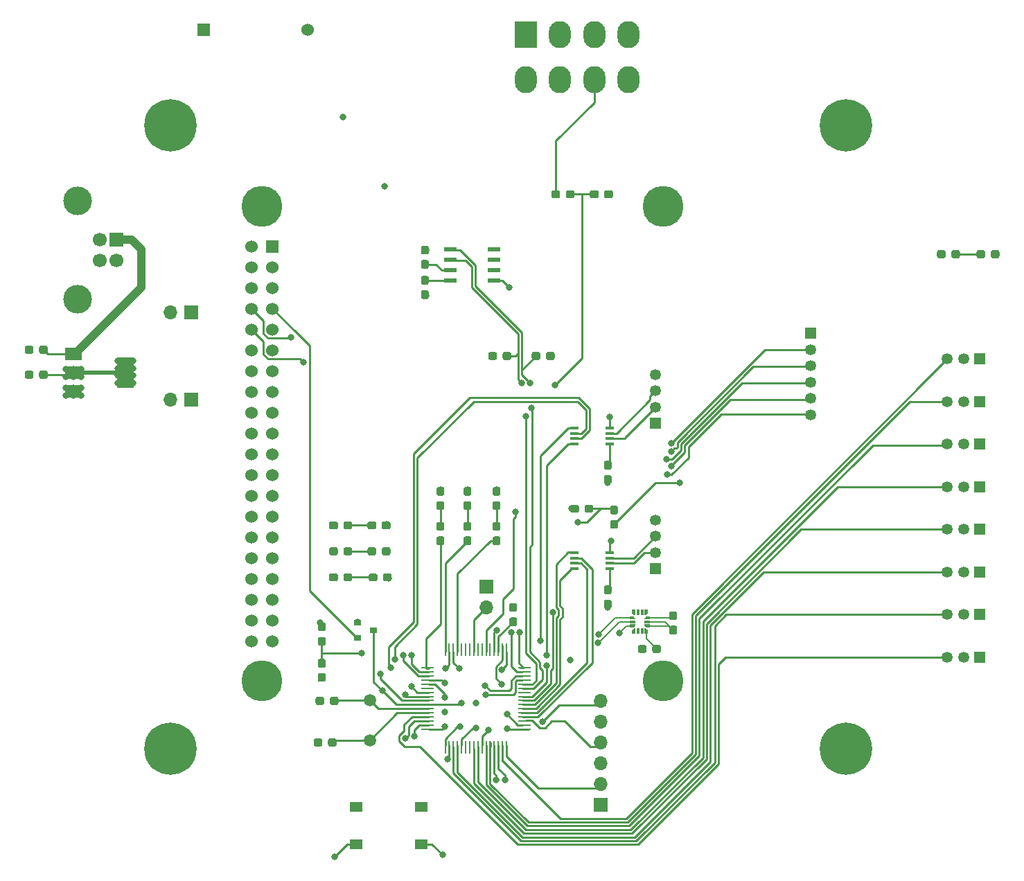
<source format=gbl>
G04 #@! TF.GenerationSoftware,KiCad,Pcbnew,(5.0.0)*
G04 #@! TF.CreationDate,2019-02-04T22:48:53-05:00*
G04 #@! TF.ProjectId,control board,636F6E74726F6C20626F6172642E6B69,rev?*
G04 #@! TF.SameCoordinates,Original*
G04 #@! TF.FileFunction,Copper,L4,Bot,Signal*
G04 #@! TF.FilePolarity,Positive*
%FSLAX46Y46*%
G04 Gerber Fmt 4.6, Leading zero omitted, Abs format (unit mm)*
G04 Created by KiCad (PCBNEW (5.0.0)) date 02/04/19 22:48:53*
%MOMM*%
%LPD*%
G01*
G04 APERTURE LIST*
G04 #@! TA.AperFunction,SMDPad,CuDef*
%ADD10R,1.100000X0.400000*%
G04 #@! TD*
G04 #@! TA.AperFunction,Conductor*
%ADD11C,0.100000*%
G04 #@! TD*
G04 #@! TA.AperFunction,SMDPad,CuDef*
%ADD12C,0.950000*%
G04 #@! TD*
G04 #@! TA.AperFunction,ComponentPad*
%ADD13R,1.700000X1.700000*%
G04 #@! TD*
G04 #@! TA.AperFunction,ComponentPad*
%ADD14O,1.700000X1.700000*%
G04 #@! TD*
G04 #@! TA.AperFunction,SMDPad,CuDef*
%ADD15R,0.900000X0.800000*%
G04 #@! TD*
G04 #@! TA.AperFunction,ComponentPad*
%ADD16C,5.000000*%
G04 #@! TD*
G04 #@! TA.AperFunction,ComponentPad*
%ADD17R,1.524000X1.524000*%
G04 #@! TD*
G04 #@! TA.AperFunction,ComponentPad*
%ADD18C,1.524000*%
G04 #@! TD*
G04 #@! TA.AperFunction,ComponentPad*
%ADD19R,2.700000X3.300000*%
G04 #@! TD*
G04 #@! TA.AperFunction,ComponentPad*
%ADD20O,2.700000X3.300000*%
G04 #@! TD*
G04 #@! TA.AperFunction,ComponentPad*
%ADD21C,1.500000*%
G04 #@! TD*
G04 #@! TA.AperFunction,SMDPad,CuDef*
%ADD22R,1.500000X0.250000*%
G04 #@! TD*
G04 #@! TA.AperFunction,SMDPad,CuDef*
%ADD23R,0.250000X1.500000*%
G04 #@! TD*
G04 #@! TA.AperFunction,ComponentPad*
%ADD24C,1.350000*%
G04 #@! TD*
G04 #@! TA.AperFunction,ComponentPad*
%ADD25R,1.350000X1.350000*%
G04 #@! TD*
G04 #@! TA.AperFunction,SMDPad,CuDef*
%ADD26R,2.000000X3.800000*%
G04 #@! TD*
G04 #@! TA.AperFunction,SMDPad,CuDef*
%ADD27R,2.000000X1.500000*%
G04 #@! TD*
G04 #@! TA.AperFunction,SMDPad,CuDef*
%ADD28C,0.400000*%
G04 #@! TD*
G04 #@! TA.AperFunction,SMDPad,CuDef*
%ADD29R,0.400000X0.675000*%
G04 #@! TD*
G04 #@! TA.AperFunction,SMDPad,CuDef*
%ADD30R,0.675000X0.400000*%
G04 #@! TD*
G04 #@! TA.AperFunction,ComponentPad*
%ADD31C,6.400000*%
G04 #@! TD*
G04 #@! TA.AperFunction,ComponentPad*
%ADD32C,1.700000*%
G04 #@! TD*
G04 #@! TA.AperFunction,ComponentPad*
%ADD33C,3.500000*%
G04 #@! TD*
G04 #@! TA.AperFunction,SMDPad,CuDef*
%ADD34R,1.550000X0.600000*%
G04 #@! TD*
G04 #@! TA.AperFunction,SMDPad,CuDef*
%ADD35R,1.550000X1.300000*%
G04 #@! TD*
G04 #@! TA.AperFunction,ViaPad*
%ADD36C,0.800000*%
G04 #@! TD*
G04 #@! TA.AperFunction,Conductor*
%ADD37C,0.250000*%
G04 #@! TD*
G04 #@! TA.AperFunction,Conductor*
%ADD38C,0.200000*%
G04 #@! TD*
G04 #@! TA.AperFunction,Conductor*
%ADD39C,0.500000*%
G04 #@! TD*
G04 #@! TA.AperFunction,Conductor*
%ADD40C,1.000000*%
G04 #@! TD*
G04 APERTURE END LIST*
D10*
G04 #@! TO.P,U6,8*
G04 #@! TO.N,+3V3*
X114672000Y-101686000D03*
G04 #@! TO.P,U6,7*
G04 #@! TO.N,Net-(J6-Pad2)*
X114672000Y-101036000D03*
G04 #@! TO.P,U6,6*
G04 #@! TO.N,Net-(J6-Pad3)*
X114672000Y-100386000D03*
G04 #@! TO.P,U6,5*
G04 #@! TO.N,GND*
X114672000Y-99736000D03*
G04 #@! TO.P,U6,4*
G04 #@! TO.N,/MISC_TX*
X110372000Y-99736000D03*
G04 #@! TO.P,U6,3*
G04 #@! TO.N,/MISC_DE*
X110372000Y-100386000D03*
G04 #@! TO.P,U6,2*
G04 #@! TO.N,/MISC_RE*
X110372000Y-101036000D03*
G04 #@! TO.P,U6,1*
G04 #@! TO.N,/MISC_RX*
X110372000Y-101686000D03*
G04 #@! TD*
D11*
G04 #@! TO.N,+3V3*
G04 #@! TO.C,C13*
G36*
X114687779Y-118997144D02*
X114710834Y-119000563D01*
X114733443Y-119006227D01*
X114755387Y-119014079D01*
X114776457Y-119024044D01*
X114796448Y-119036026D01*
X114815168Y-119049910D01*
X114832438Y-119065562D01*
X114848090Y-119082832D01*
X114861974Y-119101552D01*
X114873956Y-119121543D01*
X114883921Y-119142613D01*
X114891773Y-119164557D01*
X114897437Y-119187166D01*
X114900856Y-119210221D01*
X114902000Y-119233500D01*
X114902000Y-119808500D01*
X114900856Y-119831779D01*
X114897437Y-119854834D01*
X114891773Y-119877443D01*
X114883921Y-119899387D01*
X114873956Y-119920457D01*
X114861974Y-119940448D01*
X114848090Y-119959168D01*
X114832438Y-119976438D01*
X114815168Y-119992090D01*
X114796448Y-120005974D01*
X114776457Y-120017956D01*
X114755387Y-120027921D01*
X114733443Y-120035773D01*
X114710834Y-120041437D01*
X114687779Y-120044856D01*
X114664500Y-120046000D01*
X114189500Y-120046000D01*
X114166221Y-120044856D01*
X114143166Y-120041437D01*
X114120557Y-120035773D01*
X114098613Y-120027921D01*
X114077543Y-120017956D01*
X114057552Y-120005974D01*
X114038832Y-119992090D01*
X114021562Y-119976438D01*
X114005910Y-119959168D01*
X113992026Y-119940448D01*
X113980044Y-119920457D01*
X113970079Y-119899387D01*
X113962227Y-119877443D01*
X113956563Y-119854834D01*
X113953144Y-119831779D01*
X113952000Y-119808500D01*
X113952000Y-119233500D01*
X113953144Y-119210221D01*
X113956563Y-119187166D01*
X113962227Y-119164557D01*
X113970079Y-119142613D01*
X113980044Y-119121543D01*
X113992026Y-119101552D01*
X114005910Y-119082832D01*
X114021562Y-119065562D01*
X114038832Y-119049910D01*
X114057552Y-119036026D01*
X114077543Y-119024044D01*
X114098613Y-119014079D01*
X114120557Y-119006227D01*
X114143166Y-119000563D01*
X114166221Y-118997144D01*
X114189500Y-118996000D01*
X114664500Y-118996000D01*
X114687779Y-118997144D01*
X114687779Y-118997144D01*
G37*
D12*
G04 #@! TD*
G04 #@! TO.P,C13,1*
G04 #@! TO.N,+3V3*
X114427000Y-119521000D03*
D11*
G04 #@! TO.N,GND*
G04 #@! TO.C,C13*
G36*
X114687779Y-120747144D02*
X114710834Y-120750563D01*
X114733443Y-120756227D01*
X114755387Y-120764079D01*
X114776457Y-120774044D01*
X114796448Y-120786026D01*
X114815168Y-120799910D01*
X114832438Y-120815562D01*
X114848090Y-120832832D01*
X114861974Y-120851552D01*
X114873956Y-120871543D01*
X114883921Y-120892613D01*
X114891773Y-120914557D01*
X114897437Y-120937166D01*
X114900856Y-120960221D01*
X114902000Y-120983500D01*
X114902000Y-121558500D01*
X114900856Y-121581779D01*
X114897437Y-121604834D01*
X114891773Y-121627443D01*
X114883921Y-121649387D01*
X114873956Y-121670457D01*
X114861974Y-121690448D01*
X114848090Y-121709168D01*
X114832438Y-121726438D01*
X114815168Y-121742090D01*
X114796448Y-121755974D01*
X114776457Y-121767956D01*
X114755387Y-121777921D01*
X114733443Y-121785773D01*
X114710834Y-121791437D01*
X114687779Y-121794856D01*
X114664500Y-121796000D01*
X114189500Y-121796000D01*
X114166221Y-121794856D01*
X114143166Y-121791437D01*
X114120557Y-121785773D01*
X114098613Y-121777921D01*
X114077543Y-121767956D01*
X114057552Y-121755974D01*
X114038832Y-121742090D01*
X114021562Y-121726438D01*
X114005910Y-121709168D01*
X113992026Y-121690448D01*
X113980044Y-121670457D01*
X113970079Y-121649387D01*
X113962227Y-121627443D01*
X113956563Y-121604834D01*
X113953144Y-121581779D01*
X113952000Y-121558500D01*
X113952000Y-120983500D01*
X113953144Y-120960221D01*
X113956563Y-120937166D01*
X113962227Y-120914557D01*
X113970079Y-120892613D01*
X113980044Y-120871543D01*
X113992026Y-120851552D01*
X114005910Y-120832832D01*
X114021562Y-120815562D01*
X114038832Y-120799910D01*
X114057552Y-120786026D01*
X114077543Y-120774044D01*
X114098613Y-120764079D01*
X114120557Y-120756227D01*
X114143166Y-120750563D01*
X114166221Y-120747144D01*
X114189500Y-120746000D01*
X114664500Y-120746000D01*
X114687779Y-120747144D01*
X114687779Y-120747144D01*
G37*
D12*
G04 #@! TD*
G04 #@! TO.P,C13,2*
G04 #@! TO.N,GND*
X114427000Y-121271000D03*
D11*
G04 #@! TO.N,GND*
G04 #@! TO.C,C14*
G36*
X114687779Y-105507144D02*
X114710834Y-105510563D01*
X114733443Y-105516227D01*
X114755387Y-105524079D01*
X114776457Y-105534044D01*
X114796448Y-105546026D01*
X114815168Y-105559910D01*
X114832438Y-105575562D01*
X114848090Y-105592832D01*
X114861974Y-105611552D01*
X114873956Y-105631543D01*
X114883921Y-105652613D01*
X114891773Y-105674557D01*
X114897437Y-105697166D01*
X114900856Y-105720221D01*
X114902000Y-105743500D01*
X114902000Y-106318500D01*
X114900856Y-106341779D01*
X114897437Y-106364834D01*
X114891773Y-106387443D01*
X114883921Y-106409387D01*
X114873956Y-106430457D01*
X114861974Y-106450448D01*
X114848090Y-106469168D01*
X114832438Y-106486438D01*
X114815168Y-106502090D01*
X114796448Y-106515974D01*
X114776457Y-106527956D01*
X114755387Y-106537921D01*
X114733443Y-106545773D01*
X114710834Y-106551437D01*
X114687779Y-106554856D01*
X114664500Y-106556000D01*
X114189500Y-106556000D01*
X114166221Y-106554856D01*
X114143166Y-106551437D01*
X114120557Y-106545773D01*
X114098613Y-106537921D01*
X114077543Y-106527956D01*
X114057552Y-106515974D01*
X114038832Y-106502090D01*
X114021562Y-106486438D01*
X114005910Y-106469168D01*
X113992026Y-106450448D01*
X113980044Y-106430457D01*
X113970079Y-106409387D01*
X113962227Y-106387443D01*
X113956563Y-106364834D01*
X113953144Y-106341779D01*
X113952000Y-106318500D01*
X113952000Y-105743500D01*
X113953144Y-105720221D01*
X113956563Y-105697166D01*
X113962227Y-105674557D01*
X113970079Y-105652613D01*
X113980044Y-105631543D01*
X113992026Y-105611552D01*
X114005910Y-105592832D01*
X114021562Y-105575562D01*
X114038832Y-105559910D01*
X114057552Y-105546026D01*
X114077543Y-105534044D01*
X114098613Y-105524079D01*
X114120557Y-105516227D01*
X114143166Y-105510563D01*
X114166221Y-105507144D01*
X114189500Y-105506000D01*
X114664500Y-105506000D01*
X114687779Y-105507144D01*
X114687779Y-105507144D01*
G37*
D12*
G04 #@! TD*
G04 #@! TO.P,C14,2*
G04 #@! TO.N,GND*
X114427000Y-106031000D03*
D11*
G04 #@! TO.N,+3V3*
G04 #@! TO.C,C14*
G36*
X114687779Y-103757144D02*
X114710834Y-103760563D01*
X114733443Y-103766227D01*
X114755387Y-103774079D01*
X114776457Y-103784044D01*
X114796448Y-103796026D01*
X114815168Y-103809910D01*
X114832438Y-103825562D01*
X114848090Y-103842832D01*
X114861974Y-103861552D01*
X114873956Y-103881543D01*
X114883921Y-103902613D01*
X114891773Y-103924557D01*
X114897437Y-103947166D01*
X114900856Y-103970221D01*
X114902000Y-103993500D01*
X114902000Y-104568500D01*
X114900856Y-104591779D01*
X114897437Y-104614834D01*
X114891773Y-104637443D01*
X114883921Y-104659387D01*
X114873956Y-104680457D01*
X114861974Y-104700448D01*
X114848090Y-104719168D01*
X114832438Y-104736438D01*
X114815168Y-104752090D01*
X114796448Y-104765974D01*
X114776457Y-104777956D01*
X114755387Y-104787921D01*
X114733443Y-104795773D01*
X114710834Y-104801437D01*
X114687779Y-104804856D01*
X114664500Y-104806000D01*
X114189500Y-104806000D01*
X114166221Y-104804856D01*
X114143166Y-104801437D01*
X114120557Y-104795773D01*
X114098613Y-104787921D01*
X114077543Y-104777956D01*
X114057552Y-104765974D01*
X114038832Y-104752090D01*
X114021562Y-104736438D01*
X114005910Y-104719168D01*
X113992026Y-104700448D01*
X113980044Y-104680457D01*
X113970079Y-104659387D01*
X113962227Y-104637443D01*
X113956563Y-104614834D01*
X113953144Y-104591779D01*
X113952000Y-104568500D01*
X113952000Y-103993500D01*
X113953144Y-103970221D01*
X113956563Y-103947166D01*
X113962227Y-103924557D01*
X113970079Y-103902613D01*
X113980044Y-103881543D01*
X113992026Y-103861552D01*
X114005910Y-103842832D01*
X114021562Y-103825562D01*
X114038832Y-103809910D01*
X114057552Y-103796026D01*
X114077543Y-103784044D01*
X114098613Y-103774079D01*
X114120557Y-103766227D01*
X114143166Y-103760563D01*
X114166221Y-103757144D01*
X114189500Y-103756000D01*
X114664500Y-103756000D01*
X114687779Y-103757144D01*
X114687779Y-103757144D01*
G37*
D12*
G04 #@! TD*
G04 #@! TO.P,C14,1*
G04 #@! TO.N,+3V3*
X114427000Y-104281000D03*
D13*
G04 #@! TO.P,J1,1*
G04 #@! TO.N,GND*
X99568000Y-119126000D03*
D14*
G04 #@! TO.P,J1,2*
G04 #@! TO.N,Net-(J1-Pad2)*
X99568000Y-121666000D03*
G04 #@! TD*
D13*
G04 #@! TO.P,J2,1*
G04 #@! TO.N,+3V3*
X113538000Y-145796000D03*
D14*
G04 #@! TO.P,J2,2*
G04 #@! TO.N,/SWCLK*
X113538000Y-143256000D03*
G04 #@! TO.P,J2,3*
G04 #@! TO.N,GND*
X113538000Y-140716000D03*
G04 #@! TO.P,J2,4*
G04 #@! TO.N,/SWDIO*
X113538000Y-138176000D03*
G04 #@! TO.P,J2,5*
G04 #@! TO.N,/NRST*
X113538000Y-135636000D03*
G04 #@! TO.P,J2,6*
G04 #@! TO.N,/JTDO*
X113538000Y-133096000D03*
G04 #@! TD*
D15*
G04 #@! TO.P,Q2,1*
G04 #@! TO.N,/STM_RESET*
X83836000Y-125410000D03*
G04 #@! TO.P,Q2,2*
G04 #@! TO.N,GND*
X83836000Y-123510000D03*
G04 #@! TO.P,Q2,3*
G04 #@! TO.N,/NRST*
X85836000Y-124460000D03*
G04 #@! TD*
D10*
G04 #@! TO.P,U4,1*
G04 #@! TO.N,/SENSOR_RX*
X110372000Y-116926000D03*
G04 #@! TO.P,U4,2*
G04 #@! TO.N,/SENSOR_RE*
X110372000Y-116276000D03*
G04 #@! TO.P,U4,3*
G04 #@! TO.N,/SENSOR_DE*
X110372000Y-115626000D03*
G04 #@! TO.P,U4,4*
G04 #@! TO.N,/SENSOR_TX*
X110372000Y-114976000D03*
G04 #@! TO.P,U4,5*
G04 #@! TO.N,GND*
X114672000Y-114976000D03*
G04 #@! TO.P,U4,6*
G04 #@! TO.N,Net-(J4-Pad3)*
X114672000Y-115626000D03*
G04 #@! TO.P,U4,7*
G04 #@! TO.N,Net-(J4-Pad2)*
X114672000Y-116276000D03*
G04 #@! TO.P,U4,8*
G04 #@! TO.N,+3V3*
X114672000Y-116926000D03*
G04 #@! TD*
D16*
G04 #@! TO.P,P1,*
G04 #@! TO.N,*
X121158000Y-130644000D03*
X121158000Y-72644000D03*
X72158000Y-72644000D03*
X72158000Y-130644000D03*
D17*
G04 #@! TO.P,P1,1*
G04 #@! TO.N,Net-(P1-Pad1)*
X73428000Y-77514000D03*
D18*
G04 #@! TO.P,P1,2*
G04 #@! TO.N,+5V*
X70888000Y-77514000D03*
G04 #@! TO.P,P1,3*
G04 #@! TO.N,Net-(P1-Pad3)*
X73428000Y-80054000D03*
G04 #@! TO.P,P1,4*
G04 #@! TO.N,+5V*
X70888000Y-80054000D03*
G04 #@! TO.P,P1,5*
G04 #@! TO.N,Net-(P1-Pad5)*
X73428000Y-82594000D03*
G04 #@! TO.P,P1,6*
G04 #@! TO.N,GND*
X70888000Y-82594000D03*
G04 #@! TO.P,P1,7*
G04 #@! TO.N,/STM_RESET*
X73428000Y-85134000D03*
G04 #@! TO.P,P1,8*
G04 #@! TO.N,/ODROID_TX*
X70888000Y-85134000D03*
G04 #@! TO.P,P1,9*
G04 #@! TO.N,GND*
X73428000Y-87674000D03*
G04 #@! TO.P,P1,10*
G04 #@! TO.N,/ODROID_RX*
X70888000Y-87674000D03*
G04 #@! TO.P,P1,11*
G04 #@! TO.N,Net-(P1-Pad11)*
X73428000Y-90214000D03*
G04 #@! TO.P,P1,12*
G04 #@! TO.N,Net-(P1-Pad12)*
X70888000Y-90214000D03*
G04 #@! TO.P,P1,13*
G04 #@! TO.N,Net-(P1-Pad13)*
X73428000Y-92754000D03*
G04 #@! TO.P,P1,14*
G04 #@! TO.N,GND*
X70888000Y-92754000D03*
G04 #@! TO.P,P1,15*
G04 #@! TO.N,Net-(P1-Pad15)*
X73428000Y-95294000D03*
G04 #@! TO.P,P1,16*
G04 #@! TO.N,Net-(P1-Pad16)*
X70888000Y-95294000D03*
G04 #@! TO.P,P1,17*
G04 #@! TO.N,Net-(P1-Pad17)*
X73428000Y-97834000D03*
G04 #@! TO.P,P1,18*
G04 #@! TO.N,Net-(P1-Pad18)*
X70888000Y-97834000D03*
G04 #@! TO.P,P1,19*
G04 #@! TO.N,Net-(P1-Pad19)*
X73428000Y-100374000D03*
G04 #@! TO.P,P1,20*
G04 #@! TO.N,GND*
X70888000Y-100374000D03*
G04 #@! TO.P,P1,21*
G04 #@! TO.N,Net-(P1-Pad21)*
X73428000Y-102914000D03*
G04 #@! TO.P,P1,22*
G04 #@! TO.N,Net-(P1-Pad22)*
X70888000Y-102914000D03*
G04 #@! TO.P,P1,23*
G04 #@! TO.N,Net-(P1-Pad23)*
X73428000Y-105454000D03*
G04 #@! TO.P,P1,24*
G04 #@! TO.N,Net-(P1-Pad24)*
X70888000Y-105454000D03*
G04 #@! TO.P,P1,25*
G04 #@! TO.N,GND*
X73428000Y-107994000D03*
G04 #@! TO.P,P1,26*
G04 #@! TO.N,Net-(P1-Pad26)*
X70888000Y-107994000D03*
G04 #@! TO.P,P1,27*
G04 #@! TO.N,Net-(P1-Pad27)*
X73428000Y-110534000D03*
G04 #@! TO.P,P1,28*
G04 #@! TO.N,Net-(P1-Pad28)*
X70888000Y-110534000D03*
G04 #@! TO.P,P1,29*
G04 #@! TO.N,Net-(P1-Pad29)*
X73428000Y-113074000D03*
G04 #@! TO.P,P1,30*
G04 #@! TO.N,GND*
X70888000Y-113074000D03*
G04 #@! TO.P,P1,31*
G04 #@! TO.N,Net-(P1-Pad31)*
X73428000Y-115614000D03*
G04 #@! TO.P,P1,32*
G04 #@! TO.N,Net-(P1-Pad32)*
X70888000Y-115614000D03*
G04 #@! TO.P,P1,33*
G04 #@! TO.N,Net-(P1-Pad33)*
X73428000Y-118154000D03*
G04 #@! TO.P,P1,34*
G04 #@! TO.N,GND*
X70888000Y-118154000D03*
G04 #@! TO.P,P1,35*
G04 #@! TO.N,Net-(P1-Pad35)*
X73428000Y-120694000D03*
G04 #@! TO.P,P1,36*
G04 #@! TO.N,Net-(P1-Pad36)*
X70888000Y-120694000D03*
G04 #@! TO.P,P1,37*
G04 #@! TO.N,Net-(P1-Pad37)*
X73428000Y-123234000D03*
G04 #@! TO.P,P1,38*
G04 #@! TO.N,Net-(P1-Pad38)*
X70888000Y-123234000D03*
G04 #@! TO.P,P1,39*
G04 #@! TO.N,GND*
X73428000Y-125774000D03*
G04 #@! TO.P,P1,40*
G04 #@! TO.N,Net-(P1-Pad40)*
X70888000Y-125774000D03*
G04 #@! TD*
D19*
G04 #@! TO.P,J7,1*
G04 #@! TO.N,GND*
X104394000Y-51650000D03*
D20*
G04 #@! TO.P,J7,2*
X108594000Y-51650000D03*
G04 #@! TO.P,J7,3*
X112794000Y-51650000D03*
G04 #@! TO.P,J7,4*
X116994000Y-51650000D03*
G04 #@! TO.P,J7,5*
G04 #@! TO.N,+3V3*
X104394000Y-57150000D03*
G04 #@! TO.P,J7,6*
G04 #@! TO.N,+5V*
X108594000Y-57150000D03*
G04 #@! TO.P,J7,7*
G04 #@! TO.N,+24V*
X112794000Y-57150000D03*
G04 #@! TO.P,J7,8*
G04 #@! TO.N,+48V*
X116994000Y-57150000D03*
G04 #@! TD*
D11*
G04 #@! TO.N,Net-(C2-Pad1)*
G04 #@! TO.C,C2*
G36*
X81082779Y-137702144D02*
X81105834Y-137705563D01*
X81128443Y-137711227D01*
X81150387Y-137719079D01*
X81171457Y-137729044D01*
X81191448Y-137741026D01*
X81210168Y-137754910D01*
X81227438Y-137770562D01*
X81243090Y-137787832D01*
X81256974Y-137806552D01*
X81268956Y-137826543D01*
X81278921Y-137847613D01*
X81286773Y-137869557D01*
X81292437Y-137892166D01*
X81295856Y-137915221D01*
X81297000Y-137938500D01*
X81297000Y-138413500D01*
X81295856Y-138436779D01*
X81292437Y-138459834D01*
X81286773Y-138482443D01*
X81278921Y-138504387D01*
X81268956Y-138525457D01*
X81256974Y-138545448D01*
X81243090Y-138564168D01*
X81227438Y-138581438D01*
X81210168Y-138597090D01*
X81191448Y-138610974D01*
X81171457Y-138622956D01*
X81150387Y-138632921D01*
X81128443Y-138640773D01*
X81105834Y-138646437D01*
X81082779Y-138649856D01*
X81059500Y-138651000D01*
X80484500Y-138651000D01*
X80461221Y-138649856D01*
X80438166Y-138646437D01*
X80415557Y-138640773D01*
X80393613Y-138632921D01*
X80372543Y-138622956D01*
X80352552Y-138610974D01*
X80333832Y-138597090D01*
X80316562Y-138581438D01*
X80300910Y-138564168D01*
X80287026Y-138545448D01*
X80275044Y-138525457D01*
X80265079Y-138504387D01*
X80257227Y-138482443D01*
X80251563Y-138459834D01*
X80248144Y-138436779D01*
X80247000Y-138413500D01*
X80247000Y-137938500D01*
X80248144Y-137915221D01*
X80251563Y-137892166D01*
X80257227Y-137869557D01*
X80265079Y-137847613D01*
X80275044Y-137826543D01*
X80287026Y-137806552D01*
X80300910Y-137787832D01*
X80316562Y-137770562D01*
X80333832Y-137754910D01*
X80352552Y-137741026D01*
X80372543Y-137729044D01*
X80393613Y-137719079D01*
X80415557Y-137711227D01*
X80438166Y-137705563D01*
X80461221Y-137702144D01*
X80484500Y-137701000D01*
X81059500Y-137701000D01*
X81082779Y-137702144D01*
X81082779Y-137702144D01*
G37*
D12*
G04 #@! TD*
G04 #@! TO.P,C2,1*
G04 #@! TO.N,Net-(C2-Pad1)*
X80772000Y-138176000D03*
D11*
G04 #@! TO.N,GND*
G04 #@! TO.C,C2*
G36*
X79332779Y-137702144D02*
X79355834Y-137705563D01*
X79378443Y-137711227D01*
X79400387Y-137719079D01*
X79421457Y-137729044D01*
X79441448Y-137741026D01*
X79460168Y-137754910D01*
X79477438Y-137770562D01*
X79493090Y-137787832D01*
X79506974Y-137806552D01*
X79518956Y-137826543D01*
X79528921Y-137847613D01*
X79536773Y-137869557D01*
X79542437Y-137892166D01*
X79545856Y-137915221D01*
X79547000Y-137938500D01*
X79547000Y-138413500D01*
X79545856Y-138436779D01*
X79542437Y-138459834D01*
X79536773Y-138482443D01*
X79528921Y-138504387D01*
X79518956Y-138525457D01*
X79506974Y-138545448D01*
X79493090Y-138564168D01*
X79477438Y-138581438D01*
X79460168Y-138597090D01*
X79441448Y-138610974D01*
X79421457Y-138622956D01*
X79400387Y-138632921D01*
X79378443Y-138640773D01*
X79355834Y-138646437D01*
X79332779Y-138649856D01*
X79309500Y-138651000D01*
X78734500Y-138651000D01*
X78711221Y-138649856D01*
X78688166Y-138646437D01*
X78665557Y-138640773D01*
X78643613Y-138632921D01*
X78622543Y-138622956D01*
X78602552Y-138610974D01*
X78583832Y-138597090D01*
X78566562Y-138581438D01*
X78550910Y-138564168D01*
X78537026Y-138545448D01*
X78525044Y-138525457D01*
X78515079Y-138504387D01*
X78507227Y-138482443D01*
X78501563Y-138459834D01*
X78498144Y-138436779D01*
X78497000Y-138413500D01*
X78497000Y-137938500D01*
X78498144Y-137915221D01*
X78501563Y-137892166D01*
X78507227Y-137869557D01*
X78515079Y-137847613D01*
X78525044Y-137826543D01*
X78537026Y-137806552D01*
X78550910Y-137787832D01*
X78566562Y-137770562D01*
X78583832Y-137754910D01*
X78602552Y-137741026D01*
X78622543Y-137729044D01*
X78643613Y-137719079D01*
X78665557Y-137711227D01*
X78688166Y-137705563D01*
X78711221Y-137702144D01*
X78734500Y-137701000D01*
X79309500Y-137701000D01*
X79332779Y-137702144D01*
X79332779Y-137702144D01*
G37*
D12*
G04 #@! TD*
G04 #@! TO.P,C2,2*
G04 #@! TO.N,GND*
X79022000Y-138176000D03*
D11*
G04 #@! TO.N,GND*
G04 #@! TO.C,C3*
G36*
X79558779Y-132622144D02*
X79581834Y-132625563D01*
X79604443Y-132631227D01*
X79626387Y-132639079D01*
X79647457Y-132649044D01*
X79667448Y-132661026D01*
X79686168Y-132674910D01*
X79703438Y-132690562D01*
X79719090Y-132707832D01*
X79732974Y-132726552D01*
X79744956Y-132746543D01*
X79754921Y-132767613D01*
X79762773Y-132789557D01*
X79768437Y-132812166D01*
X79771856Y-132835221D01*
X79773000Y-132858500D01*
X79773000Y-133333500D01*
X79771856Y-133356779D01*
X79768437Y-133379834D01*
X79762773Y-133402443D01*
X79754921Y-133424387D01*
X79744956Y-133445457D01*
X79732974Y-133465448D01*
X79719090Y-133484168D01*
X79703438Y-133501438D01*
X79686168Y-133517090D01*
X79667448Y-133530974D01*
X79647457Y-133542956D01*
X79626387Y-133552921D01*
X79604443Y-133560773D01*
X79581834Y-133566437D01*
X79558779Y-133569856D01*
X79535500Y-133571000D01*
X78960500Y-133571000D01*
X78937221Y-133569856D01*
X78914166Y-133566437D01*
X78891557Y-133560773D01*
X78869613Y-133552921D01*
X78848543Y-133542956D01*
X78828552Y-133530974D01*
X78809832Y-133517090D01*
X78792562Y-133501438D01*
X78776910Y-133484168D01*
X78763026Y-133465448D01*
X78751044Y-133445457D01*
X78741079Y-133424387D01*
X78733227Y-133402443D01*
X78727563Y-133379834D01*
X78724144Y-133356779D01*
X78723000Y-133333500D01*
X78723000Y-132858500D01*
X78724144Y-132835221D01*
X78727563Y-132812166D01*
X78733227Y-132789557D01*
X78741079Y-132767613D01*
X78751044Y-132746543D01*
X78763026Y-132726552D01*
X78776910Y-132707832D01*
X78792562Y-132690562D01*
X78809832Y-132674910D01*
X78828552Y-132661026D01*
X78848543Y-132649044D01*
X78869613Y-132639079D01*
X78891557Y-132631227D01*
X78914166Y-132625563D01*
X78937221Y-132622144D01*
X78960500Y-132621000D01*
X79535500Y-132621000D01*
X79558779Y-132622144D01*
X79558779Y-132622144D01*
G37*
D12*
G04 #@! TD*
G04 #@! TO.P,C3,2*
G04 #@! TO.N,GND*
X79248000Y-133096000D03*
D11*
G04 #@! TO.N,Net-(C3-Pad1)*
G04 #@! TO.C,C3*
G36*
X81308779Y-132622144D02*
X81331834Y-132625563D01*
X81354443Y-132631227D01*
X81376387Y-132639079D01*
X81397457Y-132649044D01*
X81417448Y-132661026D01*
X81436168Y-132674910D01*
X81453438Y-132690562D01*
X81469090Y-132707832D01*
X81482974Y-132726552D01*
X81494956Y-132746543D01*
X81504921Y-132767613D01*
X81512773Y-132789557D01*
X81518437Y-132812166D01*
X81521856Y-132835221D01*
X81523000Y-132858500D01*
X81523000Y-133333500D01*
X81521856Y-133356779D01*
X81518437Y-133379834D01*
X81512773Y-133402443D01*
X81504921Y-133424387D01*
X81494956Y-133445457D01*
X81482974Y-133465448D01*
X81469090Y-133484168D01*
X81453438Y-133501438D01*
X81436168Y-133517090D01*
X81417448Y-133530974D01*
X81397457Y-133542956D01*
X81376387Y-133552921D01*
X81354443Y-133560773D01*
X81331834Y-133566437D01*
X81308779Y-133569856D01*
X81285500Y-133571000D01*
X80710500Y-133571000D01*
X80687221Y-133569856D01*
X80664166Y-133566437D01*
X80641557Y-133560773D01*
X80619613Y-133552921D01*
X80598543Y-133542956D01*
X80578552Y-133530974D01*
X80559832Y-133517090D01*
X80542562Y-133501438D01*
X80526910Y-133484168D01*
X80513026Y-133465448D01*
X80501044Y-133445457D01*
X80491079Y-133424387D01*
X80483227Y-133402443D01*
X80477563Y-133379834D01*
X80474144Y-133356779D01*
X80473000Y-133333500D01*
X80473000Y-132858500D01*
X80474144Y-132835221D01*
X80477563Y-132812166D01*
X80483227Y-132789557D01*
X80491079Y-132767613D01*
X80501044Y-132746543D01*
X80513026Y-132726552D01*
X80526910Y-132707832D01*
X80542562Y-132690562D01*
X80559832Y-132674910D01*
X80578552Y-132661026D01*
X80598543Y-132649044D01*
X80619613Y-132639079D01*
X80641557Y-132631227D01*
X80664166Y-132625563D01*
X80687221Y-132622144D01*
X80710500Y-132621000D01*
X81285500Y-132621000D01*
X81308779Y-132622144D01*
X81308779Y-132622144D01*
G37*
D12*
G04 #@! TD*
G04 #@! TO.P,C3,1*
G04 #@! TO.N,Net-(C3-Pad1)*
X80998000Y-133096000D03*
D11*
G04 #@! TO.N,+3V3*
G04 #@! TO.C,R7*
G36*
X79742108Y-129717186D02*
X79765163Y-129720605D01*
X79787772Y-129726269D01*
X79809716Y-129734121D01*
X79830786Y-129744086D01*
X79850777Y-129756068D01*
X79869497Y-129769952D01*
X79886767Y-129785604D01*
X79902419Y-129802874D01*
X79916303Y-129821594D01*
X79928285Y-129841585D01*
X79938250Y-129862655D01*
X79946102Y-129884599D01*
X79951766Y-129907208D01*
X79955185Y-129930263D01*
X79956329Y-129953542D01*
X79956329Y-130528542D01*
X79955185Y-130551821D01*
X79951766Y-130574876D01*
X79946102Y-130597485D01*
X79938250Y-130619429D01*
X79928285Y-130640499D01*
X79916303Y-130660490D01*
X79902419Y-130679210D01*
X79886767Y-130696480D01*
X79869497Y-130712132D01*
X79850777Y-130726016D01*
X79830786Y-130737998D01*
X79809716Y-130747963D01*
X79787772Y-130755815D01*
X79765163Y-130761479D01*
X79742108Y-130764898D01*
X79718829Y-130766042D01*
X79243829Y-130766042D01*
X79220550Y-130764898D01*
X79197495Y-130761479D01*
X79174886Y-130755815D01*
X79152942Y-130747963D01*
X79131872Y-130737998D01*
X79111881Y-130726016D01*
X79093161Y-130712132D01*
X79075891Y-130696480D01*
X79060239Y-130679210D01*
X79046355Y-130660490D01*
X79034373Y-130640499D01*
X79024408Y-130619429D01*
X79016556Y-130597485D01*
X79010892Y-130574876D01*
X79007473Y-130551821D01*
X79006329Y-130528542D01*
X79006329Y-129953542D01*
X79007473Y-129930263D01*
X79010892Y-129907208D01*
X79016556Y-129884599D01*
X79024408Y-129862655D01*
X79034373Y-129841585D01*
X79046355Y-129821594D01*
X79060239Y-129802874D01*
X79075891Y-129785604D01*
X79093161Y-129769952D01*
X79111881Y-129756068D01*
X79131872Y-129744086D01*
X79152942Y-129734121D01*
X79174886Y-129726269D01*
X79197495Y-129720605D01*
X79220550Y-129717186D01*
X79243829Y-129716042D01*
X79718829Y-129716042D01*
X79742108Y-129717186D01*
X79742108Y-129717186D01*
G37*
D12*
G04 #@! TD*
G04 #@! TO.P,R7,1*
G04 #@! TO.N,+3V3*
X79481329Y-130241042D03*
D11*
G04 #@! TO.N,/3.3V_MEASURE*
G04 #@! TO.C,R7*
G36*
X79742108Y-127967186D02*
X79765163Y-127970605D01*
X79787772Y-127976269D01*
X79809716Y-127984121D01*
X79830786Y-127994086D01*
X79850777Y-128006068D01*
X79869497Y-128019952D01*
X79886767Y-128035604D01*
X79902419Y-128052874D01*
X79916303Y-128071594D01*
X79928285Y-128091585D01*
X79938250Y-128112655D01*
X79946102Y-128134599D01*
X79951766Y-128157208D01*
X79955185Y-128180263D01*
X79956329Y-128203542D01*
X79956329Y-128778542D01*
X79955185Y-128801821D01*
X79951766Y-128824876D01*
X79946102Y-128847485D01*
X79938250Y-128869429D01*
X79928285Y-128890499D01*
X79916303Y-128910490D01*
X79902419Y-128929210D01*
X79886767Y-128946480D01*
X79869497Y-128962132D01*
X79850777Y-128976016D01*
X79830786Y-128987998D01*
X79809716Y-128997963D01*
X79787772Y-129005815D01*
X79765163Y-129011479D01*
X79742108Y-129014898D01*
X79718829Y-129016042D01*
X79243829Y-129016042D01*
X79220550Y-129014898D01*
X79197495Y-129011479D01*
X79174886Y-129005815D01*
X79152942Y-128997963D01*
X79131872Y-128987998D01*
X79111881Y-128976016D01*
X79093161Y-128962132D01*
X79075891Y-128946480D01*
X79060239Y-128929210D01*
X79046355Y-128910490D01*
X79034373Y-128890499D01*
X79024408Y-128869429D01*
X79016556Y-128847485D01*
X79010892Y-128824876D01*
X79007473Y-128801821D01*
X79006329Y-128778542D01*
X79006329Y-128203542D01*
X79007473Y-128180263D01*
X79010892Y-128157208D01*
X79016556Y-128134599D01*
X79024408Y-128112655D01*
X79034373Y-128091585D01*
X79046355Y-128071594D01*
X79060239Y-128052874D01*
X79075891Y-128035604D01*
X79093161Y-128019952D01*
X79111881Y-128006068D01*
X79131872Y-127994086D01*
X79152942Y-127984121D01*
X79174886Y-127976269D01*
X79197495Y-127970605D01*
X79220550Y-127967186D01*
X79243829Y-127966042D01*
X79718829Y-127966042D01*
X79742108Y-127967186D01*
X79742108Y-127967186D01*
G37*
D12*
G04 #@! TD*
G04 #@! TO.P,R7,2*
G04 #@! TO.N,/3.3V_MEASURE*
X79481329Y-128491042D03*
D11*
G04 #@! TO.N,GND*
G04 #@! TO.C,R8*
G36*
X79742108Y-123522186D02*
X79765163Y-123525605D01*
X79787772Y-123531269D01*
X79809716Y-123539121D01*
X79830786Y-123549086D01*
X79850777Y-123561068D01*
X79869497Y-123574952D01*
X79886767Y-123590604D01*
X79902419Y-123607874D01*
X79916303Y-123626594D01*
X79928285Y-123646585D01*
X79938250Y-123667655D01*
X79946102Y-123689599D01*
X79951766Y-123712208D01*
X79955185Y-123735263D01*
X79956329Y-123758542D01*
X79956329Y-124333542D01*
X79955185Y-124356821D01*
X79951766Y-124379876D01*
X79946102Y-124402485D01*
X79938250Y-124424429D01*
X79928285Y-124445499D01*
X79916303Y-124465490D01*
X79902419Y-124484210D01*
X79886767Y-124501480D01*
X79869497Y-124517132D01*
X79850777Y-124531016D01*
X79830786Y-124542998D01*
X79809716Y-124552963D01*
X79787772Y-124560815D01*
X79765163Y-124566479D01*
X79742108Y-124569898D01*
X79718829Y-124571042D01*
X79243829Y-124571042D01*
X79220550Y-124569898D01*
X79197495Y-124566479D01*
X79174886Y-124560815D01*
X79152942Y-124552963D01*
X79131872Y-124542998D01*
X79111881Y-124531016D01*
X79093161Y-124517132D01*
X79075891Y-124501480D01*
X79060239Y-124484210D01*
X79046355Y-124465490D01*
X79034373Y-124445499D01*
X79024408Y-124424429D01*
X79016556Y-124402485D01*
X79010892Y-124379876D01*
X79007473Y-124356821D01*
X79006329Y-124333542D01*
X79006329Y-123758542D01*
X79007473Y-123735263D01*
X79010892Y-123712208D01*
X79016556Y-123689599D01*
X79024408Y-123667655D01*
X79034373Y-123646585D01*
X79046355Y-123626594D01*
X79060239Y-123607874D01*
X79075891Y-123590604D01*
X79093161Y-123574952D01*
X79111881Y-123561068D01*
X79131872Y-123549086D01*
X79152942Y-123539121D01*
X79174886Y-123531269D01*
X79197495Y-123525605D01*
X79220550Y-123522186D01*
X79243829Y-123521042D01*
X79718829Y-123521042D01*
X79742108Y-123522186D01*
X79742108Y-123522186D01*
G37*
D12*
G04 #@! TD*
G04 #@! TO.P,R8,2*
G04 #@! TO.N,GND*
X79481329Y-124046042D03*
D11*
G04 #@! TO.N,/3.3V_MEASURE*
G04 #@! TO.C,R8*
G36*
X79742108Y-125272186D02*
X79765163Y-125275605D01*
X79787772Y-125281269D01*
X79809716Y-125289121D01*
X79830786Y-125299086D01*
X79850777Y-125311068D01*
X79869497Y-125324952D01*
X79886767Y-125340604D01*
X79902419Y-125357874D01*
X79916303Y-125376594D01*
X79928285Y-125396585D01*
X79938250Y-125417655D01*
X79946102Y-125439599D01*
X79951766Y-125462208D01*
X79955185Y-125485263D01*
X79956329Y-125508542D01*
X79956329Y-126083542D01*
X79955185Y-126106821D01*
X79951766Y-126129876D01*
X79946102Y-126152485D01*
X79938250Y-126174429D01*
X79928285Y-126195499D01*
X79916303Y-126215490D01*
X79902419Y-126234210D01*
X79886767Y-126251480D01*
X79869497Y-126267132D01*
X79850777Y-126281016D01*
X79830786Y-126292998D01*
X79809716Y-126302963D01*
X79787772Y-126310815D01*
X79765163Y-126316479D01*
X79742108Y-126319898D01*
X79718829Y-126321042D01*
X79243829Y-126321042D01*
X79220550Y-126319898D01*
X79197495Y-126316479D01*
X79174886Y-126310815D01*
X79152942Y-126302963D01*
X79131872Y-126292998D01*
X79111881Y-126281016D01*
X79093161Y-126267132D01*
X79075891Y-126251480D01*
X79060239Y-126234210D01*
X79046355Y-126215490D01*
X79034373Y-126195499D01*
X79024408Y-126174429D01*
X79016556Y-126152485D01*
X79010892Y-126129876D01*
X79007473Y-126106821D01*
X79006329Y-126083542D01*
X79006329Y-125508542D01*
X79007473Y-125485263D01*
X79010892Y-125462208D01*
X79016556Y-125439599D01*
X79024408Y-125417655D01*
X79034373Y-125396585D01*
X79046355Y-125376594D01*
X79060239Y-125357874D01*
X79075891Y-125340604D01*
X79093161Y-125324952D01*
X79111881Y-125311068D01*
X79131872Y-125299086D01*
X79152942Y-125289121D01*
X79174886Y-125281269D01*
X79197495Y-125275605D01*
X79220550Y-125272186D01*
X79243829Y-125271042D01*
X79718829Y-125271042D01*
X79742108Y-125272186D01*
X79742108Y-125272186D01*
G37*
D12*
G04 #@! TD*
G04 #@! TO.P,R8,1*
G04 #@! TO.N,/3.3V_MEASURE*
X79481329Y-125796042D03*
D11*
G04 #@! TO.N,Net-(D1-Pad2)*
G04 #@! TO.C,R9*
G36*
X94240779Y-111236144D02*
X94263834Y-111239563D01*
X94286443Y-111245227D01*
X94308387Y-111253079D01*
X94329457Y-111263044D01*
X94349448Y-111275026D01*
X94368168Y-111288910D01*
X94385438Y-111304562D01*
X94401090Y-111321832D01*
X94414974Y-111340552D01*
X94426956Y-111360543D01*
X94436921Y-111381613D01*
X94444773Y-111403557D01*
X94450437Y-111426166D01*
X94453856Y-111449221D01*
X94455000Y-111472500D01*
X94455000Y-112047500D01*
X94453856Y-112070779D01*
X94450437Y-112093834D01*
X94444773Y-112116443D01*
X94436921Y-112138387D01*
X94426956Y-112159457D01*
X94414974Y-112179448D01*
X94401090Y-112198168D01*
X94385438Y-112215438D01*
X94368168Y-112231090D01*
X94349448Y-112244974D01*
X94329457Y-112256956D01*
X94308387Y-112266921D01*
X94286443Y-112274773D01*
X94263834Y-112280437D01*
X94240779Y-112283856D01*
X94217500Y-112285000D01*
X93742500Y-112285000D01*
X93719221Y-112283856D01*
X93696166Y-112280437D01*
X93673557Y-112274773D01*
X93651613Y-112266921D01*
X93630543Y-112256956D01*
X93610552Y-112244974D01*
X93591832Y-112231090D01*
X93574562Y-112215438D01*
X93558910Y-112198168D01*
X93545026Y-112179448D01*
X93533044Y-112159457D01*
X93523079Y-112138387D01*
X93515227Y-112116443D01*
X93509563Y-112093834D01*
X93506144Y-112070779D01*
X93505000Y-112047500D01*
X93505000Y-111472500D01*
X93506144Y-111449221D01*
X93509563Y-111426166D01*
X93515227Y-111403557D01*
X93523079Y-111381613D01*
X93533044Y-111360543D01*
X93545026Y-111340552D01*
X93558910Y-111321832D01*
X93574562Y-111304562D01*
X93591832Y-111288910D01*
X93610552Y-111275026D01*
X93630543Y-111263044D01*
X93651613Y-111253079D01*
X93673557Y-111245227D01*
X93696166Y-111239563D01*
X93719221Y-111236144D01*
X93742500Y-111235000D01*
X94217500Y-111235000D01*
X94240779Y-111236144D01*
X94240779Y-111236144D01*
G37*
D12*
G04 #@! TD*
G04 #@! TO.P,R9,2*
G04 #@! TO.N,Net-(D1-Pad2)*
X93980000Y-111760000D03*
D11*
G04 #@! TO.N,Net-(R9-Pad1)*
G04 #@! TO.C,R9*
G36*
X94240779Y-112986144D02*
X94263834Y-112989563D01*
X94286443Y-112995227D01*
X94308387Y-113003079D01*
X94329457Y-113013044D01*
X94349448Y-113025026D01*
X94368168Y-113038910D01*
X94385438Y-113054562D01*
X94401090Y-113071832D01*
X94414974Y-113090552D01*
X94426956Y-113110543D01*
X94436921Y-113131613D01*
X94444773Y-113153557D01*
X94450437Y-113176166D01*
X94453856Y-113199221D01*
X94455000Y-113222500D01*
X94455000Y-113797500D01*
X94453856Y-113820779D01*
X94450437Y-113843834D01*
X94444773Y-113866443D01*
X94436921Y-113888387D01*
X94426956Y-113909457D01*
X94414974Y-113929448D01*
X94401090Y-113948168D01*
X94385438Y-113965438D01*
X94368168Y-113981090D01*
X94349448Y-113994974D01*
X94329457Y-114006956D01*
X94308387Y-114016921D01*
X94286443Y-114024773D01*
X94263834Y-114030437D01*
X94240779Y-114033856D01*
X94217500Y-114035000D01*
X93742500Y-114035000D01*
X93719221Y-114033856D01*
X93696166Y-114030437D01*
X93673557Y-114024773D01*
X93651613Y-114016921D01*
X93630543Y-114006956D01*
X93610552Y-113994974D01*
X93591832Y-113981090D01*
X93574562Y-113965438D01*
X93558910Y-113948168D01*
X93545026Y-113929448D01*
X93533044Y-113909457D01*
X93523079Y-113888387D01*
X93515227Y-113866443D01*
X93509563Y-113843834D01*
X93506144Y-113820779D01*
X93505000Y-113797500D01*
X93505000Y-113222500D01*
X93506144Y-113199221D01*
X93509563Y-113176166D01*
X93515227Y-113153557D01*
X93523079Y-113131613D01*
X93533044Y-113110543D01*
X93545026Y-113090552D01*
X93558910Y-113071832D01*
X93574562Y-113054562D01*
X93591832Y-113038910D01*
X93610552Y-113025026D01*
X93630543Y-113013044D01*
X93651613Y-113003079D01*
X93673557Y-112995227D01*
X93696166Y-112989563D01*
X93719221Y-112986144D01*
X93742500Y-112985000D01*
X94217500Y-112985000D01*
X94240779Y-112986144D01*
X94240779Y-112986144D01*
G37*
D12*
G04 #@! TD*
G04 #@! TO.P,R9,1*
G04 #@! TO.N,Net-(R9-Pad1)*
X93980000Y-113510000D03*
D11*
G04 #@! TO.N,Net-(D2-Pad2)*
G04 #@! TO.C,R10*
G36*
X97542779Y-111236144D02*
X97565834Y-111239563D01*
X97588443Y-111245227D01*
X97610387Y-111253079D01*
X97631457Y-111263044D01*
X97651448Y-111275026D01*
X97670168Y-111288910D01*
X97687438Y-111304562D01*
X97703090Y-111321832D01*
X97716974Y-111340552D01*
X97728956Y-111360543D01*
X97738921Y-111381613D01*
X97746773Y-111403557D01*
X97752437Y-111426166D01*
X97755856Y-111449221D01*
X97757000Y-111472500D01*
X97757000Y-112047500D01*
X97755856Y-112070779D01*
X97752437Y-112093834D01*
X97746773Y-112116443D01*
X97738921Y-112138387D01*
X97728956Y-112159457D01*
X97716974Y-112179448D01*
X97703090Y-112198168D01*
X97687438Y-112215438D01*
X97670168Y-112231090D01*
X97651448Y-112244974D01*
X97631457Y-112256956D01*
X97610387Y-112266921D01*
X97588443Y-112274773D01*
X97565834Y-112280437D01*
X97542779Y-112283856D01*
X97519500Y-112285000D01*
X97044500Y-112285000D01*
X97021221Y-112283856D01*
X96998166Y-112280437D01*
X96975557Y-112274773D01*
X96953613Y-112266921D01*
X96932543Y-112256956D01*
X96912552Y-112244974D01*
X96893832Y-112231090D01*
X96876562Y-112215438D01*
X96860910Y-112198168D01*
X96847026Y-112179448D01*
X96835044Y-112159457D01*
X96825079Y-112138387D01*
X96817227Y-112116443D01*
X96811563Y-112093834D01*
X96808144Y-112070779D01*
X96807000Y-112047500D01*
X96807000Y-111472500D01*
X96808144Y-111449221D01*
X96811563Y-111426166D01*
X96817227Y-111403557D01*
X96825079Y-111381613D01*
X96835044Y-111360543D01*
X96847026Y-111340552D01*
X96860910Y-111321832D01*
X96876562Y-111304562D01*
X96893832Y-111288910D01*
X96912552Y-111275026D01*
X96932543Y-111263044D01*
X96953613Y-111253079D01*
X96975557Y-111245227D01*
X96998166Y-111239563D01*
X97021221Y-111236144D01*
X97044500Y-111235000D01*
X97519500Y-111235000D01*
X97542779Y-111236144D01*
X97542779Y-111236144D01*
G37*
D12*
G04 #@! TD*
G04 #@! TO.P,R10,1*
G04 #@! TO.N,Net-(D2-Pad2)*
X97282000Y-111760000D03*
D11*
G04 #@! TO.N,Net-(R10-Pad2)*
G04 #@! TO.C,R10*
G36*
X97542779Y-112986144D02*
X97565834Y-112989563D01*
X97588443Y-112995227D01*
X97610387Y-113003079D01*
X97631457Y-113013044D01*
X97651448Y-113025026D01*
X97670168Y-113038910D01*
X97687438Y-113054562D01*
X97703090Y-113071832D01*
X97716974Y-113090552D01*
X97728956Y-113110543D01*
X97738921Y-113131613D01*
X97746773Y-113153557D01*
X97752437Y-113176166D01*
X97755856Y-113199221D01*
X97757000Y-113222500D01*
X97757000Y-113797500D01*
X97755856Y-113820779D01*
X97752437Y-113843834D01*
X97746773Y-113866443D01*
X97738921Y-113888387D01*
X97728956Y-113909457D01*
X97716974Y-113929448D01*
X97703090Y-113948168D01*
X97687438Y-113965438D01*
X97670168Y-113981090D01*
X97651448Y-113994974D01*
X97631457Y-114006956D01*
X97610387Y-114016921D01*
X97588443Y-114024773D01*
X97565834Y-114030437D01*
X97542779Y-114033856D01*
X97519500Y-114035000D01*
X97044500Y-114035000D01*
X97021221Y-114033856D01*
X96998166Y-114030437D01*
X96975557Y-114024773D01*
X96953613Y-114016921D01*
X96932543Y-114006956D01*
X96912552Y-113994974D01*
X96893832Y-113981090D01*
X96876562Y-113965438D01*
X96860910Y-113948168D01*
X96847026Y-113929448D01*
X96835044Y-113909457D01*
X96825079Y-113888387D01*
X96817227Y-113866443D01*
X96811563Y-113843834D01*
X96808144Y-113820779D01*
X96807000Y-113797500D01*
X96807000Y-113222500D01*
X96808144Y-113199221D01*
X96811563Y-113176166D01*
X96817227Y-113153557D01*
X96825079Y-113131613D01*
X96835044Y-113110543D01*
X96847026Y-113090552D01*
X96860910Y-113071832D01*
X96876562Y-113054562D01*
X96893832Y-113038910D01*
X96912552Y-113025026D01*
X96932543Y-113013044D01*
X96953613Y-113003079D01*
X96975557Y-112995227D01*
X96998166Y-112989563D01*
X97021221Y-112986144D01*
X97044500Y-112985000D01*
X97519500Y-112985000D01*
X97542779Y-112986144D01*
X97542779Y-112986144D01*
G37*
D12*
G04 #@! TD*
G04 #@! TO.P,R10,2*
G04 #@! TO.N,Net-(R10-Pad2)*
X97282000Y-113510000D03*
D11*
G04 #@! TO.N,Net-(R11-Pad2)*
G04 #@! TO.C,R11*
G36*
X101098779Y-112986144D02*
X101121834Y-112989563D01*
X101144443Y-112995227D01*
X101166387Y-113003079D01*
X101187457Y-113013044D01*
X101207448Y-113025026D01*
X101226168Y-113038910D01*
X101243438Y-113054562D01*
X101259090Y-113071832D01*
X101272974Y-113090552D01*
X101284956Y-113110543D01*
X101294921Y-113131613D01*
X101302773Y-113153557D01*
X101308437Y-113176166D01*
X101311856Y-113199221D01*
X101313000Y-113222500D01*
X101313000Y-113797500D01*
X101311856Y-113820779D01*
X101308437Y-113843834D01*
X101302773Y-113866443D01*
X101294921Y-113888387D01*
X101284956Y-113909457D01*
X101272974Y-113929448D01*
X101259090Y-113948168D01*
X101243438Y-113965438D01*
X101226168Y-113981090D01*
X101207448Y-113994974D01*
X101187457Y-114006956D01*
X101166387Y-114016921D01*
X101144443Y-114024773D01*
X101121834Y-114030437D01*
X101098779Y-114033856D01*
X101075500Y-114035000D01*
X100600500Y-114035000D01*
X100577221Y-114033856D01*
X100554166Y-114030437D01*
X100531557Y-114024773D01*
X100509613Y-114016921D01*
X100488543Y-114006956D01*
X100468552Y-113994974D01*
X100449832Y-113981090D01*
X100432562Y-113965438D01*
X100416910Y-113948168D01*
X100403026Y-113929448D01*
X100391044Y-113909457D01*
X100381079Y-113888387D01*
X100373227Y-113866443D01*
X100367563Y-113843834D01*
X100364144Y-113820779D01*
X100363000Y-113797500D01*
X100363000Y-113222500D01*
X100364144Y-113199221D01*
X100367563Y-113176166D01*
X100373227Y-113153557D01*
X100381079Y-113131613D01*
X100391044Y-113110543D01*
X100403026Y-113090552D01*
X100416910Y-113071832D01*
X100432562Y-113054562D01*
X100449832Y-113038910D01*
X100468552Y-113025026D01*
X100488543Y-113013044D01*
X100509613Y-113003079D01*
X100531557Y-112995227D01*
X100554166Y-112989563D01*
X100577221Y-112986144D01*
X100600500Y-112985000D01*
X101075500Y-112985000D01*
X101098779Y-112986144D01*
X101098779Y-112986144D01*
G37*
D12*
G04 #@! TD*
G04 #@! TO.P,R11,2*
G04 #@! TO.N,Net-(R11-Pad2)*
X100838000Y-113510000D03*
D11*
G04 #@! TO.N,Net-(D3-Pad2)*
G04 #@! TO.C,R11*
G36*
X101098779Y-111236144D02*
X101121834Y-111239563D01*
X101144443Y-111245227D01*
X101166387Y-111253079D01*
X101187457Y-111263044D01*
X101207448Y-111275026D01*
X101226168Y-111288910D01*
X101243438Y-111304562D01*
X101259090Y-111321832D01*
X101272974Y-111340552D01*
X101284956Y-111360543D01*
X101294921Y-111381613D01*
X101302773Y-111403557D01*
X101308437Y-111426166D01*
X101311856Y-111449221D01*
X101313000Y-111472500D01*
X101313000Y-112047500D01*
X101311856Y-112070779D01*
X101308437Y-112093834D01*
X101302773Y-112116443D01*
X101294921Y-112138387D01*
X101284956Y-112159457D01*
X101272974Y-112179448D01*
X101259090Y-112198168D01*
X101243438Y-112215438D01*
X101226168Y-112231090D01*
X101207448Y-112244974D01*
X101187457Y-112256956D01*
X101166387Y-112266921D01*
X101144443Y-112274773D01*
X101121834Y-112280437D01*
X101098779Y-112283856D01*
X101075500Y-112285000D01*
X100600500Y-112285000D01*
X100577221Y-112283856D01*
X100554166Y-112280437D01*
X100531557Y-112274773D01*
X100509613Y-112266921D01*
X100488543Y-112256956D01*
X100468552Y-112244974D01*
X100449832Y-112231090D01*
X100432562Y-112215438D01*
X100416910Y-112198168D01*
X100403026Y-112179448D01*
X100391044Y-112159457D01*
X100381079Y-112138387D01*
X100373227Y-112116443D01*
X100367563Y-112093834D01*
X100364144Y-112070779D01*
X100363000Y-112047500D01*
X100363000Y-111472500D01*
X100364144Y-111449221D01*
X100367563Y-111426166D01*
X100373227Y-111403557D01*
X100381079Y-111381613D01*
X100391044Y-111360543D01*
X100403026Y-111340552D01*
X100416910Y-111321832D01*
X100432562Y-111304562D01*
X100449832Y-111288910D01*
X100468552Y-111275026D01*
X100488543Y-111263044D01*
X100509613Y-111253079D01*
X100531557Y-111245227D01*
X100554166Y-111239563D01*
X100577221Y-111236144D01*
X100600500Y-111235000D01*
X101075500Y-111235000D01*
X101098779Y-111236144D01*
X101098779Y-111236144D01*
G37*
D12*
G04 #@! TD*
G04 #@! TO.P,R11,1*
G04 #@! TO.N,Net-(D3-Pad2)*
X100838000Y-111760000D03*
D11*
G04 #@! TO.N,/48V_MEASURE*
G04 #@! TO.C,R15*
G36*
X115449779Y-109232144D02*
X115472834Y-109235563D01*
X115495443Y-109241227D01*
X115517387Y-109249079D01*
X115538457Y-109259044D01*
X115558448Y-109271026D01*
X115577168Y-109284910D01*
X115594438Y-109300562D01*
X115610090Y-109317832D01*
X115623974Y-109336552D01*
X115635956Y-109356543D01*
X115645921Y-109377613D01*
X115653773Y-109399557D01*
X115659437Y-109422166D01*
X115662856Y-109445221D01*
X115664000Y-109468500D01*
X115664000Y-110043500D01*
X115662856Y-110066779D01*
X115659437Y-110089834D01*
X115653773Y-110112443D01*
X115645921Y-110134387D01*
X115635956Y-110155457D01*
X115623974Y-110175448D01*
X115610090Y-110194168D01*
X115594438Y-110211438D01*
X115577168Y-110227090D01*
X115558448Y-110240974D01*
X115538457Y-110252956D01*
X115517387Y-110262921D01*
X115495443Y-110270773D01*
X115472834Y-110276437D01*
X115449779Y-110279856D01*
X115426500Y-110281000D01*
X114951500Y-110281000D01*
X114928221Y-110279856D01*
X114905166Y-110276437D01*
X114882557Y-110270773D01*
X114860613Y-110262921D01*
X114839543Y-110252956D01*
X114819552Y-110240974D01*
X114800832Y-110227090D01*
X114783562Y-110211438D01*
X114767910Y-110194168D01*
X114754026Y-110175448D01*
X114742044Y-110155457D01*
X114732079Y-110134387D01*
X114724227Y-110112443D01*
X114718563Y-110089834D01*
X114715144Y-110066779D01*
X114714000Y-110043500D01*
X114714000Y-109468500D01*
X114715144Y-109445221D01*
X114718563Y-109422166D01*
X114724227Y-109399557D01*
X114732079Y-109377613D01*
X114742044Y-109356543D01*
X114754026Y-109336552D01*
X114767910Y-109317832D01*
X114783562Y-109300562D01*
X114800832Y-109284910D01*
X114819552Y-109271026D01*
X114839543Y-109259044D01*
X114860613Y-109249079D01*
X114882557Y-109241227D01*
X114905166Y-109235563D01*
X114928221Y-109232144D01*
X114951500Y-109231000D01*
X115426500Y-109231000D01*
X115449779Y-109232144D01*
X115449779Y-109232144D01*
G37*
D12*
G04 #@! TD*
G04 #@! TO.P,R15,2*
G04 #@! TO.N,/48V_MEASURE*
X115189000Y-109756000D03*
D11*
G04 #@! TO.N,+48V*
G04 #@! TO.C,R15*
G36*
X115449779Y-110982144D02*
X115472834Y-110985563D01*
X115495443Y-110991227D01*
X115517387Y-110999079D01*
X115538457Y-111009044D01*
X115558448Y-111021026D01*
X115577168Y-111034910D01*
X115594438Y-111050562D01*
X115610090Y-111067832D01*
X115623974Y-111086552D01*
X115635956Y-111106543D01*
X115645921Y-111127613D01*
X115653773Y-111149557D01*
X115659437Y-111172166D01*
X115662856Y-111195221D01*
X115664000Y-111218500D01*
X115664000Y-111793500D01*
X115662856Y-111816779D01*
X115659437Y-111839834D01*
X115653773Y-111862443D01*
X115645921Y-111884387D01*
X115635956Y-111905457D01*
X115623974Y-111925448D01*
X115610090Y-111944168D01*
X115594438Y-111961438D01*
X115577168Y-111977090D01*
X115558448Y-111990974D01*
X115538457Y-112002956D01*
X115517387Y-112012921D01*
X115495443Y-112020773D01*
X115472834Y-112026437D01*
X115449779Y-112029856D01*
X115426500Y-112031000D01*
X114951500Y-112031000D01*
X114928221Y-112029856D01*
X114905166Y-112026437D01*
X114882557Y-112020773D01*
X114860613Y-112012921D01*
X114839543Y-112002956D01*
X114819552Y-111990974D01*
X114800832Y-111977090D01*
X114783562Y-111961438D01*
X114767910Y-111944168D01*
X114754026Y-111925448D01*
X114742044Y-111905457D01*
X114732079Y-111884387D01*
X114724227Y-111862443D01*
X114718563Y-111839834D01*
X114715144Y-111816779D01*
X114714000Y-111793500D01*
X114714000Y-111218500D01*
X114715144Y-111195221D01*
X114718563Y-111172166D01*
X114724227Y-111149557D01*
X114732079Y-111127613D01*
X114742044Y-111106543D01*
X114754026Y-111086552D01*
X114767910Y-111067832D01*
X114783562Y-111050562D01*
X114800832Y-111034910D01*
X114819552Y-111021026D01*
X114839543Y-111009044D01*
X114860613Y-110999079D01*
X114882557Y-110991227D01*
X114905166Y-110985563D01*
X114928221Y-110982144D01*
X114951500Y-110981000D01*
X115426500Y-110981000D01*
X115449779Y-110982144D01*
X115449779Y-110982144D01*
G37*
D12*
G04 #@! TD*
G04 #@! TO.P,R15,1*
G04 #@! TO.N,+48V*
X115189000Y-111506000D03*
D11*
G04 #@! TO.N,/48V_MEASURE*
G04 #@! TO.C,R16*
G36*
X112437779Y-109127144D02*
X112460834Y-109130563D01*
X112483443Y-109136227D01*
X112505387Y-109144079D01*
X112526457Y-109154044D01*
X112546448Y-109166026D01*
X112565168Y-109179910D01*
X112582438Y-109195562D01*
X112598090Y-109212832D01*
X112611974Y-109231552D01*
X112623956Y-109251543D01*
X112633921Y-109272613D01*
X112641773Y-109294557D01*
X112647437Y-109317166D01*
X112650856Y-109340221D01*
X112652000Y-109363500D01*
X112652000Y-109838500D01*
X112650856Y-109861779D01*
X112647437Y-109884834D01*
X112641773Y-109907443D01*
X112633921Y-109929387D01*
X112623956Y-109950457D01*
X112611974Y-109970448D01*
X112598090Y-109989168D01*
X112582438Y-110006438D01*
X112565168Y-110022090D01*
X112546448Y-110035974D01*
X112526457Y-110047956D01*
X112505387Y-110057921D01*
X112483443Y-110065773D01*
X112460834Y-110071437D01*
X112437779Y-110074856D01*
X112414500Y-110076000D01*
X111839500Y-110076000D01*
X111816221Y-110074856D01*
X111793166Y-110071437D01*
X111770557Y-110065773D01*
X111748613Y-110057921D01*
X111727543Y-110047956D01*
X111707552Y-110035974D01*
X111688832Y-110022090D01*
X111671562Y-110006438D01*
X111655910Y-109989168D01*
X111642026Y-109970448D01*
X111630044Y-109950457D01*
X111620079Y-109929387D01*
X111612227Y-109907443D01*
X111606563Y-109884834D01*
X111603144Y-109861779D01*
X111602000Y-109838500D01*
X111602000Y-109363500D01*
X111603144Y-109340221D01*
X111606563Y-109317166D01*
X111612227Y-109294557D01*
X111620079Y-109272613D01*
X111630044Y-109251543D01*
X111642026Y-109231552D01*
X111655910Y-109212832D01*
X111671562Y-109195562D01*
X111688832Y-109179910D01*
X111707552Y-109166026D01*
X111727543Y-109154044D01*
X111748613Y-109144079D01*
X111770557Y-109136227D01*
X111793166Y-109130563D01*
X111816221Y-109127144D01*
X111839500Y-109126000D01*
X112414500Y-109126000D01*
X112437779Y-109127144D01*
X112437779Y-109127144D01*
G37*
D12*
G04 #@! TD*
G04 #@! TO.P,R16,1*
G04 #@! TO.N,/48V_MEASURE*
X112127000Y-109601000D03*
D11*
G04 #@! TO.N,GND*
G04 #@! TO.C,R16*
G36*
X110687779Y-109127144D02*
X110710834Y-109130563D01*
X110733443Y-109136227D01*
X110755387Y-109144079D01*
X110776457Y-109154044D01*
X110796448Y-109166026D01*
X110815168Y-109179910D01*
X110832438Y-109195562D01*
X110848090Y-109212832D01*
X110861974Y-109231552D01*
X110873956Y-109251543D01*
X110883921Y-109272613D01*
X110891773Y-109294557D01*
X110897437Y-109317166D01*
X110900856Y-109340221D01*
X110902000Y-109363500D01*
X110902000Y-109838500D01*
X110900856Y-109861779D01*
X110897437Y-109884834D01*
X110891773Y-109907443D01*
X110883921Y-109929387D01*
X110873956Y-109950457D01*
X110861974Y-109970448D01*
X110848090Y-109989168D01*
X110832438Y-110006438D01*
X110815168Y-110022090D01*
X110796448Y-110035974D01*
X110776457Y-110047956D01*
X110755387Y-110057921D01*
X110733443Y-110065773D01*
X110710834Y-110071437D01*
X110687779Y-110074856D01*
X110664500Y-110076000D01*
X110089500Y-110076000D01*
X110066221Y-110074856D01*
X110043166Y-110071437D01*
X110020557Y-110065773D01*
X109998613Y-110057921D01*
X109977543Y-110047956D01*
X109957552Y-110035974D01*
X109938832Y-110022090D01*
X109921562Y-110006438D01*
X109905910Y-109989168D01*
X109892026Y-109970448D01*
X109880044Y-109950457D01*
X109870079Y-109929387D01*
X109862227Y-109907443D01*
X109856563Y-109884834D01*
X109853144Y-109861779D01*
X109852000Y-109838500D01*
X109852000Y-109363500D01*
X109853144Y-109340221D01*
X109856563Y-109317166D01*
X109862227Y-109294557D01*
X109870079Y-109272613D01*
X109880044Y-109251543D01*
X109892026Y-109231552D01*
X109905910Y-109212832D01*
X109921562Y-109195562D01*
X109938832Y-109179910D01*
X109957552Y-109166026D01*
X109977543Y-109154044D01*
X109998613Y-109144079D01*
X110020557Y-109136227D01*
X110043166Y-109130563D01*
X110066221Y-109127144D01*
X110089500Y-109126000D01*
X110664500Y-109126000D01*
X110687779Y-109127144D01*
X110687779Y-109127144D01*
G37*
D12*
G04 #@! TD*
G04 #@! TO.P,R16,2*
G04 #@! TO.N,GND*
X110377000Y-109601000D03*
D11*
G04 #@! TO.N,Net-(P1-Pad33)*
G04 #@! TO.C,R17*
G36*
X81223779Y-111159144D02*
X81246834Y-111162563D01*
X81269443Y-111168227D01*
X81291387Y-111176079D01*
X81312457Y-111186044D01*
X81332448Y-111198026D01*
X81351168Y-111211910D01*
X81368438Y-111227562D01*
X81384090Y-111244832D01*
X81397974Y-111263552D01*
X81409956Y-111283543D01*
X81419921Y-111304613D01*
X81427773Y-111326557D01*
X81433437Y-111349166D01*
X81436856Y-111372221D01*
X81438000Y-111395500D01*
X81438000Y-111870500D01*
X81436856Y-111893779D01*
X81433437Y-111916834D01*
X81427773Y-111939443D01*
X81419921Y-111961387D01*
X81409956Y-111982457D01*
X81397974Y-112002448D01*
X81384090Y-112021168D01*
X81368438Y-112038438D01*
X81351168Y-112054090D01*
X81332448Y-112067974D01*
X81312457Y-112079956D01*
X81291387Y-112089921D01*
X81269443Y-112097773D01*
X81246834Y-112103437D01*
X81223779Y-112106856D01*
X81200500Y-112108000D01*
X80625500Y-112108000D01*
X80602221Y-112106856D01*
X80579166Y-112103437D01*
X80556557Y-112097773D01*
X80534613Y-112089921D01*
X80513543Y-112079956D01*
X80493552Y-112067974D01*
X80474832Y-112054090D01*
X80457562Y-112038438D01*
X80441910Y-112021168D01*
X80428026Y-112002448D01*
X80416044Y-111982457D01*
X80406079Y-111961387D01*
X80398227Y-111939443D01*
X80392563Y-111916834D01*
X80389144Y-111893779D01*
X80388000Y-111870500D01*
X80388000Y-111395500D01*
X80389144Y-111372221D01*
X80392563Y-111349166D01*
X80398227Y-111326557D01*
X80406079Y-111304613D01*
X80416044Y-111283543D01*
X80428026Y-111263552D01*
X80441910Y-111244832D01*
X80457562Y-111227562D01*
X80474832Y-111211910D01*
X80493552Y-111198026D01*
X80513543Y-111186044D01*
X80534613Y-111176079D01*
X80556557Y-111168227D01*
X80579166Y-111162563D01*
X80602221Y-111159144D01*
X80625500Y-111158000D01*
X81200500Y-111158000D01*
X81223779Y-111159144D01*
X81223779Y-111159144D01*
G37*
D12*
G04 #@! TD*
G04 #@! TO.P,R17,2*
G04 #@! TO.N,Net-(P1-Pad33)*
X80913000Y-111633000D03*
D11*
G04 #@! TO.N,Net-(D4-Pad2)*
G04 #@! TO.C,R17*
G36*
X82973779Y-111159144D02*
X82996834Y-111162563D01*
X83019443Y-111168227D01*
X83041387Y-111176079D01*
X83062457Y-111186044D01*
X83082448Y-111198026D01*
X83101168Y-111211910D01*
X83118438Y-111227562D01*
X83134090Y-111244832D01*
X83147974Y-111263552D01*
X83159956Y-111283543D01*
X83169921Y-111304613D01*
X83177773Y-111326557D01*
X83183437Y-111349166D01*
X83186856Y-111372221D01*
X83188000Y-111395500D01*
X83188000Y-111870500D01*
X83186856Y-111893779D01*
X83183437Y-111916834D01*
X83177773Y-111939443D01*
X83169921Y-111961387D01*
X83159956Y-111982457D01*
X83147974Y-112002448D01*
X83134090Y-112021168D01*
X83118438Y-112038438D01*
X83101168Y-112054090D01*
X83082448Y-112067974D01*
X83062457Y-112079956D01*
X83041387Y-112089921D01*
X83019443Y-112097773D01*
X82996834Y-112103437D01*
X82973779Y-112106856D01*
X82950500Y-112108000D01*
X82375500Y-112108000D01*
X82352221Y-112106856D01*
X82329166Y-112103437D01*
X82306557Y-112097773D01*
X82284613Y-112089921D01*
X82263543Y-112079956D01*
X82243552Y-112067974D01*
X82224832Y-112054090D01*
X82207562Y-112038438D01*
X82191910Y-112021168D01*
X82178026Y-112002448D01*
X82166044Y-111982457D01*
X82156079Y-111961387D01*
X82148227Y-111939443D01*
X82142563Y-111916834D01*
X82139144Y-111893779D01*
X82138000Y-111870500D01*
X82138000Y-111395500D01*
X82139144Y-111372221D01*
X82142563Y-111349166D01*
X82148227Y-111326557D01*
X82156079Y-111304613D01*
X82166044Y-111283543D01*
X82178026Y-111263552D01*
X82191910Y-111244832D01*
X82207562Y-111227562D01*
X82224832Y-111211910D01*
X82243552Y-111198026D01*
X82263543Y-111186044D01*
X82284613Y-111176079D01*
X82306557Y-111168227D01*
X82329166Y-111162563D01*
X82352221Y-111159144D01*
X82375500Y-111158000D01*
X82950500Y-111158000D01*
X82973779Y-111159144D01*
X82973779Y-111159144D01*
G37*
D12*
G04 #@! TD*
G04 #@! TO.P,R17,1*
G04 #@! TO.N,Net-(D4-Pad2)*
X82663000Y-111633000D03*
D11*
G04 #@! TO.N,Net-(D5-Pad2)*
G04 #@! TO.C,R18*
G36*
X82973779Y-114334144D02*
X82996834Y-114337563D01*
X83019443Y-114343227D01*
X83041387Y-114351079D01*
X83062457Y-114361044D01*
X83082448Y-114373026D01*
X83101168Y-114386910D01*
X83118438Y-114402562D01*
X83134090Y-114419832D01*
X83147974Y-114438552D01*
X83159956Y-114458543D01*
X83169921Y-114479613D01*
X83177773Y-114501557D01*
X83183437Y-114524166D01*
X83186856Y-114547221D01*
X83188000Y-114570500D01*
X83188000Y-115045500D01*
X83186856Y-115068779D01*
X83183437Y-115091834D01*
X83177773Y-115114443D01*
X83169921Y-115136387D01*
X83159956Y-115157457D01*
X83147974Y-115177448D01*
X83134090Y-115196168D01*
X83118438Y-115213438D01*
X83101168Y-115229090D01*
X83082448Y-115242974D01*
X83062457Y-115254956D01*
X83041387Y-115264921D01*
X83019443Y-115272773D01*
X82996834Y-115278437D01*
X82973779Y-115281856D01*
X82950500Y-115283000D01*
X82375500Y-115283000D01*
X82352221Y-115281856D01*
X82329166Y-115278437D01*
X82306557Y-115272773D01*
X82284613Y-115264921D01*
X82263543Y-115254956D01*
X82243552Y-115242974D01*
X82224832Y-115229090D01*
X82207562Y-115213438D01*
X82191910Y-115196168D01*
X82178026Y-115177448D01*
X82166044Y-115157457D01*
X82156079Y-115136387D01*
X82148227Y-115114443D01*
X82142563Y-115091834D01*
X82139144Y-115068779D01*
X82138000Y-115045500D01*
X82138000Y-114570500D01*
X82139144Y-114547221D01*
X82142563Y-114524166D01*
X82148227Y-114501557D01*
X82156079Y-114479613D01*
X82166044Y-114458543D01*
X82178026Y-114438552D01*
X82191910Y-114419832D01*
X82207562Y-114402562D01*
X82224832Y-114386910D01*
X82243552Y-114373026D01*
X82263543Y-114361044D01*
X82284613Y-114351079D01*
X82306557Y-114343227D01*
X82329166Y-114337563D01*
X82352221Y-114334144D01*
X82375500Y-114333000D01*
X82950500Y-114333000D01*
X82973779Y-114334144D01*
X82973779Y-114334144D01*
G37*
D12*
G04 #@! TD*
G04 #@! TO.P,R18,1*
G04 #@! TO.N,Net-(D5-Pad2)*
X82663000Y-114808000D03*
D11*
G04 #@! TO.N,Net-(P1-Pad35)*
G04 #@! TO.C,R18*
G36*
X81223779Y-114334144D02*
X81246834Y-114337563D01*
X81269443Y-114343227D01*
X81291387Y-114351079D01*
X81312457Y-114361044D01*
X81332448Y-114373026D01*
X81351168Y-114386910D01*
X81368438Y-114402562D01*
X81384090Y-114419832D01*
X81397974Y-114438552D01*
X81409956Y-114458543D01*
X81419921Y-114479613D01*
X81427773Y-114501557D01*
X81433437Y-114524166D01*
X81436856Y-114547221D01*
X81438000Y-114570500D01*
X81438000Y-115045500D01*
X81436856Y-115068779D01*
X81433437Y-115091834D01*
X81427773Y-115114443D01*
X81419921Y-115136387D01*
X81409956Y-115157457D01*
X81397974Y-115177448D01*
X81384090Y-115196168D01*
X81368438Y-115213438D01*
X81351168Y-115229090D01*
X81332448Y-115242974D01*
X81312457Y-115254956D01*
X81291387Y-115264921D01*
X81269443Y-115272773D01*
X81246834Y-115278437D01*
X81223779Y-115281856D01*
X81200500Y-115283000D01*
X80625500Y-115283000D01*
X80602221Y-115281856D01*
X80579166Y-115278437D01*
X80556557Y-115272773D01*
X80534613Y-115264921D01*
X80513543Y-115254956D01*
X80493552Y-115242974D01*
X80474832Y-115229090D01*
X80457562Y-115213438D01*
X80441910Y-115196168D01*
X80428026Y-115177448D01*
X80416044Y-115157457D01*
X80406079Y-115136387D01*
X80398227Y-115114443D01*
X80392563Y-115091834D01*
X80389144Y-115068779D01*
X80388000Y-115045500D01*
X80388000Y-114570500D01*
X80389144Y-114547221D01*
X80392563Y-114524166D01*
X80398227Y-114501557D01*
X80406079Y-114479613D01*
X80416044Y-114458543D01*
X80428026Y-114438552D01*
X80441910Y-114419832D01*
X80457562Y-114402562D01*
X80474832Y-114386910D01*
X80493552Y-114373026D01*
X80513543Y-114361044D01*
X80534613Y-114351079D01*
X80556557Y-114343227D01*
X80579166Y-114337563D01*
X80602221Y-114334144D01*
X80625500Y-114333000D01*
X81200500Y-114333000D01*
X81223779Y-114334144D01*
X81223779Y-114334144D01*
G37*
D12*
G04 #@! TD*
G04 #@! TO.P,R18,2*
G04 #@! TO.N,Net-(P1-Pad35)*
X80913000Y-114808000D03*
D11*
G04 #@! TO.N,Net-(D6-Pad2)*
G04 #@! TO.C,R19*
G36*
X82973779Y-117509144D02*
X82996834Y-117512563D01*
X83019443Y-117518227D01*
X83041387Y-117526079D01*
X83062457Y-117536044D01*
X83082448Y-117548026D01*
X83101168Y-117561910D01*
X83118438Y-117577562D01*
X83134090Y-117594832D01*
X83147974Y-117613552D01*
X83159956Y-117633543D01*
X83169921Y-117654613D01*
X83177773Y-117676557D01*
X83183437Y-117699166D01*
X83186856Y-117722221D01*
X83188000Y-117745500D01*
X83188000Y-118220500D01*
X83186856Y-118243779D01*
X83183437Y-118266834D01*
X83177773Y-118289443D01*
X83169921Y-118311387D01*
X83159956Y-118332457D01*
X83147974Y-118352448D01*
X83134090Y-118371168D01*
X83118438Y-118388438D01*
X83101168Y-118404090D01*
X83082448Y-118417974D01*
X83062457Y-118429956D01*
X83041387Y-118439921D01*
X83019443Y-118447773D01*
X82996834Y-118453437D01*
X82973779Y-118456856D01*
X82950500Y-118458000D01*
X82375500Y-118458000D01*
X82352221Y-118456856D01*
X82329166Y-118453437D01*
X82306557Y-118447773D01*
X82284613Y-118439921D01*
X82263543Y-118429956D01*
X82243552Y-118417974D01*
X82224832Y-118404090D01*
X82207562Y-118388438D01*
X82191910Y-118371168D01*
X82178026Y-118352448D01*
X82166044Y-118332457D01*
X82156079Y-118311387D01*
X82148227Y-118289443D01*
X82142563Y-118266834D01*
X82139144Y-118243779D01*
X82138000Y-118220500D01*
X82138000Y-117745500D01*
X82139144Y-117722221D01*
X82142563Y-117699166D01*
X82148227Y-117676557D01*
X82156079Y-117654613D01*
X82166044Y-117633543D01*
X82178026Y-117613552D01*
X82191910Y-117594832D01*
X82207562Y-117577562D01*
X82224832Y-117561910D01*
X82243552Y-117548026D01*
X82263543Y-117536044D01*
X82284613Y-117526079D01*
X82306557Y-117518227D01*
X82329166Y-117512563D01*
X82352221Y-117509144D01*
X82375500Y-117508000D01*
X82950500Y-117508000D01*
X82973779Y-117509144D01*
X82973779Y-117509144D01*
G37*
D12*
G04 #@! TD*
G04 #@! TO.P,R19,1*
G04 #@! TO.N,Net-(D6-Pad2)*
X82663000Y-117983000D03*
D11*
G04 #@! TO.N,Net-(P1-Pad37)*
G04 #@! TO.C,R19*
G36*
X81223779Y-117509144D02*
X81246834Y-117512563D01*
X81269443Y-117518227D01*
X81291387Y-117526079D01*
X81312457Y-117536044D01*
X81332448Y-117548026D01*
X81351168Y-117561910D01*
X81368438Y-117577562D01*
X81384090Y-117594832D01*
X81397974Y-117613552D01*
X81409956Y-117633543D01*
X81419921Y-117654613D01*
X81427773Y-117676557D01*
X81433437Y-117699166D01*
X81436856Y-117722221D01*
X81438000Y-117745500D01*
X81438000Y-118220500D01*
X81436856Y-118243779D01*
X81433437Y-118266834D01*
X81427773Y-118289443D01*
X81419921Y-118311387D01*
X81409956Y-118332457D01*
X81397974Y-118352448D01*
X81384090Y-118371168D01*
X81368438Y-118388438D01*
X81351168Y-118404090D01*
X81332448Y-118417974D01*
X81312457Y-118429956D01*
X81291387Y-118439921D01*
X81269443Y-118447773D01*
X81246834Y-118453437D01*
X81223779Y-118456856D01*
X81200500Y-118458000D01*
X80625500Y-118458000D01*
X80602221Y-118456856D01*
X80579166Y-118453437D01*
X80556557Y-118447773D01*
X80534613Y-118439921D01*
X80513543Y-118429956D01*
X80493552Y-118417974D01*
X80474832Y-118404090D01*
X80457562Y-118388438D01*
X80441910Y-118371168D01*
X80428026Y-118352448D01*
X80416044Y-118332457D01*
X80406079Y-118311387D01*
X80398227Y-118289443D01*
X80392563Y-118266834D01*
X80389144Y-118243779D01*
X80388000Y-118220500D01*
X80388000Y-117745500D01*
X80389144Y-117722221D01*
X80392563Y-117699166D01*
X80398227Y-117676557D01*
X80406079Y-117654613D01*
X80416044Y-117633543D01*
X80428026Y-117613552D01*
X80441910Y-117594832D01*
X80457562Y-117577562D01*
X80474832Y-117561910D01*
X80493552Y-117548026D01*
X80513543Y-117536044D01*
X80534613Y-117526079D01*
X80556557Y-117518227D01*
X80579166Y-117512563D01*
X80602221Y-117509144D01*
X80625500Y-117508000D01*
X81200500Y-117508000D01*
X81223779Y-117509144D01*
X81223779Y-117509144D01*
G37*
D12*
G04 #@! TD*
G04 #@! TO.P,R19,2*
G04 #@! TO.N,Net-(P1-Pad37)*
X80913000Y-117983000D03*
D21*
G04 #@! TO.P,Y1,1*
G04 #@! TO.N,Net-(C2-Pad1)*
X85344000Y-137922000D03*
G04 #@! TO.P,Y1,2*
G04 #@! TO.N,Net-(C3-Pad1)*
X85344000Y-133042000D03*
G04 #@! TD*
D11*
G04 #@! TO.N,Net-(D1-Pad2)*
G04 #@! TO.C,D1*
G36*
X94240779Y-108696144D02*
X94263834Y-108699563D01*
X94286443Y-108705227D01*
X94308387Y-108713079D01*
X94329457Y-108723044D01*
X94349448Y-108735026D01*
X94368168Y-108748910D01*
X94385438Y-108764562D01*
X94401090Y-108781832D01*
X94414974Y-108800552D01*
X94426956Y-108820543D01*
X94436921Y-108841613D01*
X94444773Y-108863557D01*
X94450437Y-108886166D01*
X94453856Y-108909221D01*
X94455000Y-108932500D01*
X94455000Y-109507500D01*
X94453856Y-109530779D01*
X94450437Y-109553834D01*
X94444773Y-109576443D01*
X94436921Y-109598387D01*
X94426956Y-109619457D01*
X94414974Y-109639448D01*
X94401090Y-109658168D01*
X94385438Y-109675438D01*
X94368168Y-109691090D01*
X94349448Y-109704974D01*
X94329457Y-109716956D01*
X94308387Y-109726921D01*
X94286443Y-109734773D01*
X94263834Y-109740437D01*
X94240779Y-109743856D01*
X94217500Y-109745000D01*
X93742500Y-109745000D01*
X93719221Y-109743856D01*
X93696166Y-109740437D01*
X93673557Y-109734773D01*
X93651613Y-109726921D01*
X93630543Y-109716956D01*
X93610552Y-109704974D01*
X93591832Y-109691090D01*
X93574562Y-109675438D01*
X93558910Y-109658168D01*
X93545026Y-109639448D01*
X93533044Y-109619457D01*
X93523079Y-109598387D01*
X93515227Y-109576443D01*
X93509563Y-109553834D01*
X93506144Y-109530779D01*
X93505000Y-109507500D01*
X93505000Y-108932500D01*
X93506144Y-108909221D01*
X93509563Y-108886166D01*
X93515227Y-108863557D01*
X93523079Y-108841613D01*
X93533044Y-108820543D01*
X93545026Y-108800552D01*
X93558910Y-108781832D01*
X93574562Y-108764562D01*
X93591832Y-108748910D01*
X93610552Y-108735026D01*
X93630543Y-108723044D01*
X93651613Y-108713079D01*
X93673557Y-108705227D01*
X93696166Y-108699563D01*
X93719221Y-108696144D01*
X93742500Y-108695000D01*
X94217500Y-108695000D01*
X94240779Y-108696144D01*
X94240779Y-108696144D01*
G37*
D12*
G04 #@! TD*
G04 #@! TO.P,D1,2*
G04 #@! TO.N,Net-(D1-Pad2)*
X93980000Y-109220000D03*
D11*
G04 #@! TO.N,GND*
G04 #@! TO.C,D1*
G36*
X94240779Y-106946144D02*
X94263834Y-106949563D01*
X94286443Y-106955227D01*
X94308387Y-106963079D01*
X94329457Y-106973044D01*
X94349448Y-106985026D01*
X94368168Y-106998910D01*
X94385438Y-107014562D01*
X94401090Y-107031832D01*
X94414974Y-107050552D01*
X94426956Y-107070543D01*
X94436921Y-107091613D01*
X94444773Y-107113557D01*
X94450437Y-107136166D01*
X94453856Y-107159221D01*
X94455000Y-107182500D01*
X94455000Y-107757500D01*
X94453856Y-107780779D01*
X94450437Y-107803834D01*
X94444773Y-107826443D01*
X94436921Y-107848387D01*
X94426956Y-107869457D01*
X94414974Y-107889448D01*
X94401090Y-107908168D01*
X94385438Y-107925438D01*
X94368168Y-107941090D01*
X94349448Y-107954974D01*
X94329457Y-107966956D01*
X94308387Y-107976921D01*
X94286443Y-107984773D01*
X94263834Y-107990437D01*
X94240779Y-107993856D01*
X94217500Y-107995000D01*
X93742500Y-107995000D01*
X93719221Y-107993856D01*
X93696166Y-107990437D01*
X93673557Y-107984773D01*
X93651613Y-107976921D01*
X93630543Y-107966956D01*
X93610552Y-107954974D01*
X93591832Y-107941090D01*
X93574562Y-107925438D01*
X93558910Y-107908168D01*
X93545026Y-107889448D01*
X93533044Y-107869457D01*
X93523079Y-107848387D01*
X93515227Y-107826443D01*
X93509563Y-107803834D01*
X93506144Y-107780779D01*
X93505000Y-107757500D01*
X93505000Y-107182500D01*
X93506144Y-107159221D01*
X93509563Y-107136166D01*
X93515227Y-107113557D01*
X93523079Y-107091613D01*
X93533044Y-107070543D01*
X93545026Y-107050552D01*
X93558910Y-107031832D01*
X93574562Y-107014562D01*
X93591832Y-106998910D01*
X93610552Y-106985026D01*
X93630543Y-106973044D01*
X93651613Y-106963079D01*
X93673557Y-106955227D01*
X93696166Y-106949563D01*
X93719221Y-106946144D01*
X93742500Y-106945000D01*
X94217500Y-106945000D01*
X94240779Y-106946144D01*
X94240779Y-106946144D01*
G37*
D12*
G04 #@! TD*
G04 #@! TO.P,D1,1*
G04 #@! TO.N,GND*
X93980000Y-107470000D03*
D11*
G04 #@! TO.N,Net-(D2-Pad2)*
G04 #@! TO.C,D2*
G36*
X97542779Y-108696144D02*
X97565834Y-108699563D01*
X97588443Y-108705227D01*
X97610387Y-108713079D01*
X97631457Y-108723044D01*
X97651448Y-108735026D01*
X97670168Y-108748910D01*
X97687438Y-108764562D01*
X97703090Y-108781832D01*
X97716974Y-108800552D01*
X97728956Y-108820543D01*
X97738921Y-108841613D01*
X97746773Y-108863557D01*
X97752437Y-108886166D01*
X97755856Y-108909221D01*
X97757000Y-108932500D01*
X97757000Y-109507500D01*
X97755856Y-109530779D01*
X97752437Y-109553834D01*
X97746773Y-109576443D01*
X97738921Y-109598387D01*
X97728956Y-109619457D01*
X97716974Y-109639448D01*
X97703090Y-109658168D01*
X97687438Y-109675438D01*
X97670168Y-109691090D01*
X97651448Y-109704974D01*
X97631457Y-109716956D01*
X97610387Y-109726921D01*
X97588443Y-109734773D01*
X97565834Y-109740437D01*
X97542779Y-109743856D01*
X97519500Y-109745000D01*
X97044500Y-109745000D01*
X97021221Y-109743856D01*
X96998166Y-109740437D01*
X96975557Y-109734773D01*
X96953613Y-109726921D01*
X96932543Y-109716956D01*
X96912552Y-109704974D01*
X96893832Y-109691090D01*
X96876562Y-109675438D01*
X96860910Y-109658168D01*
X96847026Y-109639448D01*
X96835044Y-109619457D01*
X96825079Y-109598387D01*
X96817227Y-109576443D01*
X96811563Y-109553834D01*
X96808144Y-109530779D01*
X96807000Y-109507500D01*
X96807000Y-108932500D01*
X96808144Y-108909221D01*
X96811563Y-108886166D01*
X96817227Y-108863557D01*
X96825079Y-108841613D01*
X96835044Y-108820543D01*
X96847026Y-108800552D01*
X96860910Y-108781832D01*
X96876562Y-108764562D01*
X96893832Y-108748910D01*
X96912552Y-108735026D01*
X96932543Y-108723044D01*
X96953613Y-108713079D01*
X96975557Y-108705227D01*
X96998166Y-108699563D01*
X97021221Y-108696144D01*
X97044500Y-108695000D01*
X97519500Y-108695000D01*
X97542779Y-108696144D01*
X97542779Y-108696144D01*
G37*
D12*
G04 #@! TD*
G04 #@! TO.P,D2,2*
G04 #@! TO.N,Net-(D2-Pad2)*
X97282000Y-109220000D03*
D11*
G04 #@! TO.N,GND*
G04 #@! TO.C,D2*
G36*
X97542779Y-106946144D02*
X97565834Y-106949563D01*
X97588443Y-106955227D01*
X97610387Y-106963079D01*
X97631457Y-106973044D01*
X97651448Y-106985026D01*
X97670168Y-106998910D01*
X97687438Y-107014562D01*
X97703090Y-107031832D01*
X97716974Y-107050552D01*
X97728956Y-107070543D01*
X97738921Y-107091613D01*
X97746773Y-107113557D01*
X97752437Y-107136166D01*
X97755856Y-107159221D01*
X97757000Y-107182500D01*
X97757000Y-107757500D01*
X97755856Y-107780779D01*
X97752437Y-107803834D01*
X97746773Y-107826443D01*
X97738921Y-107848387D01*
X97728956Y-107869457D01*
X97716974Y-107889448D01*
X97703090Y-107908168D01*
X97687438Y-107925438D01*
X97670168Y-107941090D01*
X97651448Y-107954974D01*
X97631457Y-107966956D01*
X97610387Y-107976921D01*
X97588443Y-107984773D01*
X97565834Y-107990437D01*
X97542779Y-107993856D01*
X97519500Y-107995000D01*
X97044500Y-107995000D01*
X97021221Y-107993856D01*
X96998166Y-107990437D01*
X96975557Y-107984773D01*
X96953613Y-107976921D01*
X96932543Y-107966956D01*
X96912552Y-107954974D01*
X96893832Y-107941090D01*
X96876562Y-107925438D01*
X96860910Y-107908168D01*
X96847026Y-107889448D01*
X96835044Y-107869457D01*
X96825079Y-107848387D01*
X96817227Y-107826443D01*
X96811563Y-107803834D01*
X96808144Y-107780779D01*
X96807000Y-107757500D01*
X96807000Y-107182500D01*
X96808144Y-107159221D01*
X96811563Y-107136166D01*
X96817227Y-107113557D01*
X96825079Y-107091613D01*
X96835044Y-107070543D01*
X96847026Y-107050552D01*
X96860910Y-107031832D01*
X96876562Y-107014562D01*
X96893832Y-106998910D01*
X96912552Y-106985026D01*
X96932543Y-106973044D01*
X96953613Y-106963079D01*
X96975557Y-106955227D01*
X96998166Y-106949563D01*
X97021221Y-106946144D01*
X97044500Y-106945000D01*
X97519500Y-106945000D01*
X97542779Y-106946144D01*
X97542779Y-106946144D01*
G37*
D12*
G04 #@! TD*
G04 #@! TO.P,D2,1*
G04 #@! TO.N,GND*
X97282000Y-107470000D03*
D11*
G04 #@! TO.N,GND*
G04 #@! TO.C,D3*
G36*
X101098779Y-106946144D02*
X101121834Y-106949563D01*
X101144443Y-106955227D01*
X101166387Y-106963079D01*
X101187457Y-106973044D01*
X101207448Y-106985026D01*
X101226168Y-106998910D01*
X101243438Y-107014562D01*
X101259090Y-107031832D01*
X101272974Y-107050552D01*
X101284956Y-107070543D01*
X101294921Y-107091613D01*
X101302773Y-107113557D01*
X101308437Y-107136166D01*
X101311856Y-107159221D01*
X101313000Y-107182500D01*
X101313000Y-107757500D01*
X101311856Y-107780779D01*
X101308437Y-107803834D01*
X101302773Y-107826443D01*
X101294921Y-107848387D01*
X101284956Y-107869457D01*
X101272974Y-107889448D01*
X101259090Y-107908168D01*
X101243438Y-107925438D01*
X101226168Y-107941090D01*
X101207448Y-107954974D01*
X101187457Y-107966956D01*
X101166387Y-107976921D01*
X101144443Y-107984773D01*
X101121834Y-107990437D01*
X101098779Y-107993856D01*
X101075500Y-107995000D01*
X100600500Y-107995000D01*
X100577221Y-107993856D01*
X100554166Y-107990437D01*
X100531557Y-107984773D01*
X100509613Y-107976921D01*
X100488543Y-107966956D01*
X100468552Y-107954974D01*
X100449832Y-107941090D01*
X100432562Y-107925438D01*
X100416910Y-107908168D01*
X100403026Y-107889448D01*
X100391044Y-107869457D01*
X100381079Y-107848387D01*
X100373227Y-107826443D01*
X100367563Y-107803834D01*
X100364144Y-107780779D01*
X100363000Y-107757500D01*
X100363000Y-107182500D01*
X100364144Y-107159221D01*
X100367563Y-107136166D01*
X100373227Y-107113557D01*
X100381079Y-107091613D01*
X100391044Y-107070543D01*
X100403026Y-107050552D01*
X100416910Y-107031832D01*
X100432562Y-107014562D01*
X100449832Y-106998910D01*
X100468552Y-106985026D01*
X100488543Y-106973044D01*
X100509613Y-106963079D01*
X100531557Y-106955227D01*
X100554166Y-106949563D01*
X100577221Y-106946144D01*
X100600500Y-106945000D01*
X101075500Y-106945000D01*
X101098779Y-106946144D01*
X101098779Y-106946144D01*
G37*
D12*
G04 #@! TD*
G04 #@! TO.P,D3,1*
G04 #@! TO.N,GND*
X100838000Y-107470000D03*
D11*
G04 #@! TO.N,Net-(D3-Pad2)*
G04 #@! TO.C,D3*
G36*
X101098779Y-108696144D02*
X101121834Y-108699563D01*
X101144443Y-108705227D01*
X101166387Y-108713079D01*
X101187457Y-108723044D01*
X101207448Y-108735026D01*
X101226168Y-108748910D01*
X101243438Y-108764562D01*
X101259090Y-108781832D01*
X101272974Y-108800552D01*
X101284956Y-108820543D01*
X101294921Y-108841613D01*
X101302773Y-108863557D01*
X101308437Y-108886166D01*
X101311856Y-108909221D01*
X101313000Y-108932500D01*
X101313000Y-109507500D01*
X101311856Y-109530779D01*
X101308437Y-109553834D01*
X101302773Y-109576443D01*
X101294921Y-109598387D01*
X101284956Y-109619457D01*
X101272974Y-109639448D01*
X101259090Y-109658168D01*
X101243438Y-109675438D01*
X101226168Y-109691090D01*
X101207448Y-109704974D01*
X101187457Y-109716956D01*
X101166387Y-109726921D01*
X101144443Y-109734773D01*
X101121834Y-109740437D01*
X101098779Y-109743856D01*
X101075500Y-109745000D01*
X100600500Y-109745000D01*
X100577221Y-109743856D01*
X100554166Y-109740437D01*
X100531557Y-109734773D01*
X100509613Y-109726921D01*
X100488543Y-109716956D01*
X100468552Y-109704974D01*
X100449832Y-109691090D01*
X100432562Y-109675438D01*
X100416910Y-109658168D01*
X100403026Y-109639448D01*
X100391044Y-109619457D01*
X100381079Y-109598387D01*
X100373227Y-109576443D01*
X100367563Y-109553834D01*
X100364144Y-109530779D01*
X100363000Y-109507500D01*
X100363000Y-108932500D01*
X100364144Y-108909221D01*
X100367563Y-108886166D01*
X100373227Y-108863557D01*
X100381079Y-108841613D01*
X100391044Y-108820543D01*
X100403026Y-108800552D01*
X100416910Y-108781832D01*
X100432562Y-108764562D01*
X100449832Y-108748910D01*
X100468552Y-108735026D01*
X100488543Y-108723044D01*
X100509613Y-108713079D01*
X100531557Y-108705227D01*
X100554166Y-108699563D01*
X100577221Y-108696144D01*
X100600500Y-108695000D01*
X101075500Y-108695000D01*
X101098779Y-108696144D01*
X101098779Y-108696144D01*
G37*
D12*
G04 #@! TD*
G04 #@! TO.P,D3,2*
G04 #@! TO.N,Net-(D3-Pad2)*
X100838000Y-109220000D03*
D11*
G04 #@! TO.N,GND*
G04 #@! TO.C,D4*
G36*
X87658779Y-111159144D02*
X87681834Y-111162563D01*
X87704443Y-111168227D01*
X87726387Y-111176079D01*
X87747457Y-111186044D01*
X87767448Y-111198026D01*
X87786168Y-111211910D01*
X87803438Y-111227562D01*
X87819090Y-111244832D01*
X87832974Y-111263552D01*
X87844956Y-111283543D01*
X87854921Y-111304613D01*
X87862773Y-111326557D01*
X87868437Y-111349166D01*
X87871856Y-111372221D01*
X87873000Y-111395500D01*
X87873000Y-111870500D01*
X87871856Y-111893779D01*
X87868437Y-111916834D01*
X87862773Y-111939443D01*
X87854921Y-111961387D01*
X87844956Y-111982457D01*
X87832974Y-112002448D01*
X87819090Y-112021168D01*
X87803438Y-112038438D01*
X87786168Y-112054090D01*
X87767448Y-112067974D01*
X87747457Y-112079956D01*
X87726387Y-112089921D01*
X87704443Y-112097773D01*
X87681834Y-112103437D01*
X87658779Y-112106856D01*
X87635500Y-112108000D01*
X87060500Y-112108000D01*
X87037221Y-112106856D01*
X87014166Y-112103437D01*
X86991557Y-112097773D01*
X86969613Y-112089921D01*
X86948543Y-112079956D01*
X86928552Y-112067974D01*
X86909832Y-112054090D01*
X86892562Y-112038438D01*
X86876910Y-112021168D01*
X86863026Y-112002448D01*
X86851044Y-111982457D01*
X86841079Y-111961387D01*
X86833227Y-111939443D01*
X86827563Y-111916834D01*
X86824144Y-111893779D01*
X86823000Y-111870500D01*
X86823000Y-111395500D01*
X86824144Y-111372221D01*
X86827563Y-111349166D01*
X86833227Y-111326557D01*
X86841079Y-111304613D01*
X86851044Y-111283543D01*
X86863026Y-111263552D01*
X86876910Y-111244832D01*
X86892562Y-111227562D01*
X86909832Y-111211910D01*
X86928552Y-111198026D01*
X86948543Y-111186044D01*
X86969613Y-111176079D01*
X86991557Y-111168227D01*
X87014166Y-111162563D01*
X87037221Y-111159144D01*
X87060500Y-111158000D01*
X87635500Y-111158000D01*
X87658779Y-111159144D01*
X87658779Y-111159144D01*
G37*
D12*
G04 #@! TD*
G04 #@! TO.P,D4,1*
G04 #@! TO.N,GND*
X87348000Y-111633000D03*
D11*
G04 #@! TO.N,Net-(D4-Pad2)*
G04 #@! TO.C,D4*
G36*
X85908779Y-111159144D02*
X85931834Y-111162563D01*
X85954443Y-111168227D01*
X85976387Y-111176079D01*
X85997457Y-111186044D01*
X86017448Y-111198026D01*
X86036168Y-111211910D01*
X86053438Y-111227562D01*
X86069090Y-111244832D01*
X86082974Y-111263552D01*
X86094956Y-111283543D01*
X86104921Y-111304613D01*
X86112773Y-111326557D01*
X86118437Y-111349166D01*
X86121856Y-111372221D01*
X86123000Y-111395500D01*
X86123000Y-111870500D01*
X86121856Y-111893779D01*
X86118437Y-111916834D01*
X86112773Y-111939443D01*
X86104921Y-111961387D01*
X86094956Y-111982457D01*
X86082974Y-112002448D01*
X86069090Y-112021168D01*
X86053438Y-112038438D01*
X86036168Y-112054090D01*
X86017448Y-112067974D01*
X85997457Y-112079956D01*
X85976387Y-112089921D01*
X85954443Y-112097773D01*
X85931834Y-112103437D01*
X85908779Y-112106856D01*
X85885500Y-112108000D01*
X85310500Y-112108000D01*
X85287221Y-112106856D01*
X85264166Y-112103437D01*
X85241557Y-112097773D01*
X85219613Y-112089921D01*
X85198543Y-112079956D01*
X85178552Y-112067974D01*
X85159832Y-112054090D01*
X85142562Y-112038438D01*
X85126910Y-112021168D01*
X85113026Y-112002448D01*
X85101044Y-111982457D01*
X85091079Y-111961387D01*
X85083227Y-111939443D01*
X85077563Y-111916834D01*
X85074144Y-111893779D01*
X85073000Y-111870500D01*
X85073000Y-111395500D01*
X85074144Y-111372221D01*
X85077563Y-111349166D01*
X85083227Y-111326557D01*
X85091079Y-111304613D01*
X85101044Y-111283543D01*
X85113026Y-111263552D01*
X85126910Y-111244832D01*
X85142562Y-111227562D01*
X85159832Y-111211910D01*
X85178552Y-111198026D01*
X85198543Y-111186044D01*
X85219613Y-111176079D01*
X85241557Y-111168227D01*
X85264166Y-111162563D01*
X85287221Y-111159144D01*
X85310500Y-111158000D01*
X85885500Y-111158000D01*
X85908779Y-111159144D01*
X85908779Y-111159144D01*
G37*
D12*
G04 #@! TD*
G04 #@! TO.P,D4,2*
G04 #@! TO.N,Net-(D4-Pad2)*
X85598000Y-111633000D03*
D11*
G04 #@! TO.N,GND*
G04 #@! TO.C,D5*
G36*
X87658779Y-114334144D02*
X87681834Y-114337563D01*
X87704443Y-114343227D01*
X87726387Y-114351079D01*
X87747457Y-114361044D01*
X87767448Y-114373026D01*
X87786168Y-114386910D01*
X87803438Y-114402562D01*
X87819090Y-114419832D01*
X87832974Y-114438552D01*
X87844956Y-114458543D01*
X87854921Y-114479613D01*
X87862773Y-114501557D01*
X87868437Y-114524166D01*
X87871856Y-114547221D01*
X87873000Y-114570500D01*
X87873000Y-115045500D01*
X87871856Y-115068779D01*
X87868437Y-115091834D01*
X87862773Y-115114443D01*
X87854921Y-115136387D01*
X87844956Y-115157457D01*
X87832974Y-115177448D01*
X87819090Y-115196168D01*
X87803438Y-115213438D01*
X87786168Y-115229090D01*
X87767448Y-115242974D01*
X87747457Y-115254956D01*
X87726387Y-115264921D01*
X87704443Y-115272773D01*
X87681834Y-115278437D01*
X87658779Y-115281856D01*
X87635500Y-115283000D01*
X87060500Y-115283000D01*
X87037221Y-115281856D01*
X87014166Y-115278437D01*
X86991557Y-115272773D01*
X86969613Y-115264921D01*
X86948543Y-115254956D01*
X86928552Y-115242974D01*
X86909832Y-115229090D01*
X86892562Y-115213438D01*
X86876910Y-115196168D01*
X86863026Y-115177448D01*
X86851044Y-115157457D01*
X86841079Y-115136387D01*
X86833227Y-115114443D01*
X86827563Y-115091834D01*
X86824144Y-115068779D01*
X86823000Y-115045500D01*
X86823000Y-114570500D01*
X86824144Y-114547221D01*
X86827563Y-114524166D01*
X86833227Y-114501557D01*
X86841079Y-114479613D01*
X86851044Y-114458543D01*
X86863026Y-114438552D01*
X86876910Y-114419832D01*
X86892562Y-114402562D01*
X86909832Y-114386910D01*
X86928552Y-114373026D01*
X86948543Y-114361044D01*
X86969613Y-114351079D01*
X86991557Y-114343227D01*
X87014166Y-114337563D01*
X87037221Y-114334144D01*
X87060500Y-114333000D01*
X87635500Y-114333000D01*
X87658779Y-114334144D01*
X87658779Y-114334144D01*
G37*
D12*
G04 #@! TD*
G04 #@! TO.P,D5,1*
G04 #@! TO.N,GND*
X87348000Y-114808000D03*
D11*
G04 #@! TO.N,Net-(D5-Pad2)*
G04 #@! TO.C,D5*
G36*
X85908779Y-114334144D02*
X85931834Y-114337563D01*
X85954443Y-114343227D01*
X85976387Y-114351079D01*
X85997457Y-114361044D01*
X86017448Y-114373026D01*
X86036168Y-114386910D01*
X86053438Y-114402562D01*
X86069090Y-114419832D01*
X86082974Y-114438552D01*
X86094956Y-114458543D01*
X86104921Y-114479613D01*
X86112773Y-114501557D01*
X86118437Y-114524166D01*
X86121856Y-114547221D01*
X86123000Y-114570500D01*
X86123000Y-115045500D01*
X86121856Y-115068779D01*
X86118437Y-115091834D01*
X86112773Y-115114443D01*
X86104921Y-115136387D01*
X86094956Y-115157457D01*
X86082974Y-115177448D01*
X86069090Y-115196168D01*
X86053438Y-115213438D01*
X86036168Y-115229090D01*
X86017448Y-115242974D01*
X85997457Y-115254956D01*
X85976387Y-115264921D01*
X85954443Y-115272773D01*
X85931834Y-115278437D01*
X85908779Y-115281856D01*
X85885500Y-115283000D01*
X85310500Y-115283000D01*
X85287221Y-115281856D01*
X85264166Y-115278437D01*
X85241557Y-115272773D01*
X85219613Y-115264921D01*
X85198543Y-115254956D01*
X85178552Y-115242974D01*
X85159832Y-115229090D01*
X85142562Y-115213438D01*
X85126910Y-115196168D01*
X85113026Y-115177448D01*
X85101044Y-115157457D01*
X85091079Y-115136387D01*
X85083227Y-115114443D01*
X85077563Y-115091834D01*
X85074144Y-115068779D01*
X85073000Y-115045500D01*
X85073000Y-114570500D01*
X85074144Y-114547221D01*
X85077563Y-114524166D01*
X85083227Y-114501557D01*
X85091079Y-114479613D01*
X85101044Y-114458543D01*
X85113026Y-114438552D01*
X85126910Y-114419832D01*
X85142562Y-114402562D01*
X85159832Y-114386910D01*
X85178552Y-114373026D01*
X85198543Y-114361044D01*
X85219613Y-114351079D01*
X85241557Y-114343227D01*
X85264166Y-114337563D01*
X85287221Y-114334144D01*
X85310500Y-114333000D01*
X85885500Y-114333000D01*
X85908779Y-114334144D01*
X85908779Y-114334144D01*
G37*
D12*
G04 #@! TD*
G04 #@! TO.P,D5,2*
G04 #@! TO.N,Net-(D5-Pad2)*
X85598000Y-114808000D03*
D11*
G04 #@! TO.N,Net-(D6-Pad2)*
G04 #@! TO.C,D6*
G36*
X86063779Y-117509144D02*
X86086834Y-117512563D01*
X86109443Y-117518227D01*
X86131387Y-117526079D01*
X86152457Y-117536044D01*
X86172448Y-117548026D01*
X86191168Y-117561910D01*
X86208438Y-117577562D01*
X86224090Y-117594832D01*
X86237974Y-117613552D01*
X86249956Y-117633543D01*
X86259921Y-117654613D01*
X86267773Y-117676557D01*
X86273437Y-117699166D01*
X86276856Y-117722221D01*
X86278000Y-117745500D01*
X86278000Y-118220500D01*
X86276856Y-118243779D01*
X86273437Y-118266834D01*
X86267773Y-118289443D01*
X86259921Y-118311387D01*
X86249956Y-118332457D01*
X86237974Y-118352448D01*
X86224090Y-118371168D01*
X86208438Y-118388438D01*
X86191168Y-118404090D01*
X86172448Y-118417974D01*
X86152457Y-118429956D01*
X86131387Y-118439921D01*
X86109443Y-118447773D01*
X86086834Y-118453437D01*
X86063779Y-118456856D01*
X86040500Y-118458000D01*
X85465500Y-118458000D01*
X85442221Y-118456856D01*
X85419166Y-118453437D01*
X85396557Y-118447773D01*
X85374613Y-118439921D01*
X85353543Y-118429956D01*
X85333552Y-118417974D01*
X85314832Y-118404090D01*
X85297562Y-118388438D01*
X85281910Y-118371168D01*
X85268026Y-118352448D01*
X85256044Y-118332457D01*
X85246079Y-118311387D01*
X85238227Y-118289443D01*
X85232563Y-118266834D01*
X85229144Y-118243779D01*
X85228000Y-118220500D01*
X85228000Y-117745500D01*
X85229144Y-117722221D01*
X85232563Y-117699166D01*
X85238227Y-117676557D01*
X85246079Y-117654613D01*
X85256044Y-117633543D01*
X85268026Y-117613552D01*
X85281910Y-117594832D01*
X85297562Y-117577562D01*
X85314832Y-117561910D01*
X85333552Y-117548026D01*
X85353543Y-117536044D01*
X85374613Y-117526079D01*
X85396557Y-117518227D01*
X85419166Y-117512563D01*
X85442221Y-117509144D01*
X85465500Y-117508000D01*
X86040500Y-117508000D01*
X86063779Y-117509144D01*
X86063779Y-117509144D01*
G37*
D12*
G04 #@! TD*
G04 #@! TO.P,D6,2*
G04 #@! TO.N,Net-(D6-Pad2)*
X85753000Y-117983000D03*
D11*
G04 #@! TO.N,GND*
G04 #@! TO.C,D6*
G36*
X87813779Y-117509144D02*
X87836834Y-117512563D01*
X87859443Y-117518227D01*
X87881387Y-117526079D01*
X87902457Y-117536044D01*
X87922448Y-117548026D01*
X87941168Y-117561910D01*
X87958438Y-117577562D01*
X87974090Y-117594832D01*
X87987974Y-117613552D01*
X87999956Y-117633543D01*
X88009921Y-117654613D01*
X88017773Y-117676557D01*
X88023437Y-117699166D01*
X88026856Y-117722221D01*
X88028000Y-117745500D01*
X88028000Y-118220500D01*
X88026856Y-118243779D01*
X88023437Y-118266834D01*
X88017773Y-118289443D01*
X88009921Y-118311387D01*
X87999956Y-118332457D01*
X87987974Y-118352448D01*
X87974090Y-118371168D01*
X87958438Y-118388438D01*
X87941168Y-118404090D01*
X87922448Y-118417974D01*
X87902457Y-118429956D01*
X87881387Y-118439921D01*
X87859443Y-118447773D01*
X87836834Y-118453437D01*
X87813779Y-118456856D01*
X87790500Y-118458000D01*
X87215500Y-118458000D01*
X87192221Y-118456856D01*
X87169166Y-118453437D01*
X87146557Y-118447773D01*
X87124613Y-118439921D01*
X87103543Y-118429956D01*
X87083552Y-118417974D01*
X87064832Y-118404090D01*
X87047562Y-118388438D01*
X87031910Y-118371168D01*
X87018026Y-118352448D01*
X87006044Y-118332457D01*
X86996079Y-118311387D01*
X86988227Y-118289443D01*
X86982563Y-118266834D01*
X86979144Y-118243779D01*
X86978000Y-118220500D01*
X86978000Y-117745500D01*
X86979144Y-117722221D01*
X86982563Y-117699166D01*
X86988227Y-117676557D01*
X86996079Y-117654613D01*
X87006044Y-117633543D01*
X87018026Y-117613552D01*
X87031910Y-117594832D01*
X87047562Y-117577562D01*
X87064832Y-117561910D01*
X87083552Y-117548026D01*
X87103543Y-117536044D01*
X87124613Y-117526079D01*
X87146557Y-117518227D01*
X87169166Y-117512563D01*
X87192221Y-117509144D01*
X87215500Y-117508000D01*
X87790500Y-117508000D01*
X87813779Y-117509144D01*
X87813779Y-117509144D01*
G37*
D12*
G04 #@! TD*
G04 #@! TO.P,D6,1*
G04 #@! TO.N,GND*
X87503000Y-117983000D03*
D22*
G04 #@! TO.P,U1,1*
G04 #@! TO.N,+3V3*
X92360109Y-136551942D03*
G04 #@! TO.P,U1,2*
G04 #@! TO.N,/MISC_RE*
X92360109Y-136051942D03*
G04 #@! TO.P,U1,3*
G04 #@! TO.N,/MISC_DE*
X92360109Y-135551942D03*
G04 #@! TO.P,U1,4*
G04 #@! TO.N,/MOTOR_1*
X92360109Y-135051942D03*
G04 #@! TO.P,U1,5*
G04 #@! TO.N,Net-(C2-Pad1)*
X92360109Y-134551942D03*
G04 #@! TO.P,U1,6*
G04 #@! TO.N,Net-(C3-Pad1)*
X92360109Y-134051942D03*
G04 #@! TO.P,U1,7*
G04 #@! TO.N,/NRST*
X92360109Y-133551942D03*
G04 #@! TO.P,U1,8*
G04 #@! TO.N,/3.3V_MEASURE*
X92360109Y-133051942D03*
G04 #@! TO.P,U1,9*
G04 #@! TO.N,/5V_MEASURE*
X92360109Y-132551942D03*
G04 #@! TO.P,U1,10*
G04 #@! TO.N,/48V_MEASURE*
X92360109Y-132051942D03*
G04 #@! TO.P,U1,11*
G04 #@! TO.N,/CURRENT_MEASURE*
X92360109Y-131551942D03*
G04 #@! TO.P,U1,12*
G04 #@! TO.N,GND*
X92360109Y-131051942D03*
G04 #@! TO.P,U1,13*
G04 #@! TO.N,+3V3*
X92360109Y-130551942D03*
G04 #@! TO.P,U1,14*
G04 #@! TO.N,/ODROID_RX*
X92360109Y-130051942D03*
G04 #@! TO.P,U1,15*
G04 #@! TO.N,/ODROID_TX*
X92360109Y-129551942D03*
G04 #@! TO.P,U1,16*
G04 #@! TO.N,Net-(R9-Pad1)*
X92360109Y-129051942D03*
D23*
G04 #@! TO.P,U1,17*
G04 #@! TO.N,Net-(R10-Pad2)*
X94560109Y-126851942D03*
G04 #@! TO.P,U1,18*
G04 #@! TO.N,GND*
X95060109Y-126851942D03*
G04 #@! TO.P,U1,19*
G04 #@! TO.N,+3V3*
X95560109Y-126851942D03*
G04 #@! TO.P,U1,20*
G04 #@! TO.N,Net-(R11-Pad2)*
X96060109Y-126851942D03*
G04 #@! TO.P,U1,21*
G04 #@! TO.N,Net-(U1-Pad21)*
X96560109Y-126851942D03*
G04 #@! TO.P,U1,22*
G04 #@! TO.N,Net-(U1-Pad22)*
X97060109Y-126851942D03*
G04 #@! TO.P,U1,23*
G04 #@! TO.N,Net-(U1-Pad23)*
X97560109Y-126851942D03*
G04 #@! TO.P,U1,24*
G04 #@! TO.N,Net-(J1-Pad2)*
X98060109Y-126851942D03*
G04 #@! TO.P,U1,25*
G04 #@! TO.N,Net-(U1-Pad25)*
X98560109Y-126851942D03*
G04 #@! TO.P,U1,26*
G04 #@! TO.N,Net-(U1-Pad26)*
X99060109Y-126851942D03*
G04 #@! TO.P,U1,27*
G04 #@! TO.N,/24V_MEASURE*
X99560109Y-126851942D03*
G04 #@! TO.P,U1,28*
G04 #@! TO.N,Net-(U1-Pad28)*
X100060109Y-126851942D03*
G04 #@! TO.P,U1,29*
G04 #@! TO.N,/SWITCH_A*
X100560109Y-126851942D03*
G04 #@! TO.P,U1,30*
G04 #@! TO.N,Net-(C18-Pad1)*
X101060109Y-126851942D03*
G04 #@! TO.P,U1,31*
G04 #@! TO.N,GND*
X101560109Y-126851942D03*
G04 #@! TO.P,U1,32*
G04 #@! TO.N,+3V3*
X102060109Y-126851942D03*
D22*
G04 #@! TO.P,U1,33*
G04 #@! TO.N,/SWITCH_B*
X104260109Y-129051942D03*
G04 #@! TO.P,U1,34*
G04 #@! TO.N,/SWITCH_C*
X104260109Y-129551942D03*
G04 #@! TO.P,U1,35*
G04 #@! TO.N,/SWITCH_D*
X104260109Y-130051942D03*
G04 #@! TO.P,U1,36*
G04 #@! TO.N,/SWITCH_E*
X104260109Y-130551942D03*
G04 #@! TO.P,U1,37*
G04 #@! TO.N,/HIH_SCL*
X104260109Y-131051942D03*
G04 #@! TO.P,U1,38*
G04 #@! TO.N,/HIH_SDA*
X104260109Y-131551942D03*
G04 #@! TO.P,U1,39*
G04 #@! TO.N,Net-(U1-Pad39)*
X104260109Y-132051942D03*
G04 #@! TO.P,U1,40*
G04 #@! TO.N,/ICM_SDA*
X104260109Y-132551942D03*
G04 #@! TO.P,U1,41*
G04 #@! TO.N,/ICM_SCL*
X104260109Y-133051942D03*
G04 #@! TO.P,U1,42*
G04 #@! TO.N,/SENSOR_TX*
X104260109Y-133551942D03*
G04 #@! TO.P,U1,43*
G04 #@! TO.N,/SENSOR_RX*
X104260109Y-134051942D03*
G04 #@! TO.P,U1,44*
G04 #@! TO.N,/SENSOR_RE*
X104260109Y-134551942D03*
G04 #@! TO.P,U1,45*
G04 #@! TO.N,/SENSOR_DE*
X104260109Y-135051942D03*
G04 #@! TO.P,U1,46*
G04 #@! TO.N,/SWDIO*
X104260109Y-135551942D03*
G04 #@! TO.P,U1,47*
G04 #@! TO.N,GND*
X104260109Y-136051942D03*
G04 #@! TO.P,U1,48*
G04 #@! TO.N,+3V3*
X104260109Y-136551942D03*
D23*
G04 #@! TO.P,U1,49*
G04 #@! TO.N,/SWCLK*
X102060109Y-138751942D03*
G04 #@! TO.P,U1,50*
G04 #@! TO.N,/MOTOR_8*
X101560109Y-138751942D03*
G04 #@! TO.P,U1,51*
G04 #@! TO.N,/MISC_TX*
X101060109Y-138751942D03*
G04 #@! TO.P,U1,52*
G04 #@! TO.N,/MISC_RX*
X100560109Y-138751942D03*
G04 #@! TO.P,U1,53*
G04 #@! TO.N,/MOTOR_7*
X100060109Y-138751942D03*
G04 #@! TO.P,U1,54*
G04 #@! TO.N,/MOTOR_6*
X99560109Y-138751942D03*
G04 #@! TO.P,U1,55*
G04 #@! TO.N,/JTDO*
X99060109Y-138751942D03*
G04 #@! TO.P,U1,56*
G04 #@! TO.N,/MOTOR_5*
X98560109Y-138751942D03*
G04 #@! TO.P,U1,57*
G04 #@! TO.N,/MOTOR_4*
X98060109Y-138751942D03*
G04 #@! TO.P,U1,58*
G04 #@! TO.N,/USART1_TX*
X97560109Y-138751942D03*
G04 #@! TO.P,U1,59*
G04 #@! TO.N,/USART1_RX*
X97060109Y-138751942D03*
G04 #@! TO.P,U1,60*
G04 #@! TO.N,GND*
X96560109Y-138751942D03*
G04 #@! TO.P,U1,61*
G04 #@! TO.N,/MOTOR_3*
X96060109Y-138751942D03*
G04 #@! TO.P,U1,62*
G04 #@! TO.N,/MOTOR_2*
X95560109Y-138751942D03*
G04 #@! TO.P,U1,63*
G04 #@! TO.N,GND*
X95060109Y-138751942D03*
G04 #@! TO.P,U1,64*
G04 #@! TO.N,+3V3*
X94560109Y-138751942D03*
G04 #@! TD*
D24*
G04 #@! TO.P,J4,4*
G04 #@! TO.N,GND*
X120269000Y-110967000D03*
G04 #@! TO.P,J4,3*
G04 #@! TO.N,Net-(J4-Pad3)*
X120269000Y-112967000D03*
G04 #@! TO.P,J4,2*
G04 #@! TO.N,Net-(J4-Pad2)*
X120269000Y-114967000D03*
D25*
G04 #@! TO.P,J4,1*
G04 #@! TO.N,+48V*
X120269000Y-116967000D03*
G04 #@! TD*
G04 #@! TO.P,J6,1*
G04 #@! TO.N,+48V*
X120269000Y-99187000D03*
D24*
G04 #@! TO.P,J6,2*
G04 #@! TO.N,Net-(J6-Pad2)*
X120269000Y-97187000D03*
G04 #@! TO.P,J6,3*
G04 #@! TO.N,Net-(J6-Pad3)*
X120269000Y-95187000D03*
G04 #@! TO.P,J6,4*
G04 #@! TO.N,GND*
X120269000Y-93187000D03*
G04 #@! TD*
G04 #@! TO.P,J5,3*
G04 #@! TO.N,/MOTOR_1*
X155893000Y-127762000D03*
G04 #@! TO.P,J5,2*
G04 #@! TO.N,Net-(J5-Pad2)*
X157893000Y-127762000D03*
D25*
G04 #@! TO.P,J5,1*
G04 #@! TO.N,GND*
X159893000Y-127762000D03*
G04 #@! TD*
G04 #@! TO.P,J10,1*
G04 #@! TO.N,GND*
X159893000Y-122555000D03*
D24*
G04 #@! TO.P,J10,2*
G04 #@! TO.N,Net-(J10-Pad2)*
X157893000Y-122555000D03*
G04 #@! TO.P,J10,3*
G04 #@! TO.N,/MOTOR_2*
X155893000Y-122555000D03*
G04 #@! TD*
G04 #@! TO.P,J11,3*
G04 #@! TO.N,/MOTOR_3*
X155893000Y-117348000D03*
G04 #@! TO.P,J11,2*
G04 #@! TO.N,Net-(J11-Pad2)*
X157893000Y-117348000D03*
D25*
G04 #@! TO.P,J11,1*
G04 #@! TO.N,GND*
X159893000Y-117348000D03*
G04 #@! TD*
G04 #@! TO.P,J12,1*
G04 #@! TO.N,GND*
X159893000Y-112141000D03*
D24*
G04 #@! TO.P,J12,2*
G04 #@! TO.N,Net-(J12-Pad2)*
X157893000Y-112141000D03*
G04 #@! TO.P,J12,3*
G04 #@! TO.N,/MOTOR_4*
X155893000Y-112141000D03*
G04 #@! TD*
G04 #@! TO.P,J13,3*
G04 #@! TO.N,/MOTOR_5*
X155893000Y-106934000D03*
G04 #@! TO.P,J13,2*
G04 #@! TO.N,Net-(J13-Pad2)*
X157893000Y-106934000D03*
D25*
G04 #@! TO.P,J13,1*
G04 #@! TO.N,GND*
X159893000Y-106934000D03*
G04 #@! TD*
G04 #@! TO.P,J14,1*
G04 #@! TO.N,GND*
X159893000Y-101727000D03*
D24*
G04 #@! TO.P,J14,2*
G04 #@! TO.N,Net-(J14-Pad2)*
X157893000Y-101727000D03*
G04 #@! TO.P,J14,3*
G04 #@! TO.N,/MOTOR_6*
X155893000Y-101727000D03*
G04 #@! TD*
G04 #@! TO.P,J15,3*
G04 #@! TO.N,/MOTOR_7*
X155893000Y-96520000D03*
G04 #@! TO.P,J15,2*
G04 #@! TO.N,Net-(J15-Pad2)*
X157893000Y-96520000D03*
D25*
G04 #@! TO.P,J15,1*
G04 #@! TO.N,GND*
X159893000Y-96520000D03*
G04 #@! TD*
G04 #@! TO.P,J16,1*
G04 #@! TO.N,GND*
X159893000Y-91313000D03*
D24*
G04 #@! TO.P,J16,2*
G04 #@! TO.N,Net-(J16-Pad2)*
X157893000Y-91313000D03*
G04 #@! TO.P,J16,3*
G04 #@! TO.N,/MOTOR_8*
X155893000Y-91313000D03*
G04 #@! TD*
D11*
G04 #@! TO.N,GND*
G04 #@! TO.C,C11*
G36*
X118956779Y-126272144D02*
X118979834Y-126275563D01*
X119002443Y-126281227D01*
X119024387Y-126289079D01*
X119045457Y-126299044D01*
X119065448Y-126311026D01*
X119084168Y-126324910D01*
X119101438Y-126340562D01*
X119117090Y-126357832D01*
X119130974Y-126376552D01*
X119142956Y-126396543D01*
X119152921Y-126417613D01*
X119160773Y-126439557D01*
X119166437Y-126462166D01*
X119169856Y-126485221D01*
X119171000Y-126508500D01*
X119171000Y-126983500D01*
X119169856Y-127006779D01*
X119166437Y-127029834D01*
X119160773Y-127052443D01*
X119152921Y-127074387D01*
X119142956Y-127095457D01*
X119130974Y-127115448D01*
X119117090Y-127134168D01*
X119101438Y-127151438D01*
X119084168Y-127167090D01*
X119065448Y-127180974D01*
X119045457Y-127192956D01*
X119024387Y-127202921D01*
X119002443Y-127210773D01*
X118979834Y-127216437D01*
X118956779Y-127219856D01*
X118933500Y-127221000D01*
X118358500Y-127221000D01*
X118335221Y-127219856D01*
X118312166Y-127216437D01*
X118289557Y-127210773D01*
X118267613Y-127202921D01*
X118246543Y-127192956D01*
X118226552Y-127180974D01*
X118207832Y-127167090D01*
X118190562Y-127151438D01*
X118174910Y-127134168D01*
X118161026Y-127115448D01*
X118149044Y-127095457D01*
X118139079Y-127074387D01*
X118131227Y-127052443D01*
X118125563Y-127029834D01*
X118122144Y-127006779D01*
X118121000Y-126983500D01*
X118121000Y-126508500D01*
X118122144Y-126485221D01*
X118125563Y-126462166D01*
X118131227Y-126439557D01*
X118139079Y-126417613D01*
X118149044Y-126396543D01*
X118161026Y-126376552D01*
X118174910Y-126357832D01*
X118190562Y-126340562D01*
X118207832Y-126324910D01*
X118226552Y-126311026D01*
X118246543Y-126299044D01*
X118267613Y-126289079D01*
X118289557Y-126281227D01*
X118312166Y-126275563D01*
X118335221Y-126272144D01*
X118358500Y-126271000D01*
X118933500Y-126271000D01*
X118956779Y-126272144D01*
X118956779Y-126272144D01*
G37*
D12*
G04 #@! TD*
G04 #@! TO.P,C11,2*
G04 #@! TO.N,GND*
X118646000Y-126746000D03*
D11*
G04 #@! TO.N,+3V3*
G04 #@! TO.C,C11*
G36*
X120706779Y-126272144D02*
X120729834Y-126275563D01*
X120752443Y-126281227D01*
X120774387Y-126289079D01*
X120795457Y-126299044D01*
X120815448Y-126311026D01*
X120834168Y-126324910D01*
X120851438Y-126340562D01*
X120867090Y-126357832D01*
X120880974Y-126376552D01*
X120892956Y-126396543D01*
X120902921Y-126417613D01*
X120910773Y-126439557D01*
X120916437Y-126462166D01*
X120919856Y-126485221D01*
X120921000Y-126508500D01*
X120921000Y-126983500D01*
X120919856Y-127006779D01*
X120916437Y-127029834D01*
X120910773Y-127052443D01*
X120902921Y-127074387D01*
X120892956Y-127095457D01*
X120880974Y-127115448D01*
X120867090Y-127134168D01*
X120851438Y-127151438D01*
X120834168Y-127167090D01*
X120815448Y-127180974D01*
X120795457Y-127192956D01*
X120774387Y-127202921D01*
X120752443Y-127210773D01*
X120729834Y-127216437D01*
X120706779Y-127219856D01*
X120683500Y-127221000D01*
X120108500Y-127221000D01*
X120085221Y-127219856D01*
X120062166Y-127216437D01*
X120039557Y-127210773D01*
X120017613Y-127202921D01*
X119996543Y-127192956D01*
X119976552Y-127180974D01*
X119957832Y-127167090D01*
X119940562Y-127151438D01*
X119924910Y-127134168D01*
X119911026Y-127115448D01*
X119899044Y-127095457D01*
X119889079Y-127074387D01*
X119881227Y-127052443D01*
X119875563Y-127029834D01*
X119872144Y-127006779D01*
X119871000Y-126983500D01*
X119871000Y-126508500D01*
X119872144Y-126485221D01*
X119875563Y-126462166D01*
X119881227Y-126439557D01*
X119889079Y-126417613D01*
X119899044Y-126396543D01*
X119911026Y-126376552D01*
X119924910Y-126357832D01*
X119940562Y-126340562D01*
X119957832Y-126324910D01*
X119976552Y-126311026D01*
X119996543Y-126299044D01*
X120017613Y-126289079D01*
X120039557Y-126281227D01*
X120062166Y-126275563D01*
X120085221Y-126272144D01*
X120108500Y-126271000D01*
X120683500Y-126271000D01*
X120706779Y-126272144D01*
X120706779Y-126272144D01*
G37*
D12*
G04 #@! TD*
G04 #@! TO.P,C11,1*
G04 #@! TO.N,+3V3*
X120396000Y-126746000D03*
D11*
G04 #@! TO.N,+3V3*
G04 #@! TO.C,C12*
G36*
X122688779Y-122158144D02*
X122711834Y-122161563D01*
X122734443Y-122167227D01*
X122756387Y-122175079D01*
X122777457Y-122185044D01*
X122797448Y-122197026D01*
X122816168Y-122210910D01*
X122833438Y-122226562D01*
X122849090Y-122243832D01*
X122862974Y-122262552D01*
X122874956Y-122282543D01*
X122884921Y-122303613D01*
X122892773Y-122325557D01*
X122898437Y-122348166D01*
X122901856Y-122371221D01*
X122903000Y-122394500D01*
X122903000Y-122969500D01*
X122901856Y-122992779D01*
X122898437Y-123015834D01*
X122892773Y-123038443D01*
X122884921Y-123060387D01*
X122874956Y-123081457D01*
X122862974Y-123101448D01*
X122849090Y-123120168D01*
X122833438Y-123137438D01*
X122816168Y-123153090D01*
X122797448Y-123166974D01*
X122777457Y-123178956D01*
X122756387Y-123188921D01*
X122734443Y-123196773D01*
X122711834Y-123202437D01*
X122688779Y-123205856D01*
X122665500Y-123207000D01*
X122190500Y-123207000D01*
X122167221Y-123205856D01*
X122144166Y-123202437D01*
X122121557Y-123196773D01*
X122099613Y-123188921D01*
X122078543Y-123178956D01*
X122058552Y-123166974D01*
X122039832Y-123153090D01*
X122022562Y-123137438D01*
X122006910Y-123120168D01*
X121993026Y-123101448D01*
X121981044Y-123081457D01*
X121971079Y-123060387D01*
X121963227Y-123038443D01*
X121957563Y-123015834D01*
X121954144Y-122992779D01*
X121953000Y-122969500D01*
X121953000Y-122394500D01*
X121954144Y-122371221D01*
X121957563Y-122348166D01*
X121963227Y-122325557D01*
X121971079Y-122303613D01*
X121981044Y-122282543D01*
X121993026Y-122262552D01*
X122006910Y-122243832D01*
X122022562Y-122226562D01*
X122039832Y-122210910D01*
X122058552Y-122197026D01*
X122078543Y-122185044D01*
X122099613Y-122175079D01*
X122121557Y-122167227D01*
X122144166Y-122161563D01*
X122167221Y-122158144D01*
X122190500Y-122157000D01*
X122665500Y-122157000D01*
X122688779Y-122158144D01*
X122688779Y-122158144D01*
G37*
D12*
G04 #@! TD*
G04 #@! TO.P,C12,1*
G04 #@! TO.N,+3V3*
X122428000Y-122682000D03*
D11*
G04 #@! TO.N,GND*
G04 #@! TO.C,C12*
G36*
X122688779Y-123908144D02*
X122711834Y-123911563D01*
X122734443Y-123917227D01*
X122756387Y-123925079D01*
X122777457Y-123935044D01*
X122797448Y-123947026D01*
X122816168Y-123960910D01*
X122833438Y-123976562D01*
X122849090Y-123993832D01*
X122862974Y-124012552D01*
X122874956Y-124032543D01*
X122884921Y-124053613D01*
X122892773Y-124075557D01*
X122898437Y-124098166D01*
X122901856Y-124121221D01*
X122903000Y-124144500D01*
X122903000Y-124719500D01*
X122901856Y-124742779D01*
X122898437Y-124765834D01*
X122892773Y-124788443D01*
X122884921Y-124810387D01*
X122874956Y-124831457D01*
X122862974Y-124851448D01*
X122849090Y-124870168D01*
X122833438Y-124887438D01*
X122816168Y-124903090D01*
X122797448Y-124916974D01*
X122777457Y-124928956D01*
X122756387Y-124938921D01*
X122734443Y-124946773D01*
X122711834Y-124952437D01*
X122688779Y-124955856D01*
X122665500Y-124957000D01*
X122190500Y-124957000D01*
X122167221Y-124955856D01*
X122144166Y-124952437D01*
X122121557Y-124946773D01*
X122099613Y-124938921D01*
X122078543Y-124928956D01*
X122058552Y-124916974D01*
X122039832Y-124903090D01*
X122022562Y-124887438D01*
X122006910Y-124870168D01*
X121993026Y-124851448D01*
X121981044Y-124831457D01*
X121971079Y-124810387D01*
X121963227Y-124788443D01*
X121957563Y-124765834D01*
X121954144Y-124742779D01*
X121953000Y-124719500D01*
X121953000Y-124144500D01*
X121954144Y-124121221D01*
X121957563Y-124098166D01*
X121963227Y-124075557D01*
X121971079Y-124053613D01*
X121981044Y-124032543D01*
X121993026Y-124012552D01*
X122006910Y-123993832D01*
X122022562Y-123976562D01*
X122039832Y-123960910D01*
X122058552Y-123947026D01*
X122078543Y-123935044D01*
X122099613Y-123925079D01*
X122121557Y-123917227D01*
X122144166Y-123911563D01*
X122167221Y-123908144D01*
X122190500Y-123907000D01*
X122665500Y-123907000D01*
X122688779Y-123908144D01*
X122688779Y-123908144D01*
G37*
D12*
G04 #@! TD*
G04 #@! TO.P,C12,2*
G04 #@! TO.N,GND*
X122428000Y-124432000D03*
D26*
G04 #@! TO.P,U3,2*
G04 #@! TO.N,+3V3*
X55474000Y-92964000D03*
D27*
X49174000Y-92964000D03*
G04 #@! TO.P,U3,3*
G04 #@! TO.N,Net-(C15-Pad1)*
X49174000Y-90664000D03*
G04 #@! TO.P,U3,1*
G04 #@! TO.N,GND*
X49174000Y-95264000D03*
G04 #@! TD*
D28*
G04 #@! TO.P,U5,1*
G04 #@! TO.N,Net-(U5-Pad1)*
X117614000Y-122298500D03*
D11*
G04 #@! TD*
G04 #@! TO.N,Net-(U5-Pad1)*
G04 #@! TO.C,U5*
G36*
X117664000Y-122636000D02*
X117414000Y-122386000D01*
X117414000Y-121961000D01*
X117814000Y-121961000D01*
X117814000Y-122636000D01*
X117664000Y-122636000D01*
X117664000Y-122636000D01*
G37*
D29*
G04 #@! TO.P,U5,2*
G04 #@! TO.N,Net-(U5-Pad2)*
X118114000Y-122298500D03*
G04 #@! TO.P,U5,3*
G04 #@! TO.N,Net-(U5-Pad3)*
X118614000Y-122298500D03*
D28*
G04 #@! TO.P,U5,4*
G04 #@! TO.N,Net-(U5-Pad4)*
X119114000Y-122298500D03*
D11*
G04 #@! TD*
G04 #@! TO.N,Net-(U5-Pad4)*
G04 #@! TO.C,U5*
G36*
X119064000Y-122636000D02*
X118914000Y-122636000D01*
X118914000Y-121961000D01*
X119314000Y-121961000D01*
X119314000Y-122386000D01*
X119064000Y-122636000D01*
X119064000Y-122636000D01*
G37*
D28*
G04 #@! TO.P,U5,5*
G04 #@! TO.N,+3V3*
X119251500Y-122936000D03*
D11*
G04 #@! TD*
G04 #@! TO.N,+3V3*
G04 #@! TO.C,U5*
G36*
X118914000Y-123136000D02*
X118914000Y-122986000D01*
X119164000Y-122736000D01*
X119589000Y-122736000D01*
X119589000Y-123136000D01*
X118914000Y-123136000D01*
X118914000Y-123136000D01*
G37*
D30*
G04 #@! TO.P,U5,6*
G04 #@! TO.N,GND*
X119251500Y-123436000D03*
D28*
G04 #@! TO.P,U5,7*
X119251500Y-123936000D03*
D11*
G04 #@! TD*
G04 #@! TO.N,GND*
G04 #@! TO.C,U5*
G36*
X119164000Y-124136000D02*
X118914000Y-123886000D01*
X118914000Y-123736000D01*
X119589000Y-123736000D01*
X119589000Y-124136000D01*
X119164000Y-124136000D01*
X119164000Y-124136000D01*
G37*
D28*
G04 #@! TO.P,U5,8*
G04 #@! TO.N,+3V3*
X119114000Y-124573500D03*
D11*
G04 #@! TD*
G04 #@! TO.N,+3V3*
G04 #@! TO.C,U5*
G36*
X118914000Y-124911000D02*
X118914000Y-124236000D01*
X119064000Y-124236000D01*
X119314000Y-124486000D01*
X119314000Y-124911000D01*
X118914000Y-124911000D01*
X118914000Y-124911000D01*
G37*
D29*
G04 #@! TO.P,U5,9*
G04 #@! TO.N,Net-(U5-Pad9)*
X118614000Y-124573500D03*
G04 #@! TO.P,U5,10*
G04 #@! TO.N,Net-(U5-Pad10)*
X118114000Y-124573500D03*
D28*
G04 #@! TO.P,U5,11*
G04 #@! TO.N,Net-(U5-Pad11)*
X117614000Y-124573500D03*
D11*
G04 #@! TD*
G04 #@! TO.N,Net-(U5-Pad11)*
G04 #@! TO.C,U5*
G36*
X117414000Y-124911000D02*
X117414000Y-124486000D01*
X117664000Y-124236000D01*
X117814000Y-124236000D01*
X117814000Y-124911000D01*
X117414000Y-124911000D01*
X117414000Y-124911000D01*
G37*
D28*
G04 #@! TO.P,U5,12*
G04 #@! TO.N,+3V3*
X117476500Y-123936000D03*
D11*
G04 #@! TD*
G04 #@! TO.N,+3V3*
G04 #@! TO.C,U5*
G36*
X117564000Y-124136000D02*
X117139000Y-124136000D01*
X117139000Y-123736000D01*
X117814000Y-123736000D01*
X117814000Y-123886000D01*
X117564000Y-124136000D01*
X117564000Y-124136000D01*
G37*
D30*
G04 #@! TO.P,U5,13*
G04 #@! TO.N,/ICM_SCL*
X117476500Y-123436000D03*
D28*
G04 #@! TO.P,U5,14*
G04 #@! TO.N,/ICM_SDA*
X117476500Y-122936000D03*
D11*
G04 #@! TD*
G04 #@! TO.N,/ICM_SDA*
G04 #@! TO.C,U5*
G36*
X117139000Y-123136000D02*
X117139000Y-122736000D01*
X117564000Y-122736000D01*
X117814000Y-122986000D01*
X117814000Y-123136000D01*
X117139000Y-123136000D01*
X117139000Y-123136000D01*
G37*
D31*
G04 #@! TO.P,REF\002A\002A,1*
G04 #@! TO.N,N/C*
X143510000Y-62738000D03*
G04 #@! TD*
G04 #@! TO.P,REF\002A\002A,1*
G04 #@! TO.N,N/C*
X60960000Y-62738000D03*
G04 #@! TD*
G04 #@! TO.P,REF\002A\002A,1*
G04 #@! TO.N,N/C*
X143510000Y-138938000D03*
G04 #@! TD*
G04 #@! TO.P,REF\002A\002A,1*
G04 #@! TO.N,N/C*
X60960000Y-138938000D03*
G04 #@! TD*
D13*
G04 #@! TO.P,J3,1*
G04 #@! TO.N,Net-(C15-Pad1)*
X54356000Y-76708000D03*
D32*
G04 #@! TO.P,J3,2*
G04 #@! TO.N,Net-(J3-Pad2)*
X54356000Y-79208000D03*
G04 #@! TO.P,J3,3*
G04 #@! TO.N,Net-(J3-Pad3)*
X52356000Y-79208000D03*
G04 #@! TO.P,J3,4*
G04 #@! TO.N,GND*
X52356000Y-76708000D03*
D33*
G04 #@! TO.P,J3,5*
X49646000Y-71938000D03*
X49646000Y-83978000D03*
G04 #@! TD*
D11*
G04 #@! TO.N,+3V3*
G04 #@! TO.C,C1*
G36*
X92335779Y-77454144D02*
X92358834Y-77457563D01*
X92381443Y-77463227D01*
X92403387Y-77471079D01*
X92424457Y-77481044D01*
X92444448Y-77493026D01*
X92463168Y-77506910D01*
X92480438Y-77522562D01*
X92496090Y-77539832D01*
X92509974Y-77558552D01*
X92521956Y-77578543D01*
X92531921Y-77599613D01*
X92539773Y-77621557D01*
X92545437Y-77644166D01*
X92548856Y-77667221D01*
X92550000Y-77690500D01*
X92550000Y-78265500D01*
X92548856Y-78288779D01*
X92545437Y-78311834D01*
X92539773Y-78334443D01*
X92531921Y-78356387D01*
X92521956Y-78377457D01*
X92509974Y-78397448D01*
X92496090Y-78416168D01*
X92480438Y-78433438D01*
X92463168Y-78449090D01*
X92444448Y-78462974D01*
X92424457Y-78474956D01*
X92403387Y-78484921D01*
X92381443Y-78492773D01*
X92358834Y-78498437D01*
X92335779Y-78501856D01*
X92312500Y-78503000D01*
X91837500Y-78503000D01*
X91814221Y-78501856D01*
X91791166Y-78498437D01*
X91768557Y-78492773D01*
X91746613Y-78484921D01*
X91725543Y-78474956D01*
X91705552Y-78462974D01*
X91686832Y-78449090D01*
X91669562Y-78433438D01*
X91653910Y-78416168D01*
X91640026Y-78397448D01*
X91628044Y-78377457D01*
X91618079Y-78356387D01*
X91610227Y-78334443D01*
X91604563Y-78311834D01*
X91601144Y-78288779D01*
X91600000Y-78265500D01*
X91600000Y-77690500D01*
X91601144Y-77667221D01*
X91604563Y-77644166D01*
X91610227Y-77621557D01*
X91618079Y-77599613D01*
X91628044Y-77578543D01*
X91640026Y-77558552D01*
X91653910Y-77539832D01*
X91669562Y-77522562D01*
X91686832Y-77506910D01*
X91705552Y-77493026D01*
X91725543Y-77481044D01*
X91746613Y-77471079D01*
X91768557Y-77463227D01*
X91791166Y-77457563D01*
X91814221Y-77454144D01*
X91837500Y-77453000D01*
X92312500Y-77453000D01*
X92335779Y-77454144D01*
X92335779Y-77454144D01*
G37*
D12*
G04 #@! TD*
G04 #@! TO.P,C1,2*
G04 #@! TO.N,+3V3*
X92075000Y-77978000D03*
D11*
G04 #@! TO.N,GND*
G04 #@! TO.C,C1*
G36*
X92335779Y-79204144D02*
X92358834Y-79207563D01*
X92381443Y-79213227D01*
X92403387Y-79221079D01*
X92424457Y-79231044D01*
X92444448Y-79243026D01*
X92463168Y-79256910D01*
X92480438Y-79272562D01*
X92496090Y-79289832D01*
X92509974Y-79308552D01*
X92521956Y-79328543D01*
X92531921Y-79349613D01*
X92539773Y-79371557D01*
X92545437Y-79394166D01*
X92548856Y-79417221D01*
X92550000Y-79440500D01*
X92550000Y-80015500D01*
X92548856Y-80038779D01*
X92545437Y-80061834D01*
X92539773Y-80084443D01*
X92531921Y-80106387D01*
X92521956Y-80127457D01*
X92509974Y-80147448D01*
X92496090Y-80166168D01*
X92480438Y-80183438D01*
X92463168Y-80199090D01*
X92444448Y-80212974D01*
X92424457Y-80224956D01*
X92403387Y-80234921D01*
X92381443Y-80242773D01*
X92358834Y-80248437D01*
X92335779Y-80251856D01*
X92312500Y-80253000D01*
X91837500Y-80253000D01*
X91814221Y-80251856D01*
X91791166Y-80248437D01*
X91768557Y-80242773D01*
X91746613Y-80234921D01*
X91725543Y-80224956D01*
X91705552Y-80212974D01*
X91686832Y-80199090D01*
X91669562Y-80183438D01*
X91653910Y-80166168D01*
X91640026Y-80147448D01*
X91628044Y-80127457D01*
X91618079Y-80106387D01*
X91610227Y-80084443D01*
X91604563Y-80061834D01*
X91601144Y-80038779D01*
X91600000Y-80015500D01*
X91600000Y-79440500D01*
X91601144Y-79417221D01*
X91604563Y-79394166D01*
X91610227Y-79371557D01*
X91618079Y-79349613D01*
X91628044Y-79328543D01*
X91640026Y-79308552D01*
X91653910Y-79289832D01*
X91669562Y-79272562D01*
X91686832Y-79256910D01*
X91705552Y-79243026D01*
X91725543Y-79231044D01*
X91746613Y-79221079D01*
X91768557Y-79213227D01*
X91791166Y-79207563D01*
X91814221Y-79204144D01*
X91837500Y-79203000D01*
X92312500Y-79203000D01*
X92335779Y-79204144D01*
X92335779Y-79204144D01*
G37*
D12*
G04 #@! TD*
G04 #@! TO.P,C1,1*
G04 #@! TO.N,GND*
X92075000Y-79728000D03*
D11*
G04 #@! TO.N,Net-(C4-Pad1)*
G04 #@! TO.C,C4*
G36*
X92335779Y-81151144D02*
X92358834Y-81154563D01*
X92381443Y-81160227D01*
X92403387Y-81168079D01*
X92424457Y-81178044D01*
X92444448Y-81190026D01*
X92463168Y-81203910D01*
X92480438Y-81219562D01*
X92496090Y-81236832D01*
X92509974Y-81255552D01*
X92521956Y-81275543D01*
X92531921Y-81296613D01*
X92539773Y-81318557D01*
X92545437Y-81341166D01*
X92548856Y-81364221D01*
X92550000Y-81387500D01*
X92550000Y-81962500D01*
X92548856Y-81985779D01*
X92545437Y-82008834D01*
X92539773Y-82031443D01*
X92531921Y-82053387D01*
X92521956Y-82074457D01*
X92509974Y-82094448D01*
X92496090Y-82113168D01*
X92480438Y-82130438D01*
X92463168Y-82146090D01*
X92444448Y-82159974D01*
X92424457Y-82171956D01*
X92403387Y-82181921D01*
X92381443Y-82189773D01*
X92358834Y-82195437D01*
X92335779Y-82198856D01*
X92312500Y-82200000D01*
X91837500Y-82200000D01*
X91814221Y-82198856D01*
X91791166Y-82195437D01*
X91768557Y-82189773D01*
X91746613Y-82181921D01*
X91725543Y-82171956D01*
X91705552Y-82159974D01*
X91686832Y-82146090D01*
X91669562Y-82130438D01*
X91653910Y-82113168D01*
X91640026Y-82094448D01*
X91628044Y-82074457D01*
X91618079Y-82053387D01*
X91610227Y-82031443D01*
X91604563Y-82008834D01*
X91601144Y-81985779D01*
X91600000Y-81962500D01*
X91600000Y-81387500D01*
X91601144Y-81364221D01*
X91604563Y-81341166D01*
X91610227Y-81318557D01*
X91618079Y-81296613D01*
X91628044Y-81275543D01*
X91640026Y-81255552D01*
X91653910Y-81236832D01*
X91669562Y-81219562D01*
X91686832Y-81203910D01*
X91705552Y-81190026D01*
X91725543Y-81178044D01*
X91746613Y-81168079D01*
X91768557Y-81160227D01*
X91791166Y-81154563D01*
X91814221Y-81151144D01*
X91837500Y-81150000D01*
X92312500Y-81150000D01*
X92335779Y-81151144D01*
X92335779Y-81151144D01*
G37*
D12*
G04 #@! TD*
G04 #@! TO.P,C4,1*
G04 #@! TO.N,Net-(C4-Pad1)*
X92075000Y-81675000D03*
D11*
G04 #@! TO.N,+3V3*
G04 #@! TO.C,C4*
G36*
X92335779Y-82901144D02*
X92358834Y-82904563D01*
X92381443Y-82910227D01*
X92403387Y-82918079D01*
X92424457Y-82928044D01*
X92444448Y-82940026D01*
X92463168Y-82953910D01*
X92480438Y-82969562D01*
X92496090Y-82986832D01*
X92509974Y-83005552D01*
X92521956Y-83025543D01*
X92531921Y-83046613D01*
X92539773Y-83068557D01*
X92545437Y-83091166D01*
X92548856Y-83114221D01*
X92550000Y-83137500D01*
X92550000Y-83712500D01*
X92548856Y-83735779D01*
X92545437Y-83758834D01*
X92539773Y-83781443D01*
X92531921Y-83803387D01*
X92521956Y-83824457D01*
X92509974Y-83844448D01*
X92496090Y-83863168D01*
X92480438Y-83880438D01*
X92463168Y-83896090D01*
X92444448Y-83909974D01*
X92424457Y-83921956D01*
X92403387Y-83931921D01*
X92381443Y-83939773D01*
X92358834Y-83945437D01*
X92335779Y-83948856D01*
X92312500Y-83950000D01*
X91837500Y-83950000D01*
X91814221Y-83948856D01*
X91791166Y-83945437D01*
X91768557Y-83939773D01*
X91746613Y-83931921D01*
X91725543Y-83921956D01*
X91705552Y-83909974D01*
X91686832Y-83896090D01*
X91669562Y-83880438D01*
X91653910Y-83863168D01*
X91640026Y-83844448D01*
X91628044Y-83824457D01*
X91618079Y-83803387D01*
X91610227Y-83781443D01*
X91604563Y-83758834D01*
X91601144Y-83735779D01*
X91600000Y-83712500D01*
X91600000Y-83137500D01*
X91601144Y-83114221D01*
X91604563Y-83091166D01*
X91610227Y-83068557D01*
X91618079Y-83046613D01*
X91628044Y-83025543D01*
X91640026Y-83005552D01*
X91653910Y-82986832D01*
X91669562Y-82969562D01*
X91686832Y-82953910D01*
X91705552Y-82940026D01*
X91725543Y-82928044D01*
X91746613Y-82918079D01*
X91768557Y-82910227D01*
X91791166Y-82904563D01*
X91814221Y-82901144D01*
X91837500Y-82900000D01*
X92312500Y-82900000D01*
X92335779Y-82901144D01*
X92335779Y-82901144D01*
G37*
D12*
G04 #@! TD*
G04 #@! TO.P,C4,2*
G04 #@! TO.N,+3V3*
X92075000Y-83425000D03*
D11*
G04 #@! TO.N,/HIH_SCL*
G04 #@! TO.C,R1*
G36*
X102418779Y-90458144D02*
X102441834Y-90461563D01*
X102464443Y-90467227D01*
X102486387Y-90475079D01*
X102507457Y-90485044D01*
X102527448Y-90497026D01*
X102546168Y-90510910D01*
X102563438Y-90526562D01*
X102579090Y-90543832D01*
X102592974Y-90562552D01*
X102604956Y-90582543D01*
X102614921Y-90603613D01*
X102622773Y-90625557D01*
X102628437Y-90648166D01*
X102631856Y-90671221D01*
X102633000Y-90694500D01*
X102633000Y-91169500D01*
X102631856Y-91192779D01*
X102628437Y-91215834D01*
X102622773Y-91238443D01*
X102614921Y-91260387D01*
X102604956Y-91281457D01*
X102592974Y-91301448D01*
X102579090Y-91320168D01*
X102563438Y-91337438D01*
X102546168Y-91353090D01*
X102527448Y-91366974D01*
X102507457Y-91378956D01*
X102486387Y-91388921D01*
X102464443Y-91396773D01*
X102441834Y-91402437D01*
X102418779Y-91405856D01*
X102395500Y-91407000D01*
X101820500Y-91407000D01*
X101797221Y-91405856D01*
X101774166Y-91402437D01*
X101751557Y-91396773D01*
X101729613Y-91388921D01*
X101708543Y-91378956D01*
X101688552Y-91366974D01*
X101669832Y-91353090D01*
X101652562Y-91337438D01*
X101636910Y-91320168D01*
X101623026Y-91301448D01*
X101611044Y-91281457D01*
X101601079Y-91260387D01*
X101593227Y-91238443D01*
X101587563Y-91215834D01*
X101584144Y-91192779D01*
X101583000Y-91169500D01*
X101583000Y-90694500D01*
X101584144Y-90671221D01*
X101587563Y-90648166D01*
X101593227Y-90625557D01*
X101601079Y-90603613D01*
X101611044Y-90582543D01*
X101623026Y-90562552D01*
X101636910Y-90543832D01*
X101652562Y-90526562D01*
X101669832Y-90510910D01*
X101688552Y-90497026D01*
X101708543Y-90485044D01*
X101729613Y-90475079D01*
X101751557Y-90467227D01*
X101774166Y-90461563D01*
X101797221Y-90458144D01*
X101820500Y-90457000D01*
X102395500Y-90457000D01*
X102418779Y-90458144D01*
X102418779Y-90458144D01*
G37*
D12*
G04 #@! TD*
G04 #@! TO.P,R1,2*
G04 #@! TO.N,/HIH_SCL*
X102108000Y-90932000D03*
D11*
G04 #@! TO.N,+3V3*
G04 #@! TO.C,R1*
G36*
X100668779Y-90458144D02*
X100691834Y-90461563D01*
X100714443Y-90467227D01*
X100736387Y-90475079D01*
X100757457Y-90485044D01*
X100777448Y-90497026D01*
X100796168Y-90510910D01*
X100813438Y-90526562D01*
X100829090Y-90543832D01*
X100842974Y-90562552D01*
X100854956Y-90582543D01*
X100864921Y-90603613D01*
X100872773Y-90625557D01*
X100878437Y-90648166D01*
X100881856Y-90671221D01*
X100883000Y-90694500D01*
X100883000Y-91169500D01*
X100881856Y-91192779D01*
X100878437Y-91215834D01*
X100872773Y-91238443D01*
X100864921Y-91260387D01*
X100854956Y-91281457D01*
X100842974Y-91301448D01*
X100829090Y-91320168D01*
X100813438Y-91337438D01*
X100796168Y-91353090D01*
X100777448Y-91366974D01*
X100757457Y-91378956D01*
X100736387Y-91388921D01*
X100714443Y-91396773D01*
X100691834Y-91402437D01*
X100668779Y-91405856D01*
X100645500Y-91407000D01*
X100070500Y-91407000D01*
X100047221Y-91405856D01*
X100024166Y-91402437D01*
X100001557Y-91396773D01*
X99979613Y-91388921D01*
X99958543Y-91378956D01*
X99938552Y-91366974D01*
X99919832Y-91353090D01*
X99902562Y-91337438D01*
X99886910Y-91320168D01*
X99873026Y-91301448D01*
X99861044Y-91281457D01*
X99851079Y-91260387D01*
X99843227Y-91238443D01*
X99837563Y-91215834D01*
X99834144Y-91192779D01*
X99833000Y-91169500D01*
X99833000Y-90694500D01*
X99834144Y-90671221D01*
X99837563Y-90648166D01*
X99843227Y-90625557D01*
X99851079Y-90603613D01*
X99861044Y-90582543D01*
X99873026Y-90562552D01*
X99886910Y-90543832D01*
X99902562Y-90526562D01*
X99919832Y-90510910D01*
X99938552Y-90497026D01*
X99958543Y-90485044D01*
X99979613Y-90475079D01*
X100001557Y-90467227D01*
X100024166Y-90461563D01*
X100047221Y-90458144D01*
X100070500Y-90457000D01*
X100645500Y-90457000D01*
X100668779Y-90458144D01*
X100668779Y-90458144D01*
G37*
D12*
G04 #@! TD*
G04 #@! TO.P,R1,1*
G04 #@! TO.N,+3V3*
X100358000Y-90932000D03*
D11*
G04 #@! TO.N,+3V3*
G04 #@! TO.C,R2*
G36*
X107724779Y-90458144D02*
X107747834Y-90461563D01*
X107770443Y-90467227D01*
X107792387Y-90475079D01*
X107813457Y-90485044D01*
X107833448Y-90497026D01*
X107852168Y-90510910D01*
X107869438Y-90526562D01*
X107885090Y-90543832D01*
X107898974Y-90562552D01*
X107910956Y-90582543D01*
X107920921Y-90603613D01*
X107928773Y-90625557D01*
X107934437Y-90648166D01*
X107937856Y-90671221D01*
X107939000Y-90694500D01*
X107939000Y-91169500D01*
X107937856Y-91192779D01*
X107934437Y-91215834D01*
X107928773Y-91238443D01*
X107920921Y-91260387D01*
X107910956Y-91281457D01*
X107898974Y-91301448D01*
X107885090Y-91320168D01*
X107869438Y-91337438D01*
X107852168Y-91353090D01*
X107833448Y-91366974D01*
X107813457Y-91378956D01*
X107792387Y-91388921D01*
X107770443Y-91396773D01*
X107747834Y-91402437D01*
X107724779Y-91405856D01*
X107701500Y-91407000D01*
X107126500Y-91407000D01*
X107103221Y-91405856D01*
X107080166Y-91402437D01*
X107057557Y-91396773D01*
X107035613Y-91388921D01*
X107014543Y-91378956D01*
X106994552Y-91366974D01*
X106975832Y-91353090D01*
X106958562Y-91337438D01*
X106942910Y-91320168D01*
X106929026Y-91301448D01*
X106917044Y-91281457D01*
X106907079Y-91260387D01*
X106899227Y-91238443D01*
X106893563Y-91215834D01*
X106890144Y-91192779D01*
X106889000Y-91169500D01*
X106889000Y-90694500D01*
X106890144Y-90671221D01*
X106893563Y-90648166D01*
X106899227Y-90625557D01*
X106907079Y-90603613D01*
X106917044Y-90582543D01*
X106929026Y-90562552D01*
X106942910Y-90543832D01*
X106958562Y-90526562D01*
X106975832Y-90510910D01*
X106994552Y-90497026D01*
X107014543Y-90485044D01*
X107035613Y-90475079D01*
X107057557Y-90467227D01*
X107080166Y-90461563D01*
X107103221Y-90458144D01*
X107126500Y-90457000D01*
X107701500Y-90457000D01*
X107724779Y-90458144D01*
X107724779Y-90458144D01*
G37*
D12*
G04 #@! TD*
G04 #@! TO.P,R2,1*
G04 #@! TO.N,+3V3*
X107414000Y-90932000D03*
D11*
G04 #@! TO.N,/HIH_SDA*
G04 #@! TO.C,R2*
G36*
X105974779Y-90458144D02*
X105997834Y-90461563D01*
X106020443Y-90467227D01*
X106042387Y-90475079D01*
X106063457Y-90485044D01*
X106083448Y-90497026D01*
X106102168Y-90510910D01*
X106119438Y-90526562D01*
X106135090Y-90543832D01*
X106148974Y-90562552D01*
X106160956Y-90582543D01*
X106170921Y-90603613D01*
X106178773Y-90625557D01*
X106184437Y-90648166D01*
X106187856Y-90671221D01*
X106189000Y-90694500D01*
X106189000Y-91169500D01*
X106187856Y-91192779D01*
X106184437Y-91215834D01*
X106178773Y-91238443D01*
X106170921Y-91260387D01*
X106160956Y-91281457D01*
X106148974Y-91301448D01*
X106135090Y-91320168D01*
X106119438Y-91337438D01*
X106102168Y-91353090D01*
X106083448Y-91366974D01*
X106063457Y-91378956D01*
X106042387Y-91388921D01*
X106020443Y-91396773D01*
X105997834Y-91402437D01*
X105974779Y-91405856D01*
X105951500Y-91407000D01*
X105376500Y-91407000D01*
X105353221Y-91405856D01*
X105330166Y-91402437D01*
X105307557Y-91396773D01*
X105285613Y-91388921D01*
X105264543Y-91378956D01*
X105244552Y-91366974D01*
X105225832Y-91353090D01*
X105208562Y-91337438D01*
X105192910Y-91320168D01*
X105179026Y-91301448D01*
X105167044Y-91281457D01*
X105157079Y-91260387D01*
X105149227Y-91238443D01*
X105143563Y-91215834D01*
X105140144Y-91192779D01*
X105139000Y-91169500D01*
X105139000Y-90694500D01*
X105140144Y-90671221D01*
X105143563Y-90648166D01*
X105149227Y-90625557D01*
X105157079Y-90603613D01*
X105167044Y-90582543D01*
X105179026Y-90562552D01*
X105192910Y-90543832D01*
X105208562Y-90526562D01*
X105225832Y-90510910D01*
X105244552Y-90497026D01*
X105264543Y-90485044D01*
X105285613Y-90475079D01*
X105307557Y-90467227D01*
X105330166Y-90461563D01*
X105353221Y-90458144D01*
X105376500Y-90457000D01*
X105951500Y-90457000D01*
X105974779Y-90458144D01*
X105974779Y-90458144D01*
G37*
D12*
G04 #@! TD*
G04 #@! TO.P,R2,2*
G04 #@! TO.N,/HIH_SDA*
X105664000Y-90932000D03*
D34*
G04 #@! TO.P,U2,1*
G04 #@! TO.N,Net-(C4-Pad1)*
X95162001Y-81729999D03*
G04 #@! TO.P,U2,2*
G04 #@! TO.N,GND*
X95162001Y-80459999D03*
G04 #@! TO.P,U2,3*
G04 #@! TO.N,/HIH_SCL*
X95162001Y-79189999D03*
G04 #@! TO.P,U2,4*
G04 #@! TO.N,/HIH_SDA*
X95162001Y-77919999D03*
G04 #@! TO.P,U2,5*
G04 #@! TO.N,Net-(U2-Pad5)*
X100562001Y-77919999D03*
G04 #@! TO.P,U2,6*
G04 #@! TO.N,Net-(U2-Pad6)*
X100562001Y-79189999D03*
G04 #@! TO.P,U2,7*
G04 #@! TO.N,Net-(U2-Pad7)*
X100562001Y-80459999D03*
G04 #@! TO.P,U2,8*
G04 #@! TO.N,+3V3*
X100562001Y-81729999D03*
G04 #@! TD*
D11*
G04 #@! TO.N,GND*
G04 #@! TO.C,C15*
G36*
X44026779Y-89696144D02*
X44049834Y-89699563D01*
X44072443Y-89705227D01*
X44094387Y-89713079D01*
X44115457Y-89723044D01*
X44135448Y-89735026D01*
X44154168Y-89748910D01*
X44171438Y-89764562D01*
X44187090Y-89781832D01*
X44200974Y-89800552D01*
X44212956Y-89820543D01*
X44222921Y-89841613D01*
X44230773Y-89863557D01*
X44236437Y-89886166D01*
X44239856Y-89909221D01*
X44241000Y-89932500D01*
X44241000Y-90407500D01*
X44239856Y-90430779D01*
X44236437Y-90453834D01*
X44230773Y-90476443D01*
X44222921Y-90498387D01*
X44212956Y-90519457D01*
X44200974Y-90539448D01*
X44187090Y-90558168D01*
X44171438Y-90575438D01*
X44154168Y-90591090D01*
X44135448Y-90604974D01*
X44115457Y-90616956D01*
X44094387Y-90626921D01*
X44072443Y-90634773D01*
X44049834Y-90640437D01*
X44026779Y-90643856D01*
X44003500Y-90645000D01*
X43428500Y-90645000D01*
X43405221Y-90643856D01*
X43382166Y-90640437D01*
X43359557Y-90634773D01*
X43337613Y-90626921D01*
X43316543Y-90616956D01*
X43296552Y-90604974D01*
X43277832Y-90591090D01*
X43260562Y-90575438D01*
X43244910Y-90558168D01*
X43231026Y-90539448D01*
X43219044Y-90519457D01*
X43209079Y-90498387D01*
X43201227Y-90476443D01*
X43195563Y-90453834D01*
X43192144Y-90430779D01*
X43191000Y-90407500D01*
X43191000Y-89932500D01*
X43192144Y-89909221D01*
X43195563Y-89886166D01*
X43201227Y-89863557D01*
X43209079Y-89841613D01*
X43219044Y-89820543D01*
X43231026Y-89800552D01*
X43244910Y-89781832D01*
X43260562Y-89764562D01*
X43277832Y-89748910D01*
X43296552Y-89735026D01*
X43316543Y-89723044D01*
X43337613Y-89713079D01*
X43359557Y-89705227D01*
X43382166Y-89699563D01*
X43405221Y-89696144D01*
X43428500Y-89695000D01*
X44003500Y-89695000D01*
X44026779Y-89696144D01*
X44026779Y-89696144D01*
G37*
D12*
G04 #@! TD*
G04 #@! TO.P,C15,2*
G04 #@! TO.N,GND*
X43716000Y-90170000D03*
D11*
G04 #@! TO.N,Net-(C15-Pad1)*
G04 #@! TO.C,C15*
G36*
X45776779Y-89696144D02*
X45799834Y-89699563D01*
X45822443Y-89705227D01*
X45844387Y-89713079D01*
X45865457Y-89723044D01*
X45885448Y-89735026D01*
X45904168Y-89748910D01*
X45921438Y-89764562D01*
X45937090Y-89781832D01*
X45950974Y-89800552D01*
X45962956Y-89820543D01*
X45972921Y-89841613D01*
X45980773Y-89863557D01*
X45986437Y-89886166D01*
X45989856Y-89909221D01*
X45991000Y-89932500D01*
X45991000Y-90407500D01*
X45989856Y-90430779D01*
X45986437Y-90453834D01*
X45980773Y-90476443D01*
X45972921Y-90498387D01*
X45962956Y-90519457D01*
X45950974Y-90539448D01*
X45937090Y-90558168D01*
X45921438Y-90575438D01*
X45904168Y-90591090D01*
X45885448Y-90604974D01*
X45865457Y-90616956D01*
X45844387Y-90626921D01*
X45822443Y-90634773D01*
X45799834Y-90640437D01*
X45776779Y-90643856D01*
X45753500Y-90645000D01*
X45178500Y-90645000D01*
X45155221Y-90643856D01*
X45132166Y-90640437D01*
X45109557Y-90634773D01*
X45087613Y-90626921D01*
X45066543Y-90616956D01*
X45046552Y-90604974D01*
X45027832Y-90591090D01*
X45010562Y-90575438D01*
X44994910Y-90558168D01*
X44981026Y-90539448D01*
X44969044Y-90519457D01*
X44959079Y-90498387D01*
X44951227Y-90476443D01*
X44945563Y-90453834D01*
X44942144Y-90430779D01*
X44941000Y-90407500D01*
X44941000Y-89932500D01*
X44942144Y-89909221D01*
X44945563Y-89886166D01*
X44951227Y-89863557D01*
X44959079Y-89841613D01*
X44969044Y-89820543D01*
X44981026Y-89800552D01*
X44994910Y-89781832D01*
X45010562Y-89764562D01*
X45027832Y-89748910D01*
X45046552Y-89735026D01*
X45066543Y-89723044D01*
X45087613Y-89713079D01*
X45109557Y-89705227D01*
X45132166Y-89699563D01*
X45155221Y-89696144D01*
X45178500Y-89695000D01*
X45753500Y-89695000D01*
X45776779Y-89696144D01*
X45776779Y-89696144D01*
G37*
D12*
G04 #@! TD*
G04 #@! TO.P,C15,1*
G04 #@! TO.N,Net-(C15-Pad1)*
X45466000Y-90170000D03*
D11*
G04 #@! TO.N,+3V3*
G04 #@! TO.C,C16*
G36*
X45776779Y-92744144D02*
X45799834Y-92747563D01*
X45822443Y-92753227D01*
X45844387Y-92761079D01*
X45865457Y-92771044D01*
X45885448Y-92783026D01*
X45904168Y-92796910D01*
X45921438Y-92812562D01*
X45937090Y-92829832D01*
X45950974Y-92848552D01*
X45962956Y-92868543D01*
X45972921Y-92889613D01*
X45980773Y-92911557D01*
X45986437Y-92934166D01*
X45989856Y-92957221D01*
X45991000Y-92980500D01*
X45991000Y-93455500D01*
X45989856Y-93478779D01*
X45986437Y-93501834D01*
X45980773Y-93524443D01*
X45972921Y-93546387D01*
X45962956Y-93567457D01*
X45950974Y-93587448D01*
X45937090Y-93606168D01*
X45921438Y-93623438D01*
X45904168Y-93639090D01*
X45885448Y-93652974D01*
X45865457Y-93664956D01*
X45844387Y-93674921D01*
X45822443Y-93682773D01*
X45799834Y-93688437D01*
X45776779Y-93691856D01*
X45753500Y-93693000D01*
X45178500Y-93693000D01*
X45155221Y-93691856D01*
X45132166Y-93688437D01*
X45109557Y-93682773D01*
X45087613Y-93674921D01*
X45066543Y-93664956D01*
X45046552Y-93652974D01*
X45027832Y-93639090D01*
X45010562Y-93623438D01*
X44994910Y-93606168D01*
X44981026Y-93587448D01*
X44969044Y-93567457D01*
X44959079Y-93546387D01*
X44951227Y-93524443D01*
X44945563Y-93501834D01*
X44942144Y-93478779D01*
X44941000Y-93455500D01*
X44941000Y-92980500D01*
X44942144Y-92957221D01*
X44945563Y-92934166D01*
X44951227Y-92911557D01*
X44959079Y-92889613D01*
X44969044Y-92868543D01*
X44981026Y-92848552D01*
X44994910Y-92829832D01*
X45010562Y-92812562D01*
X45027832Y-92796910D01*
X45046552Y-92783026D01*
X45066543Y-92771044D01*
X45087613Y-92761079D01*
X45109557Y-92753227D01*
X45132166Y-92747563D01*
X45155221Y-92744144D01*
X45178500Y-92743000D01*
X45753500Y-92743000D01*
X45776779Y-92744144D01*
X45776779Y-92744144D01*
G37*
D12*
G04 #@! TD*
G04 #@! TO.P,C16,1*
G04 #@! TO.N,+3V3*
X45466000Y-93218000D03*
D11*
G04 #@! TO.N,GND*
G04 #@! TO.C,C16*
G36*
X44026779Y-92744144D02*
X44049834Y-92747563D01*
X44072443Y-92753227D01*
X44094387Y-92761079D01*
X44115457Y-92771044D01*
X44135448Y-92783026D01*
X44154168Y-92796910D01*
X44171438Y-92812562D01*
X44187090Y-92829832D01*
X44200974Y-92848552D01*
X44212956Y-92868543D01*
X44222921Y-92889613D01*
X44230773Y-92911557D01*
X44236437Y-92934166D01*
X44239856Y-92957221D01*
X44241000Y-92980500D01*
X44241000Y-93455500D01*
X44239856Y-93478779D01*
X44236437Y-93501834D01*
X44230773Y-93524443D01*
X44222921Y-93546387D01*
X44212956Y-93567457D01*
X44200974Y-93587448D01*
X44187090Y-93606168D01*
X44171438Y-93623438D01*
X44154168Y-93639090D01*
X44135448Y-93652974D01*
X44115457Y-93664956D01*
X44094387Y-93674921D01*
X44072443Y-93682773D01*
X44049834Y-93688437D01*
X44026779Y-93691856D01*
X44003500Y-93693000D01*
X43428500Y-93693000D01*
X43405221Y-93691856D01*
X43382166Y-93688437D01*
X43359557Y-93682773D01*
X43337613Y-93674921D01*
X43316543Y-93664956D01*
X43296552Y-93652974D01*
X43277832Y-93639090D01*
X43260562Y-93623438D01*
X43244910Y-93606168D01*
X43231026Y-93587448D01*
X43219044Y-93567457D01*
X43209079Y-93546387D01*
X43201227Y-93524443D01*
X43195563Y-93501834D01*
X43192144Y-93478779D01*
X43191000Y-93455500D01*
X43191000Y-92980500D01*
X43192144Y-92957221D01*
X43195563Y-92934166D01*
X43201227Y-92911557D01*
X43209079Y-92889613D01*
X43219044Y-92868543D01*
X43231026Y-92848552D01*
X43244910Y-92829832D01*
X43260562Y-92812562D01*
X43277832Y-92796910D01*
X43296552Y-92783026D01*
X43316543Y-92771044D01*
X43337613Y-92761079D01*
X43359557Y-92753227D01*
X43382166Y-92747563D01*
X43405221Y-92744144D01*
X43428500Y-92743000D01*
X44003500Y-92743000D01*
X44026779Y-92744144D01*
X44026779Y-92744144D01*
G37*
D12*
G04 #@! TD*
G04 #@! TO.P,C16,2*
G04 #@! TO.N,GND*
X43716000Y-93218000D03*
D17*
G04 #@! TO.P,J8,1*
G04 #@! TO.N,GND*
X65024000Y-51054000D03*
D18*
G04 #@! TO.P,J8,2*
G04 #@! TO.N,+3V3*
X77724000Y-51054000D03*
G04 #@! TD*
D11*
G04 #@! TO.N,GND*
G04 #@! TO.C,C18*
G36*
X103130779Y-121142144D02*
X103153834Y-121145563D01*
X103176443Y-121151227D01*
X103198387Y-121159079D01*
X103219457Y-121169044D01*
X103239448Y-121181026D01*
X103258168Y-121194910D01*
X103275438Y-121210562D01*
X103291090Y-121227832D01*
X103304974Y-121246552D01*
X103316956Y-121266543D01*
X103326921Y-121287613D01*
X103334773Y-121309557D01*
X103340437Y-121332166D01*
X103343856Y-121355221D01*
X103345000Y-121378500D01*
X103345000Y-121953500D01*
X103343856Y-121976779D01*
X103340437Y-121999834D01*
X103334773Y-122022443D01*
X103326921Y-122044387D01*
X103316956Y-122065457D01*
X103304974Y-122085448D01*
X103291090Y-122104168D01*
X103275438Y-122121438D01*
X103258168Y-122137090D01*
X103239448Y-122150974D01*
X103219457Y-122162956D01*
X103198387Y-122172921D01*
X103176443Y-122180773D01*
X103153834Y-122186437D01*
X103130779Y-122189856D01*
X103107500Y-122191000D01*
X102632500Y-122191000D01*
X102609221Y-122189856D01*
X102586166Y-122186437D01*
X102563557Y-122180773D01*
X102541613Y-122172921D01*
X102520543Y-122162956D01*
X102500552Y-122150974D01*
X102481832Y-122137090D01*
X102464562Y-122121438D01*
X102448910Y-122104168D01*
X102435026Y-122085448D01*
X102423044Y-122065457D01*
X102413079Y-122044387D01*
X102405227Y-122022443D01*
X102399563Y-121999834D01*
X102396144Y-121976779D01*
X102395000Y-121953500D01*
X102395000Y-121378500D01*
X102396144Y-121355221D01*
X102399563Y-121332166D01*
X102405227Y-121309557D01*
X102413079Y-121287613D01*
X102423044Y-121266543D01*
X102435026Y-121246552D01*
X102448910Y-121227832D01*
X102464562Y-121210562D01*
X102481832Y-121194910D01*
X102500552Y-121181026D01*
X102520543Y-121169044D01*
X102541613Y-121159079D01*
X102563557Y-121151227D01*
X102586166Y-121145563D01*
X102609221Y-121142144D01*
X102632500Y-121141000D01*
X103107500Y-121141000D01*
X103130779Y-121142144D01*
X103130779Y-121142144D01*
G37*
D12*
G04 #@! TD*
G04 #@! TO.P,C18,2*
G04 #@! TO.N,GND*
X102870000Y-121666000D03*
D11*
G04 #@! TO.N,Net-(C18-Pad1)*
G04 #@! TO.C,C18*
G36*
X103130779Y-122892144D02*
X103153834Y-122895563D01*
X103176443Y-122901227D01*
X103198387Y-122909079D01*
X103219457Y-122919044D01*
X103239448Y-122931026D01*
X103258168Y-122944910D01*
X103275438Y-122960562D01*
X103291090Y-122977832D01*
X103304974Y-122996552D01*
X103316956Y-123016543D01*
X103326921Y-123037613D01*
X103334773Y-123059557D01*
X103340437Y-123082166D01*
X103343856Y-123105221D01*
X103345000Y-123128500D01*
X103345000Y-123703500D01*
X103343856Y-123726779D01*
X103340437Y-123749834D01*
X103334773Y-123772443D01*
X103326921Y-123794387D01*
X103316956Y-123815457D01*
X103304974Y-123835448D01*
X103291090Y-123854168D01*
X103275438Y-123871438D01*
X103258168Y-123887090D01*
X103239448Y-123900974D01*
X103219457Y-123912956D01*
X103198387Y-123922921D01*
X103176443Y-123930773D01*
X103153834Y-123936437D01*
X103130779Y-123939856D01*
X103107500Y-123941000D01*
X102632500Y-123941000D01*
X102609221Y-123939856D01*
X102586166Y-123936437D01*
X102563557Y-123930773D01*
X102541613Y-123922921D01*
X102520543Y-123912956D01*
X102500552Y-123900974D01*
X102481832Y-123887090D01*
X102464562Y-123871438D01*
X102448910Y-123854168D01*
X102435026Y-123835448D01*
X102423044Y-123815457D01*
X102413079Y-123794387D01*
X102405227Y-123772443D01*
X102399563Y-123749834D01*
X102396144Y-123726779D01*
X102395000Y-123703500D01*
X102395000Y-123128500D01*
X102396144Y-123105221D01*
X102399563Y-123082166D01*
X102405227Y-123059557D01*
X102413079Y-123037613D01*
X102423044Y-123016543D01*
X102435026Y-122996552D01*
X102448910Y-122977832D01*
X102464562Y-122960562D01*
X102481832Y-122944910D01*
X102500552Y-122931026D01*
X102520543Y-122919044D01*
X102541613Y-122909079D01*
X102563557Y-122901227D01*
X102586166Y-122895563D01*
X102609221Y-122892144D01*
X102632500Y-122891000D01*
X103107500Y-122891000D01*
X103130779Y-122892144D01*
X103130779Y-122892144D01*
G37*
D12*
G04 #@! TD*
G04 #@! TO.P,C18,1*
G04 #@! TO.N,Net-(C18-Pad1)*
X102870000Y-123416000D03*
D35*
G04 #@! TO.P,SW1,2*
G04 #@! TO.N,GND*
X91610000Y-150586000D03*
G04 #@! TO.P,SW1,1*
G04 #@! TO.N,/NRST*
X91610000Y-146086000D03*
X83650000Y-146086000D03*
G04 #@! TO.P,SW1,2*
G04 #@! TO.N,GND*
X83650000Y-150586000D03*
G04 #@! TD*
D25*
G04 #@! TO.P,J9,1*
G04 #@! TO.N,GND*
X139192000Y-88138000D03*
D24*
G04 #@! TO.P,J9,2*
G04 #@! TO.N,/SWITCH_E*
X139192000Y-90138000D03*
G04 #@! TO.P,J9,3*
G04 #@! TO.N,/SWITCH_D*
X139192000Y-92138000D03*
G04 #@! TO.P,J9,4*
G04 #@! TO.N,/SWITCH_C*
X139192000Y-94138000D03*
G04 #@! TO.P,J9,5*
G04 #@! TO.N,/SWITCH_B*
X139192000Y-96138000D03*
G04 #@! TO.P,J9,6*
G04 #@! TO.N,/SWITCH_A*
X139192000Y-98138000D03*
G04 #@! TD*
D14*
G04 #@! TO.P,J17,2*
G04 #@! TO.N,Net-(C15-Pad1)*
X60960000Y-85598000D03*
D13*
G04 #@! TO.P,J17,1*
G04 #@! TO.N,+5V*
X63500000Y-85598000D03*
G04 #@! TD*
G04 #@! TO.P,J18,1*
G04 #@! TO.N,Net-(J18-Pad1)*
X63500000Y-96266000D03*
D14*
G04 #@! TO.P,J18,2*
G04 #@! TO.N,Net-(J18-Pad2)*
X60960000Y-96266000D03*
G04 #@! TD*
D11*
G04 #@! TO.N,Net-(D7-Pad2)*
G04 #@! TO.C,D7*
G36*
X157254779Y-78012144D02*
X157277834Y-78015563D01*
X157300443Y-78021227D01*
X157322387Y-78029079D01*
X157343457Y-78039044D01*
X157363448Y-78051026D01*
X157382168Y-78064910D01*
X157399438Y-78080562D01*
X157415090Y-78097832D01*
X157428974Y-78116552D01*
X157440956Y-78136543D01*
X157450921Y-78157613D01*
X157458773Y-78179557D01*
X157464437Y-78202166D01*
X157467856Y-78225221D01*
X157469000Y-78248500D01*
X157469000Y-78723500D01*
X157467856Y-78746779D01*
X157464437Y-78769834D01*
X157458773Y-78792443D01*
X157450921Y-78814387D01*
X157440956Y-78835457D01*
X157428974Y-78855448D01*
X157415090Y-78874168D01*
X157399438Y-78891438D01*
X157382168Y-78907090D01*
X157363448Y-78920974D01*
X157343457Y-78932956D01*
X157322387Y-78942921D01*
X157300443Y-78950773D01*
X157277834Y-78956437D01*
X157254779Y-78959856D01*
X157231500Y-78961000D01*
X156656500Y-78961000D01*
X156633221Y-78959856D01*
X156610166Y-78956437D01*
X156587557Y-78950773D01*
X156565613Y-78942921D01*
X156544543Y-78932956D01*
X156524552Y-78920974D01*
X156505832Y-78907090D01*
X156488562Y-78891438D01*
X156472910Y-78874168D01*
X156459026Y-78855448D01*
X156447044Y-78835457D01*
X156437079Y-78814387D01*
X156429227Y-78792443D01*
X156423563Y-78769834D01*
X156420144Y-78746779D01*
X156419000Y-78723500D01*
X156419000Y-78248500D01*
X156420144Y-78225221D01*
X156423563Y-78202166D01*
X156429227Y-78179557D01*
X156437079Y-78157613D01*
X156447044Y-78136543D01*
X156459026Y-78116552D01*
X156472910Y-78097832D01*
X156488562Y-78080562D01*
X156505832Y-78064910D01*
X156524552Y-78051026D01*
X156544543Y-78039044D01*
X156565613Y-78029079D01*
X156587557Y-78021227D01*
X156610166Y-78015563D01*
X156633221Y-78012144D01*
X156656500Y-78011000D01*
X157231500Y-78011000D01*
X157254779Y-78012144D01*
X157254779Y-78012144D01*
G37*
D12*
G04 #@! TD*
G04 #@! TO.P,D7,2*
G04 #@! TO.N,Net-(D7-Pad2)*
X156944000Y-78486000D03*
D11*
G04 #@! TO.N,GND*
G04 #@! TO.C,D7*
G36*
X155504779Y-78012144D02*
X155527834Y-78015563D01*
X155550443Y-78021227D01*
X155572387Y-78029079D01*
X155593457Y-78039044D01*
X155613448Y-78051026D01*
X155632168Y-78064910D01*
X155649438Y-78080562D01*
X155665090Y-78097832D01*
X155678974Y-78116552D01*
X155690956Y-78136543D01*
X155700921Y-78157613D01*
X155708773Y-78179557D01*
X155714437Y-78202166D01*
X155717856Y-78225221D01*
X155719000Y-78248500D01*
X155719000Y-78723500D01*
X155717856Y-78746779D01*
X155714437Y-78769834D01*
X155708773Y-78792443D01*
X155700921Y-78814387D01*
X155690956Y-78835457D01*
X155678974Y-78855448D01*
X155665090Y-78874168D01*
X155649438Y-78891438D01*
X155632168Y-78907090D01*
X155613448Y-78920974D01*
X155593457Y-78932956D01*
X155572387Y-78942921D01*
X155550443Y-78950773D01*
X155527834Y-78956437D01*
X155504779Y-78959856D01*
X155481500Y-78961000D01*
X154906500Y-78961000D01*
X154883221Y-78959856D01*
X154860166Y-78956437D01*
X154837557Y-78950773D01*
X154815613Y-78942921D01*
X154794543Y-78932956D01*
X154774552Y-78920974D01*
X154755832Y-78907090D01*
X154738562Y-78891438D01*
X154722910Y-78874168D01*
X154709026Y-78855448D01*
X154697044Y-78835457D01*
X154687079Y-78814387D01*
X154679227Y-78792443D01*
X154673563Y-78769834D01*
X154670144Y-78746779D01*
X154669000Y-78723500D01*
X154669000Y-78248500D01*
X154670144Y-78225221D01*
X154673563Y-78202166D01*
X154679227Y-78179557D01*
X154687079Y-78157613D01*
X154697044Y-78136543D01*
X154709026Y-78116552D01*
X154722910Y-78097832D01*
X154738562Y-78080562D01*
X154755832Y-78064910D01*
X154774552Y-78051026D01*
X154794543Y-78039044D01*
X154815613Y-78029079D01*
X154837557Y-78021227D01*
X154860166Y-78015563D01*
X154883221Y-78012144D01*
X154906500Y-78011000D01*
X155481500Y-78011000D01*
X155504779Y-78012144D01*
X155504779Y-78012144D01*
G37*
D12*
G04 #@! TD*
G04 #@! TO.P,D7,1*
G04 #@! TO.N,GND*
X155194000Y-78486000D03*
D11*
G04 #@! TO.N,Net-(D7-Pad2)*
G04 #@! TO.C,R5*
G36*
X160330779Y-78012144D02*
X160353834Y-78015563D01*
X160376443Y-78021227D01*
X160398387Y-78029079D01*
X160419457Y-78039044D01*
X160439448Y-78051026D01*
X160458168Y-78064910D01*
X160475438Y-78080562D01*
X160491090Y-78097832D01*
X160504974Y-78116552D01*
X160516956Y-78136543D01*
X160526921Y-78157613D01*
X160534773Y-78179557D01*
X160540437Y-78202166D01*
X160543856Y-78225221D01*
X160545000Y-78248500D01*
X160545000Y-78723500D01*
X160543856Y-78746779D01*
X160540437Y-78769834D01*
X160534773Y-78792443D01*
X160526921Y-78814387D01*
X160516956Y-78835457D01*
X160504974Y-78855448D01*
X160491090Y-78874168D01*
X160475438Y-78891438D01*
X160458168Y-78907090D01*
X160439448Y-78920974D01*
X160419457Y-78932956D01*
X160398387Y-78942921D01*
X160376443Y-78950773D01*
X160353834Y-78956437D01*
X160330779Y-78959856D01*
X160307500Y-78961000D01*
X159732500Y-78961000D01*
X159709221Y-78959856D01*
X159686166Y-78956437D01*
X159663557Y-78950773D01*
X159641613Y-78942921D01*
X159620543Y-78932956D01*
X159600552Y-78920974D01*
X159581832Y-78907090D01*
X159564562Y-78891438D01*
X159548910Y-78874168D01*
X159535026Y-78855448D01*
X159523044Y-78835457D01*
X159513079Y-78814387D01*
X159505227Y-78792443D01*
X159499563Y-78769834D01*
X159496144Y-78746779D01*
X159495000Y-78723500D01*
X159495000Y-78248500D01*
X159496144Y-78225221D01*
X159499563Y-78202166D01*
X159505227Y-78179557D01*
X159513079Y-78157613D01*
X159523044Y-78136543D01*
X159535026Y-78116552D01*
X159548910Y-78097832D01*
X159564562Y-78080562D01*
X159581832Y-78064910D01*
X159600552Y-78051026D01*
X159620543Y-78039044D01*
X159641613Y-78029079D01*
X159663557Y-78021227D01*
X159686166Y-78015563D01*
X159709221Y-78012144D01*
X159732500Y-78011000D01*
X160307500Y-78011000D01*
X160330779Y-78012144D01*
X160330779Y-78012144D01*
G37*
D12*
G04 #@! TD*
G04 #@! TO.P,R5,1*
G04 #@! TO.N,Net-(D7-Pad2)*
X160020000Y-78486000D03*
D11*
G04 #@! TO.N,+3V3*
G04 #@! TO.C,R5*
G36*
X162080779Y-78012144D02*
X162103834Y-78015563D01*
X162126443Y-78021227D01*
X162148387Y-78029079D01*
X162169457Y-78039044D01*
X162189448Y-78051026D01*
X162208168Y-78064910D01*
X162225438Y-78080562D01*
X162241090Y-78097832D01*
X162254974Y-78116552D01*
X162266956Y-78136543D01*
X162276921Y-78157613D01*
X162284773Y-78179557D01*
X162290437Y-78202166D01*
X162293856Y-78225221D01*
X162295000Y-78248500D01*
X162295000Y-78723500D01*
X162293856Y-78746779D01*
X162290437Y-78769834D01*
X162284773Y-78792443D01*
X162276921Y-78814387D01*
X162266956Y-78835457D01*
X162254974Y-78855448D01*
X162241090Y-78874168D01*
X162225438Y-78891438D01*
X162208168Y-78907090D01*
X162189448Y-78920974D01*
X162169457Y-78932956D01*
X162148387Y-78942921D01*
X162126443Y-78950773D01*
X162103834Y-78956437D01*
X162080779Y-78959856D01*
X162057500Y-78961000D01*
X161482500Y-78961000D01*
X161459221Y-78959856D01*
X161436166Y-78956437D01*
X161413557Y-78950773D01*
X161391613Y-78942921D01*
X161370543Y-78932956D01*
X161350552Y-78920974D01*
X161331832Y-78907090D01*
X161314562Y-78891438D01*
X161298910Y-78874168D01*
X161285026Y-78855448D01*
X161273044Y-78835457D01*
X161263079Y-78814387D01*
X161255227Y-78792443D01*
X161249563Y-78769834D01*
X161246144Y-78746779D01*
X161245000Y-78723500D01*
X161245000Y-78248500D01*
X161246144Y-78225221D01*
X161249563Y-78202166D01*
X161255227Y-78179557D01*
X161263079Y-78157613D01*
X161273044Y-78136543D01*
X161285026Y-78116552D01*
X161298910Y-78097832D01*
X161314562Y-78080562D01*
X161331832Y-78064910D01*
X161350552Y-78051026D01*
X161370543Y-78039044D01*
X161391613Y-78029079D01*
X161413557Y-78021227D01*
X161436166Y-78015563D01*
X161459221Y-78012144D01*
X161482500Y-78011000D01*
X162057500Y-78011000D01*
X162080779Y-78012144D01*
X162080779Y-78012144D01*
G37*
D12*
G04 #@! TD*
G04 #@! TO.P,R5,2*
G04 #@! TO.N,+3V3*
X161770000Y-78486000D03*
D11*
G04 #@! TO.N,/24V_MEASURE*
G04 #@! TO.C,R12*
G36*
X110146570Y-70692181D02*
X110169625Y-70695600D01*
X110192234Y-70701264D01*
X110214178Y-70709116D01*
X110235248Y-70719081D01*
X110255239Y-70731063D01*
X110273959Y-70744947D01*
X110291229Y-70760599D01*
X110306881Y-70777869D01*
X110320765Y-70796589D01*
X110332747Y-70816580D01*
X110342712Y-70837650D01*
X110350564Y-70859594D01*
X110356228Y-70882203D01*
X110359647Y-70905258D01*
X110360791Y-70928537D01*
X110360791Y-71403537D01*
X110359647Y-71426816D01*
X110356228Y-71449871D01*
X110350564Y-71472480D01*
X110342712Y-71494424D01*
X110332747Y-71515494D01*
X110320765Y-71535485D01*
X110306881Y-71554205D01*
X110291229Y-71571475D01*
X110273959Y-71587127D01*
X110255239Y-71601011D01*
X110235248Y-71612993D01*
X110214178Y-71622958D01*
X110192234Y-71630810D01*
X110169625Y-71636474D01*
X110146570Y-71639893D01*
X110123291Y-71641037D01*
X109548291Y-71641037D01*
X109525012Y-71639893D01*
X109501957Y-71636474D01*
X109479348Y-71630810D01*
X109457404Y-71622958D01*
X109436334Y-71612993D01*
X109416343Y-71601011D01*
X109397623Y-71587127D01*
X109380353Y-71571475D01*
X109364701Y-71554205D01*
X109350817Y-71535485D01*
X109338835Y-71515494D01*
X109328870Y-71494424D01*
X109321018Y-71472480D01*
X109315354Y-71449871D01*
X109311935Y-71426816D01*
X109310791Y-71403537D01*
X109310791Y-70928537D01*
X109311935Y-70905258D01*
X109315354Y-70882203D01*
X109321018Y-70859594D01*
X109328870Y-70837650D01*
X109338835Y-70816580D01*
X109350817Y-70796589D01*
X109364701Y-70777869D01*
X109380353Y-70760599D01*
X109397623Y-70744947D01*
X109416343Y-70731063D01*
X109436334Y-70719081D01*
X109457404Y-70709116D01*
X109479348Y-70701264D01*
X109501957Y-70695600D01*
X109525012Y-70692181D01*
X109548291Y-70691037D01*
X110123291Y-70691037D01*
X110146570Y-70692181D01*
X110146570Y-70692181D01*
G37*
D12*
G04 #@! TD*
G04 #@! TO.P,R12,2*
G04 #@! TO.N,/24V_MEASURE*
X109835791Y-71166037D03*
D11*
G04 #@! TO.N,+24V*
G04 #@! TO.C,R12*
G36*
X108396570Y-70692181D02*
X108419625Y-70695600D01*
X108442234Y-70701264D01*
X108464178Y-70709116D01*
X108485248Y-70719081D01*
X108505239Y-70731063D01*
X108523959Y-70744947D01*
X108541229Y-70760599D01*
X108556881Y-70777869D01*
X108570765Y-70796589D01*
X108582747Y-70816580D01*
X108592712Y-70837650D01*
X108600564Y-70859594D01*
X108606228Y-70882203D01*
X108609647Y-70905258D01*
X108610791Y-70928537D01*
X108610791Y-71403537D01*
X108609647Y-71426816D01*
X108606228Y-71449871D01*
X108600564Y-71472480D01*
X108592712Y-71494424D01*
X108582747Y-71515494D01*
X108570765Y-71535485D01*
X108556881Y-71554205D01*
X108541229Y-71571475D01*
X108523959Y-71587127D01*
X108505239Y-71601011D01*
X108485248Y-71612993D01*
X108464178Y-71622958D01*
X108442234Y-71630810D01*
X108419625Y-71636474D01*
X108396570Y-71639893D01*
X108373291Y-71641037D01*
X107798291Y-71641037D01*
X107775012Y-71639893D01*
X107751957Y-71636474D01*
X107729348Y-71630810D01*
X107707404Y-71622958D01*
X107686334Y-71612993D01*
X107666343Y-71601011D01*
X107647623Y-71587127D01*
X107630353Y-71571475D01*
X107614701Y-71554205D01*
X107600817Y-71535485D01*
X107588835Y-71515494D01*
X107578870Y-71494424D01*
X107571018Y-71472480D01*
X107565354Y-71449871D01*
X107561935Y-71426816D01*
X107560791Y-71403537D01*
X107560791Y-70928537D01*
X107561935Y-70905258D01*
X107565354Y-70882203D01*
X107571018Y-70859594D01*
X107578870Y-70837650D01*
X107588835Y-70816580D01*
X107600817Y-70796589D01*
X107614701Y-70777869D01*
X107630353Y-70760599D01*
X107647623Y-70744947D01*
X107666343Y-70731063D01*
X107686334Y-70719081D01*
X107707404Y-70709116D01*
X107729348Y-70701264D01*
X107751957Y-70695600D01*
X107775012Y-70692181D01*
X107798291Y-70691037D01*
X108373291Y-70691037D01*
X108396570Y-70692181D01*
X108396570Y-70692181D01*
G37*
D12*
G04 #@! TD*
G04 #@! TO.P,R12,1*
G04 #@! TO.N,+24V*
X108085791Y-71166037D03*
D11*
G04 #@! TO.N,/24V_MEASURE*
G04 #@! TO.C,R20*
G36*
X113086779Y-70685182D02*
X113109834Y-70688601D01*
X113132443Y-70694265D01*
X113154387Y-70702117D01*
X113175457Y-70712082D01*
X113195448Y-70724064D01*
X113214168Y-70737948D01*
X113231438Y-70753600D01*
X113247090Y-70770870D01*
X113260974Y-70789590D01*
X113272956Y-70809581D01*
X113282921Y-70830651D01*
X113290773Y-70852595D01*
X113296437Y-70875204D01*
X113299856Y-70898259D01*
X113301000Y-70921538D01*
X113301000Y-71396538D01*
X113299856Y-71419817D01*
X113296437Y-71442872D01*
X113290773Y-71465481D01*
X113282921Y-71487425D01*
X113272956Y-71508495D01*
X113260974Y-71528486D01*
X113247090Y-71547206D01*
X113231438Y-71564476D01*
X113214168Y-71580128D01*
X113195448Y-71594012D01*
X113175457Y-71605994D01*
X113154387Y-71615959D01*
X113132443Y-71623811D01*
X113109834Y-71629475D01*
X113086779Y-71632894D01*
X113063500Y-71634038D01*
X112488500Y-71634038D01*
X112465221Y-71632894D01*
X112442166Y-71629475D01*
X112419557Y-71623811D01*
X112397613Y-71615959D01*
X112376543Y-71605994D01*
X112356552Y-71594012D01*
X112337832Y-71580128D01*
X112320562Y-71564476D01*
X112304910Y-71547206D01*
X112291026Y-71528486D01*
X112279044Y-71508495D01*
X112269079Y-71487425D01*
X112261227Y-71465481D01*
X112255563Y-71442872D01*
X112252144Y-71419817D01*
X112251000Y-71396538D01*
X112251000Y-70921538D01*
X112252144Y-70898259D01*
X112255563Y-70875204D01*
X112261227Y-70852595D01*
X112269079Y-70830651D01*
X112279044Y-70809581D01*
X112291026Y-70789590D01*
X112304910Y-70770870D01*
X112320562Y-70753600D01*
X112337832Y-70737948D01*
X112356552Y-70724064D01*
X112376543Y-70712082D01*
X112397613Y-70702117D01*
X112419557Y-70694265D01*
X112442166Y-70688601D01*
X112465221Y-70685182D01*
X112488500Y-70684038D01*
X113063500Y-70684038D01*
X113086779Y-70685182D01*
X113086779Y-70685182D01*
G37*
D12*
G04 #@! TD*
G04 #@! TO.P,R20,1*
G04 #@! TO.N,/24V_MEASURE*
X112776000Y-71159038D03*
D11*
G04 #@! TO.N,GND*
G04 #@! TO.C,R20*
G36*
X114836779Y-70685182D02*
X114859834Y-70688601D01*
X114882443Y-70694265D01*
X114904387Y-70702117D01*
X114925457Y-70712082D01*
X114945448Y-70724064D01*
X114964168Y-70737948D01*
X114981438Y-70753600D01*
X114997090Y-70770870D01*
X115010974Y-70789590D01*
X115022956Y-70809581D01*
X115032921Y-70830651D01*
X115040773Y-70852595D01*
X115046437Y-70875204D01*
X115049856Y-70898259D01*
X115051000Y-70921538D01*
X115051000Y-71396538D01*
X115049856Y-71419817D01*
X115046437Y-71442872D01*
X115040773Y-71465481D01*
X115032921Y-71487425D01*
X115022956Y-71508495D01*
X115010974Y-71528486D01*
X114997090Y-71547206D01*
X114981438Y-71564476D01*
X114964168Y-71580128D01*
X114945448Y-71594012D01*
X114925457Y-71605994D01*
X114904387Y-71615959D01*
X114882443Y-71623811D01*
X114859834Y-71629475D01*
X114836779Y-71632894D01*
X114813500Y-71634038D01*
X114238500Y-71634038D01*
X114215221Y-71632894D01*
X114192166Y-71629475D01*
X114169557Y-71623811D01*
X114147613Y-71615959D01*
X114126543Y-71605994D01*
X114106552Y-71594012D01*
X114087832Y-71580128D01*
X114070562Y-71564476D01*
X114054910Y-71547206D01*
X114041026Y-71528486D01*
X114029044Y-71508495D01*
X114019079Y-71487425D01*
X114011227Y-71465481D01*
X114005563Y-71442872D01*
X114002144Y-71419817D01*
X114001000Y-71396538D01*
X114001000Y-70921538D01*
X114002144Y-70898259D01*
X114005563Y-70875204D01*
X114011227Y-70852595D01*
X114019079Y-70830651D01*
X114029044Y-70809581D01*
X114041026Y-70789590D01*
X114054910Y-70770870D01*
X114070562Y-70753600D01*
X114087832Y-70737948D01*
X114106552Y-70724064D01*
X114126543Y-70712082D01*
X114147613Y-70702117D01*
X114169557Y-70694265D01*
X114192166Y-70688601D01*
X114215221Y-70685182D01*
X114238500Y-70684038D01*
X114813500Y-70684038D01*
X114836779Y-70685182D01*
X114836779Y-70685182D01*
G37*
D12*
G04 #@! TD*
G04 #@! TO.P,R20,2*
G04 #@! TO.N,GND*
X114526000Y-71159038D03*
D36*
G04 #@! TO.N,GND*
X114397790Y-71159038D03*
G04 #@! TO.N,+3V3*
X161798000Y-78486000D03*
G04 #@! TO.N,GND*
X155194000Y-78486000D03*
X82042000Y-61722000D03*
X102870000Y-121666000D03*
X98298000Y-133350000D03*
X43688000Y-93218000D03*
X43688000Y-90170000D03*
X50038000Y-94858000D03*
X49138000Y-94858000D03*
X50038000Y-95758000D03*
X48238000Y-94858000D03*
X49138000Y-95758000D03*
X48238000Y-95758000D03*
X94488000Y-134493000D03*
X87630000Y-118110000D03*
X87376000Y-111506000D03*
X87376000Y-114808000D03*
X83820000Y-123444000D03*
X78994000Y-138176000D03*
X79248000Y-133096000D03*
X93980000Y-107315000D03*
X97282000Y-107315000D03*
X100838000Y-107315000D03*
X109982000Y-109601000D03*
X87122000Y-70231000D03*
X79248000Y-123571000D03*
X114427000Y-106426000D03*
X114427000Y-121666000D03*
X94835109Y-140208000D03*
X114681000Y-98425000D03*
X114808000Y-113538000D03*
X94615000Y-129159000D03*
X94488000Y-132715000D03*
X102108000Y-134747000D03*
X101473000Y-131064000D03*
X122428000Y-124460000D03*
X118618000Y-126746000D03*
X98298000Y-136398000D03*
X81026000Y-152146000D03*
X94234000Y-151892000D03*
G04 #@! TO.N,+3V3*
X92202000Y-83566000D03*
X92202000Y-77978000D03*
X100330000Y-90932000D03*
X107442000Y-90932000D03*
X50038000Y-93472000D03*
X56388000Y-94234000D03*
X109855000Y-128143000D03*
X79502000Y-130175000D03*
X114427000Y-104281000D03*
X114427000Y-119521000D03*
X94488000Y-136271000D03*
X96393000Y-136271000D03*
X102108000Y-136525000D03*
X101473000Y-129286000D03*
X96266000Y-129159000D03*
X94488000Y-130937000D03*
X122428000Y-122682000D03*
X120396000Y-126746000D03*
X115824000Y-124841000D03*
X55488000Y-94234000D03*
X54588000Y-94234000D03*
X56388000Y-93334000D03*
X55488000Y-93334000D03*
X54588000Y-93334000D03*
X56388000Y-92434000D03*
X55488000Y-92434000D03*
X54588000Y-92434000D03*
X56388000Y-91534000D03*
X55488000Y-91534000D03*
X54588000Y-91534000D03*
X49138000Y-93472000D03*
X48238000Y-93472000D03*
X50038000Y-92572000D03*
X49138000Y-92572000D03*
X48238000Y-92572000D03*
X102362000Y-82550000D03*
G04 #@! TO.N,GND*
X92075000Y-79756000D03*
G04 #@! TO.N,/NRST*
X86868000Y-131826000D03*
X96520000Y-133350000D03*
X91694000Y-146050000D03*
X83566000Y-146050000D03*
G04 #@! TO.N,/JTDO*
X99822000Y-136652000D03*
X106426000Y-135636000D03*
G04 #@! TO.N,+48V*
X123190000Y-106426000D03*
G04 #@! TO.N,/HIH_SCL*
X104394000Y-98298000D03*
X103886000Y-94234000D03*
G04 #@! TO.N,/HIH_SDA*
X105119000Y-97282000D03*
X104906653Y-94229347D03*
G04 #@! TO.N,/SWITCH_A*
X121666000Y-105410000D03*
X100833347Y-124455347D03*
G04 #@! TO.N,/SWITCH_B*
X122174000Y-104394000D03*
X103632000Y-124714000D03*
G04 #@! TO.N,/3.3V_MEASURE*
X84328000Y-127254000D03*
X86614000Y-129794000D03*
G04 #@! TO.N,/5V_MEASURE*
X89662000Y-132326942D03*
G04 #@! TO.N,/48V_MEASURE*
X90424000Y-131318000D03*
X110744000Y-111252000D03*
G04 #@! TO.N,Net-(P1-Pad33)*
X80913000Y-111633000D03*
G04 #@! TO.N,Net-(P1-Pad35)*
X80913000Y-114808000D03*
G04 #@! TO.N,Net-(P1-Pad37)*
X80913000Y-117983000D03*
G04 #@! TO.N,/MISC_RE*
X87894735Y-129021265D03*
X90795696Y-137438305D03*
G04 #@! TO.N,/MISC_DE*
X88392000Y-128016000D03*
X89685678Y-137691678D03*
G04 #@! TO.N,/ODROID_RX*
X77216000Y-91694000D03*
X89408000Y-127508000D03*
G04 #@! TO.N,/ODROID_TX*
X75692000Y-88646000D03*
X90424000Y-127508000D03*
G04 #@! TO.N,/ICM_SDA*
X113284000Y-124968000D03*
X106934000Y-128778000D03*
G04 #@! TO.N,/ICM_SCL*
X113247000Y-125967317D03*
X107696000Y-122301000D03*
G04 #@! TO.N,/MISC_TX*
X106172000Y-125730000D03*
X101854000Y-142748000D03*
G04 #@! TO.N,/MISC_RX*
X100785109Y-142748000D03*
X106929347Y-127512653D03*
G04 #@! TO.N,/SWITCH_E*
X99514753Y-132343553D03*
X122174000Y-101600000D03*
G04 #@! TO.N,/SWITCH_D*
X99414253Y-131217747D03*
X122174000Y-102616000D03*
G04 #@! TO.N,/SWITCH_C*
X121579357Y-103545357D03*
X102620653Y-124718653D03*
G04 #@! TO.N,/24V_MEASURE*
X107950000Y-94488000D03*
X103124000Y-109982000D03*
G04 #@! TD*
D37*
G04 #@! TO.N,GND*
X101560109Y-127101942D02*
X101560109Y-126351942D01*
X93320111Y-131051942D02*
X92610109Y-131051942D01*
X95060109Y-138501942D02*
X95060109Y-139983000D01*
X95060109Y-139983000D02*
X94835109Y-140208000D01*
X114672000Y-99736000D02*
X114672000Y-98434000D01*
X114672000Y-98434000D02*
X114681000Y-98425000D01*
X114672000Y-114976000D02*
X114672000Y-113674000D01*
X114672000Y-113674000D02*
X114808000Y-113538000D01*
X95060109Y-127101942D02*
X95060109Y-128713891D01*
X95060109Y-128713891D02*
X94615000Y-129159000D01*
X93320111Y-131051942D02*
X94488000Y-132219831D01*
X94488000Y-132219831D02*
X94488000Y-132715000D01*
X104010109Y-136051942D02*
X103412942Y-136051942D01*
X103412942Y-136051942D02*
X102108000Y-134747000D01*
X100747999Y-130338999D02*
X101473000Y-131064000D01*
X100747999Y-128937999D02*
X100747999Y-130338999D01*
X101560109Y-127101942D02*
X101560109Y-128125889D01*
X101560109Y-128125889D02*
X100747999Y-128937999D01*
D38*
X119251500Y-123436000D02*
X121404000Y-123436000D01*
X121404000Y-123436000D02*
X122428000Y-124460000D01*
X119251500Y-123936000D02*
X121904000Y-123936000D01*
X121904000Y-123936000D02*
X122428000Y-124460000D01*
D37*
X97954049Y-136398000D02*
X98298000Y-136398000D01*
X96560109Y-138501942D02*
X96560109Y-137791940D01*
X96560109Y-137791940D02*
X97954049Y-136398000D01*
X83650000Y-150586000D02*
X82586000Y-150586000D01*
X82586000Y-150586000D02*
X81026000Y-152146000D01*
X91610000Y-150586000D02*
X92928000Y-150586000D01*
X92928000Y-150586000D02*
X94234000Y-151892000D01*
G04 #@! TO.N,+3V3*
X104760109Y-136551942D02*
X104010109Y-136551942D01*
X114672000Y-119276000D02*
X114427000Y-119521000D01*
X114672000Y-116926000D02*
X114672000Y-119276000D01*
X114672000Y-104036000D02*
X114427000Y-104281000D01*
X114672000Y-101686000D02*
X114672000Y-104036000D01*
X92610109Y-136551942D02*
X94207058Y-136551942D01*
X94207058Y-136551942D02*
X94488000Y-136271000D01*
X96081049Y-136271000D02*
X96393000Y-136271000D01*
X94560109Y-138501942D02*
X94560109Y-137791940D01*
X94560109Y-137791940D02*
X96081049Y-136271000D01*
X104010109Y-136551942D02*
X102134942Y-136551942D01*
X102134942Y-136551942D02*
X102108000Y-136525000D01*
X102060109Y-127101942D02*
X102060109Y-128698891D01*
X102060109Y-128698891D02*
X101473000Y-129286000D01*
X95560109Y-127101942D02*
X95560109Y-128453109D01*
X95560109Y-128453109D02*
X96266000Y-129159000D01*
X92610109Y-130551942D02*
X94102942Y-130551942D01*
X94102942Y-130551942D02*
X94488000Y-130937000D01*
D38*
X119251500Y-122936000D02*
X122174000Y-122936000D01*
X122174000Y-122936000D02*
X122428000Y-122682000D01*
X119114000Y-124573500D02*
X119114000Y-125464000D01*
X119114000Y-125464000D02*
X120396000Y-126746000D01*
X117476500Y-123936000D02*
X116729000Y-123936000D01*
X116729000Y-123936000D02*
X115824000Y-124841000D01*
D39*
X49174000Y-92964000D02*
X55372000Y-92964000D01*
D37*
X100562001Y-81729999D02*
X101541999Y-81729999D01*
X101541999Y-81729999D02*
X102362000Y-82550000D01*
X45466000Y-93218000D02*
X48768000Y-93218000D01*
G04 #@! TO.N,GND*
X94137001Y-80459999D02*
X93433002Y-79756000D01*
X95162001Y-80459999D02*
X94137001Y-80459999D01*
X93433002Y-79756000D02*
X92075000Y-79756000D01*
X92075000Y-79756000D02*
X92075000Y-79756000D01*
G04 #@! TO.N,Net-(C2-Pad1)*
X88714058Y-134551942D02*
X85344000Y-137922000D01*
X92610109Y-134551942D02*
X88714058Y-134551942D01*
X81026000Y-137922000D02*
X80772000Y-138176000D01*
X85344000Y-137922000D02*
X81026000Y-137922000D01*
G04 #@! TO.N,Net-(C3-Pad1)*
X86353942Y-134051942D02*
X85344000Y-133042000D01*
X92610109Y-134051942D02*
X86353942Y-134051942D01*
X81052000Y-133042000D02*
X80998000Y-133096000D01*
X85344000Y-133042000D02*
X81052000Y-133042000D01*
G04 #@! TO.N,Net-(J1-Pad2)*
X98060109Y-123173891D02*
X99568000Y-121666000D01*
X98060109Y-127101942D02*
X98060109Y-123173891D01*
G04 #@! TO.N,/SWCLK*
X113538000Y-143764000D02*
X105978491Y-143764000D01*
X102060109Y-139845618D02*
X102060109Y-138501942D01*
X105978491Y-143764000D02*
X102060109Y-139845618D01*
G04 #@! TO.N,/SWDIO*
X112335919Y-138684000D02*
X109203861Y-135551942D01*
X113538000Y-138684000D02*
X112335919Y-138684000D01*
X106077999Y-136361001D02*
X105218950Y-135501952D01*
X106774001Y-136361001D02*
X106077999Y-136361001D01*
X109203861Y-135551942D02*
X107583060Y-135551942D01*
X107583060Y-135551942D02*
X106774001Y-136361001D01*
X105218950Y-135501952D02*
X104394000Y-135501952D01*
G04 #@! TO.N,/NRST*
X85836000Y-130794000D02*
X85836000Y-127254000D01*
X92610109Y-133551942D02*
X88593942Y-133551942D01*
X85836000Y-124460000D02*
X85836000Y-127254000D01*
X85836000Y-127254000D02*
X85836000Y-127987835D01*
X88593942Y-133551942D02*
X86868000Y-131826000D01*
X86868000Y-131826000D02*
X85836000Y-130794000D01*
X92610109Y-133551942D02*
X96318058Y-133551942D01*
X96318058Y-133551942D02*
X96520000Y-133350000D01*
G04 #@! TO.N,/JTDO*
X99060109Y-137413891D02*
X99060109Y-138501942D01*
X99822000Y-136652000D02*
X99060109Y-137413891D01*
X106426000Y-135636000D02*
X108458000Y-133604000D01*
X108458000Y-133604000D02*
X112776000Y-133604000D01*
X112776000Y-133604000D02*
X113284000Y-133096000D01*
G04 #@! TO.N,+48V*
X115189000Y-111506000D02*
X120269000Y-106426000D01*
X120269000Y-106426000D02*
X123190000Y-106426000D01*
G04 #@! TO.N,Net-(J4-Pad3)*
X117610000Y-115626000D02*
X120269000Y-112967000D01*
X114672000Y-115626000D02*
X117610000Y-115626000D01*
G04 #@! TO.N,Net-(J4-Pad2)*
X117596410Y-116276000D02*
X114672000Y-116276000D01*
X118905410Y-114967000D02*
X117596410Y-116276000D01*
X120269000Y-114967000D02*
X118905410Y-114967000D01*
G04 #@! TO.N,Net-(J6-Pad2)*
X114672000Y-101036000D02*
X116515000Y-101036000D01*
X116515000Y-100941000D02*
X120269000Y-97187000D01*
X116515000Y-101036000D02*
X116515000Y-100941000D01*
G04 #@! TO.N,Net-(J6-Pad3)*
X115472000Y-100386000D02*
X114672000Y-100386000D01*
X119594001Y-96263999D02*
X115472000Y-100386000D01*
X119594001Y-95861999D02*
X119594001Y-96263999D01*
X120269000Y-95187000D02*
X119594001Y-95861999D01*
G04 #@! TO.N,/STM_RESET*
X83836000Y-125410000D02*
X83786000Y-125410000D01*
X76454000Y-88160000D02*
X73428000Y-85134000D01*
X76454000Y-88160000D02*
X76476000Y-88160000D01*
X76476000Y-88160000D02*
X77978000Y-89662000D01*
X77978000Y-119602000D02*
X83786000Y-125410000D01*
X77978000Y-89662000D02*
X77978000Y-119602000D01*
G04 #@! TO.N,/HIH_SCL*
X105220111Y-131051942D02*
X105664000Y-130608053D01*
X104010109Y-131051942D02*
X105220111Y-131051942D01*
X105664000Y-130608053D02*
X105664000Y-128524000D01*
X105664000Y-128524000D02*
X104394000Y-127254000D01*
X104394000Y-127254000D02*
X104394000Y-98298000D01*
X103486001Y-93834001D02*
X103486001Y-88246001D01*
X103886000Y-94234000D02*
X103486001Y-93834001D01*
X103486001Y-88246001D02*
X97790000Y-82550000D01*
X97790000Y-82550000D02*
X97790000Y-80010000D01*
X97790000Y-80010000D02*
X97028000Y-79248000D01*
X97028000Y-79248000D02*
X95250000Y-79248000D01*
X102108000Y-90932000D02*
X103124000Y-90932000D01*
X103124000Y-90932000D02*
X103378000Y-90678000D01*
X103378000Y-90678000D02*
X103486001Y-90678000D01*
G04 #@! TO.N,/HIH_SDA*
X106114009Y-128337599D02*
X104902000Y-127125590D01*
X104902000Y-127125590D02*
X104902000Y-114300000D01*
X105226051Y-97389051D02*
X105119000Y-97282000D01*
X104902000Y-114300000D02*
X105226051Y-113975949D01*
X105226051Y-113975949D02*
X105226051Y-97389051D01*
X106114009Y-129031011D02*
X106426000Y-129343002D01*
X106114009Y-128337599D02*
X106114009Y-129031011D01*
X105356521Y-131551942D02*
X104010109Y-131551942D01*
X106426000Y-130482463D02*
X105356521Y-131551942D01*
X106426000Y-129343002D02*
X106426000Y-130482463D01*
X104906653Y-94229347D02*
X103936011Y-93258705D01*
X103936011Y-93258705D02*
X103936010Y-88059600D01*
X98240009Y-79823599D02*
X96394410Y-77978000D01*
X103936010Y-88059600D02*
X98240010Y-82363600D01*
X98240010Y-82363600D02*
X98240009Y-79823599D01*
X96394410Y-77978000D02*
X95250000Y-77978000D01*
X105664000Y-90932000D02*
X103936011Y-92659989D01*
X103936011Y-92659989D02*
X103936011Y-92710000D01*
G04 #@! TO.N,/SWITCH_A*
X122231685Y-105410000D02*
X124286030Y-103355655D01*
X121666000Y-105410000D02*
X122231685Y-105410000D01*
X124286030Y-103355655D02*
X124286030Y-102033610D01*
X128778000Y-98044000D02*
X128275640Y-98044000D01*
X128778000Y-98044000D02*
X138938000Y-98044000D01*
X128524000Y-98044000D02*
X128778000Y-98044000D01*
X128275640Y-98044000D02*
X124286030Y-102033610D01*
X124286030Y-102033610D02*
X124286030Y-102108000D01*
X100560109Y-127101942D02*
X100560109Y-124728585D01*
X100560109Y-124728585D02*
X100833347Y-124455347D01*
G04 #@! TO.N,/SWITCH_B*
X104010109Y-129051942D02*
X103651942Y-129051942D01*
X123836020Y-102663392D02*
X123836020Y-101847210D01*
X122174000Y-104394000D02*
X122174000Y-104325412D01*
X122174000Y-104325412D02*
X123836020Y-102663392D01*
X123836020Y-101847210D02*
X129417230Y-96266000D01*
X129417230Y-96266000D02*
X139192000Y-96266000D01*
X103616003Y-127762000D02*
X103616003Y-128508003D01*
X103616003Y-127762000D02*
X103616003Y-124729997D01*
X103616003Y-127916017D02*
X103616003Y-127762000D01*
X103616003Y-128508003D02*
X104140000Y-129032000D01*
X103616003Y-124729997D02*
X103632000Y-124714000D01*
G04 #@! TO.N,/3.3V_MEASURE*
X79481329Y-125796042D02*
X79481329Y-127254000D01*
X79481329Y-127254000D02*
X79481329Y-128491042D01*
X79481329Y-127254000D02*
X84328000Y-127254000D01*
X89306257Y-133051942D02*
X92610109Y-133051942D01*
X86614000Y-130359685D02*
X89306257Y-133051942D01*
X86614000Y-129794000D02*
X86614000Y-130359685D01*
G04 #@! TO.N,Net-(R9-Pad1)*
X93980000Y-113510000D02*
X93980000Y-123698000D01*
X93980000Y-123698000D02*
X92202000Y-125476000D01*
X92202000Y-125476000D02*
X92202000Y-129101932D01*
X92560119Y-129101932D02*
X92610109Y-129051942D01*
X92202000Y-129101932D02*
X92560119Y-129101932D01*
G04 #@! TO.N,Net-(D1-Pad2)*
X93980000Y-111760000D02*
X93980000Y-109220000D01*
G04 #@! TO.N,Net-(R10-Pad2)*
X94560109Y-116231891D02*
X97282000Y-113510000D01*
X94560109Y-127101942D02*
X94560109Y-116231891D01*
G04 #@! TO.N,Net-(D2-Pad2)*
X97282000Y-111760000D02*
X97282000Y-109220000D01*
G04 #@! TO.N,Net-(D3-Pad2)*
X100838000Y-111760000D02*
X100838000Y-109220000D01*
G04 #@! TO.N,Net-(R11-Pad2)*
X100838000Y-113510000D02*
X100104000Y-113510000D01*
X96060109Y-117553891D02*
X96060109Y-127101942D01*
X100104000Y-113510000D02*
X96060109Y-117553891D01*
G04 #@! TO.N,/5V_MEASURE*
X92610109Y-132551942D02*
X89887000Y-132551942D01*
X89887000Y-132551942D02*
X89662000Y-132326942D01*
G04 #@! TO.N,/48V_MEASURE*
X113538000Y-109601000D02*
X112127000Y-109601000D01*
X92610109Y-132051942D02*
X91157942Y-132051942D01*
X91157942Y-132051942D02*
X90424000Y-131318000D01*
X111887000Y-111252000D02*
X113538000Y-109601000D01*
X110744000Y-111252000D02*
X111887000Y-111252000D01*
X114822000Y-109601000D02*
X113538000Y-109601000D01*
G04 #@! TO.N,Net-(P1-Pad33)*
X73726000Y-117856000D02*
X73428000Y-118154000D01*
G04 #@! TO.N,Net-(D4-Pad2)*
X85598000Y-111633000D02*
X82663000Y-111633000D01*
G04 #@! TO.N,Net-(D5-Pad2)*
X85598000Y-114808000D02*
X82663000Y-114808000D01*
G04 #@! TO.N,Net-(P1-Pad35)*
X73765000Y-121031000D02*
X73428000Y-120694000D01*
G04 #@! TO.N,Net-(D6-Pad2)*
X85753000Y-117983000D02*
X82663000Y-117983000D01*
G04 #@! TO.N,/MISC_RE*
X112210009Y-97349599D02*
X110872410Y-96012000D01*
X112210010Y-99997990D02*
X112210009Y-97349599D01*
X110372000Y-101036000D02*
X111172000Y-101036000D01*
X111172000Y-101036000D02*
X112210010Y-99997990D01*
X110872410Y-96012000D02*
X97536000Y-96012000D01*
X97536000Y-96012000D02*
X90678000Y-102870000D01*
X90678000Y-102870000D02*
X90678000Y-123444000D01*
X87666999Y-128793529D02*
X87894735Y-129021265D01*
X90678000Y-123444000D02*
X87666999Y-126455001D01*
X87666999Y-126455001D02*
X87666999Y-128793529D01*
X92610109Y-136051942D02*
X91572929Y-136051942D01*
X91400107Y-136051942D02*
X92610109Y-136051942D01*
X90795696Y-136656353D02*
X91400107Y-136051942D01*
X90795696Y-137438305D02*
X90795696Y-136656353D01*
G04 #@! TO.N,/MISC_DE*
X111172000Y-100386000D02*
X111760000Y-99798000D01*
X110372000Y-100386000D02*
X111172000Y-100386000D01*
X111760000Y-99798000D02*
X111760000Y-97536000D01*
X111760000Y-97536000D02*
X110744000Y-96520000D01*
X110744000Y-96520000D02*
X98044000Y-96520000D01*
X91149001Y-103414999D02*
X91149001Y-123734999D01*
X98044000Y-96520000D02*
X91149001Y-103414999D01*
X91149001Y-123734999D02*
X88392000Y-126492000D01*
X88392000Y-126492000D02*
X88392000Y-128016000D01*
X90762058Y-135551942D02*
X92610109Y-135551942D01*
X90085677Y-136228323D02*
X90762058Y-135551942D01*
X89685678Y-137691678D02*
X90085677Y-137291679D01*
X90085677Y-137291679D02*
X90085677Y-136228323D01*
G04 #@! TO.N,/ODROID_RX*
X72906239Y-91301001D02*
X76823001Y-91301001D01*
X72340999Y-90735761D02*
X72906239Y-91301001D01*
X70888000Y-87674000D02*
X72340999Y-89126999D01*
X72340999Y-89126999D02*
X72340999Y-90735761D01*
X76823001Y-91301001D02*
X77216000Y-91694000D01*
X91263697Y-130051942D02*
X92610109Y-130051942D01*
X89408000Y-128196245D02*
X91263697Y-130051942D01*
X89408000Y-127508000D02*
X89408000Y-128196245D01*
G04 #@! TO.N,/ODROID_TX*
X72906239Y-88761001D02*
X75576999Y-88761001D01*
X72340999Y-88195761D02*
X72906239Y-88761001D01*
X70888000Y-85134000D02*
X72340999Y-86586999D01*
X72340999Y-86586999D02*
X72340999Y-88195761D01*
X75576999Y-88761001D02*
X75692000Y-88646000D01*
X91400107Y-129551942D02*
X92610109Y-129551942D01*
X90424000Y-128575835D02*
X91400107Y-129551942D01*
X90424000Y-127508000D02*
X90424000Y-128575835D01*
D38*
G04 #@! TO.N,/ICM_SDA*
X113439000Y-124813000D02*
X113284000Y-124968000D01*
D37*
X105220111Y-132551942D02*
X104010109Y-132551942D01*
X106934000Y-130838053D02*
X106934000Y-128778000D01*
X105220111Y-132551942D02*
X106934000Y-130838053D01*
D38*
X117476500Y-122936000D02*
X115316000Y-122936000D01*
X115316000Y-122936000D02*
X113284000Y-124968000D01*
G04 #@! TO.N,/ICM_SCL*
X115852002Y-123436000D02*
X113304002Y-125984000D01*
X117476500Y-123436000D02*
X115852002Y-123436000D01*
X113304002Y-125984000D02*
X113284000Y-125984000D01*
D37*
X104234048Y-133001952D02*
X105406512Y-133001951D01*
X104010109Y-133051942D02*
X104184058Y-133051942D01*
X104184058Y-133051942D02*
X104234048Y-133001952D01*
X107442000Y-130966463D02*
X107442000Y-129343002D01*
X105406512Y-133001951D02*
X107442000Y-130966463D01*
X107442000Y-129343002D02*
X107700653Y-129084349D01*
X107700653Y-129084349D02*
X107700653Y-122305653D01*
X107700653Y-122305653D02*
X107696000Y-122301000D01*
G04 #@! TO.N,/SENSOR_TX*
X110372000Y-114976000D02*
X110022000Y-114976000D01*
X105492931Y-133551942D02*
X108150663Y-130894210D01*
X104010109Y-133551942D02*
X105492931Y-133551942D01*
X108150663Y-130894210D02*
X108150663Y-122919339D01*
X108150663Y-116385337D02*
X109601000Y-114935000D01*
X109601000Y-114935000D02*
X110236000Y-114935000D01*
X108421001Y-122649001D02*
X108421001Y-121952999D01*
X108150663Y-122919339D02*
X108421001Y-122649001D01*
X108150663Y-120904000D02*
X108150663Y-121682661D01*
X108150663Y-120904000D02*
X108150663Y-116385337D01*
X108150663Y-121031000D02*
X108150663Y-120904000D01*
X108150663Y-121682661D02*
X108421001Y-121952999D01*
X108421001Y-121952999D02*
X108421001Y-122428000D01*
G04 #@! TO.N,/SENSOR_RX*
X110022000Y-116926000D02*
X110372000Y-116926000D01*
X108712000Y-118236000D02*
X110022000Y-116926000D01*
X104250048Y-134001952D02*
X105679332Y-134001951D01*
X104010109Y-134051942D02*
X104200058Y-134051942D01*
X104200058Y-134051942D02*
X104250048Y-134001952D01*
X105679332Y-134001951D02*
X108600673Y-131080610D01*
X108600673Y-118348327D02*
X108839000Y-118110000D01*
X108600673Y-120411673D02*
X108600673Y-120396000D01*
X108600673Y-120538673D02*
X108600673Y-120396000D01*
X108600673Y-118348327D02*
X108600673Y-120396000D01*
X108871011Y-121766599D02*
X108871011Y-122835401D01*
X108600673Y-120396000D02*
X108600673Y-121496261D01*
X108600673Y-121496261D02*
X108871011Y-121766599D01*
X108871011Y-122835401D02*
X108600673Y-123105739D01*
X108600673Y-123105739D02*
X108600673Y-131080610D01*
X108600673Y-131080610D02*
X108600672Y-131080611D01*
G04 #@! TO.N,/SENSOR_RE*
X103799109Y-134551942D02*
X103849108Y-134501943D01*
X103849108Y-134501943D02*
X103960110Y-134501943D01*
X111172000Y-116276000D02*
X111887000Y-116991000D01*
X110372000Y-116276000D02*
X111172000Y-116276000D01*
X111887000Y-116991000D02*
X111887000Y-128157873D01*
X105765751Y-134551942D02*
X111887000Y-128430693D01*
X104010109Y-134551942D02*
X105765751Y-134551942D01*
X111887000Y-128430693D02*
X111887000Y-128016000D01*
G04 #@! TO.N,/SENSOR_DE*
X112522000Y-116976000D02*
X112522000Y-128159283D01*
X110372000Y-115626000D02*
X111172000Y-115626000D01*
X111172000Y-115626000D02*
X112522000Y-116976000D01*
X105902161Y-135051942D02*
X112522000Y-128432103D01*
X104010109Y-135051942D02*
X105902161Y-135051942D01*
X112522000Y-128432103D02*
X112522000Y-128016000D01*
G04 #@! TO.N,/MISC_TX*
X109572000Y-99736000D02*
X106172000Y-103136000D01*
X110372000Y-99736000D02*
X109572000Y-99736000D01*
X106172000Y-103136000D02*
X106172000Y-125730000D01*
X101060109Y-141388424D02*
X101060109Y-138501942D01*
X101854000Y-142182315D02*
X101060109Y-141388424D01*
X101854000Y-142748000D02*
X101854000Y-142182315D01*
G04 #@! TO.N,/MISC_RX*
X109572000Y-101686000D02*
X106934000Y-104324000D01*
X110372000Y-101686000D02*
X109572000Y-101686000D01*
X106934000Y-104324000D02*
X106934000Y-127508000D01*
X100560109Y-141957315D02*
X100560109Y-138501942D01*
X100785109Y-142182315D02*
X100560109Y-141957315D01*
X100785109Y-142748000D02*
X100785109Y-142182315D01*
X106934000Y-127508000D02*
X106929347Y-127512653D01*
G04 #@! TO.N,+24V*
X108085791Y-66548000D02*
X108085791Y-64634209D01*
X108085791Y-66548000D02*
X108085791Y-66412209D01*
X108085791Y-71166037D02*
X108085791Y-66548000D01*
X108085791Y-64634209D02*
X112776000Y-59944000D01*
X112776000Y-59944000D02*
X112776000Y-57404000D01*
G04 #@! TO.N,/MOTOR_1*
X89535000Y-136817051D02*
X89535000Y-136017000D01*
X90500058Y-135051942D02*
X92610109Y-135051942D01*
X89535000Y-136017000D02*
X90500058Y-135051942D01*
X155893000Y-127762000D02*
X128778000Y-127762000D01*
X127958009Y-140798820D02*
X118112792Y-150644037D01*
X128778000Y-127762000D02*
X127958010Y-128581990D01*
X127958010Y-128581990D02*
X127958009Y-140798820D01*
X118112792Y-150644037D02*
X103400037Y-150644037D01*
X103400037Y-150644037D02*
X91440000Y-138684000D01*
X88960677Y-138039679D02*
X88960677Y-137353323D01*
X91440000Y-138684000D02*
X89604998Y-138684000D01*
X89604998Y-138684000D02*
X88960677Y-138039679D01*
X88960677Y-137353323D02*
X89535000Y-136779000D01*
G04 #@! TO.N,/MOTOR_2*
X155893000Y-122555000D02*
X128907820Y-122555000D01*
X128907820Y-122555000D02*
X127508000Y-123954820D01*
X95560110Y-139502110D02*
X95510119Y-139452119D01*
X95560110Y-141922158D02*
X95560110Y-139502110D01*
X103831979Y-150194027D02*
X95560110Y-141922158D01*
X117926391Y-150194028D02*
X103831979Y-150194027D01*
X127508000Y-123954820D02*
X127508000Y-140612419D01*
X127508000Y-140612419D02*
X117926391Y-150194028D01*
X95510119Y-139452119D02*
X95510119Y-138684000D01*
G04 #@! TO.N,/MOTOR_3*
X96060109Y-138501942D02*
X96060109Y-141785749D01*
X96060109Y-141785749D02*
X104018380Y-149744018D01*
X126964045Y-140519964D02*
X126964045Y-123862365D01*
X104018380Y-149744018D02*
X117739991Y-149744018D01*
X117739991Y-149744018D02*
X126964045Y-140519964D01*
X126964045Y-123862365D02*
X133478410Y-117348000D01*
X133478410Y-117348000D02*
X155956000Y-117348000D01*
G04 #@! TO.N,/MOTOR_4*
X155893000Y-112141000D02*
X138049000Y-112141000D01*
X138049000Y-112141000D02*
X126514037Y-123675963D01*
X104204779Y-149294009D02*
X98044000Y-143133230D01*
X117411628Y-149294010D02*
X104204779Y-149294009D01*
X126514037Y-123675963D02*
X126514036Y-140191602D01*
X126514036Y-140191602D02*
X117411628Y-149294010D01*
X98044000Y-143133230D02*
X98044000Y-138938000D01*
G04 #@! TO.N,/MOTOR_5*
X155893000Y-106934000D02*
X142494000Y-106934000D01*
X142494000Y-106934000D02*
X126064028Y-123363972D01*
X126064027Y-140005201D02*
X117225228Y-148844000D01*
X126064028Y-123363972D02*
X126064027Y-140005201D01*
X104391180Y-148844000D02*
X98552000Y-143004820D01*
X117225228Y-148844000D02*
X104391180Y-148844000D01*
X98552000Y-143004820D02*
X98552000Y-138684000D01*
G04 #@! TO.N,/MOTOR_6*
X99560109Y-143376519D02*
X104562611Y-148379021D01*
X99560109Y-138501942D02*
X99560109Y-143376519D01*
X117053800Y-148379020D02*
X125614018Y-139818800D01*
X104562611Y-148379021D02*
X117053800Y-148379020D01*
X125614018Y-139818800D02*
X125614018Y-123051982D01*
X125614018Y-123051982D02*
X146812000Y-101854000D01*
X146812000Y-101854000D02*
X155956000Y-101854000D01*
G04 #@! TO.N,/MOTOR_7*
X155893000Y-96520000D02*
X151322410Y-96520000D01*
X151322410Y-96520000D02*
X125164010Y-122678400D01*
X125164010Y-122678400D02*
X125164010Y-127254000D01*
X125164010Y-127254000D02*
X125164009Y-139632401D01*
X125164009Y-139632401D02*
X116867399Y-147929011D01*
X116867399Y-147929011D02*
X104749011Y-147929011D01*
X100060108Y-143240108D02*
X100060108Y-138699892D01*
X104749011Y-147929011D02*
X100060108Y-143240108D01*
X100060108Y-138699892D02*
X100076000Y-138684000D01*
X100076000Y-138684000D02*
X100076000Y-138176000D01*
X100076000Y-138176000D02*
X100076000Y-138430000D01*
G04 #@! TO.N,/MOTOR_8*
X124714000Y-122492000D02*
X124714000Y-139446000D01*
X155893000Y-91313000D02*
X124714000Y-122492000D01*
X108617001Y-147479001D02*
X101600000Y-140462000D01*
X124714000Y-139446000D02*
X116680999Y-147479001D01*
X116680999Y-147479001D02*
X108617001Y-147479001D01*
X101560109Y-138501942D02*
X101560109Y-140422109D01*
X101560109Y-140422109D02*
X102108000Y-140970000D01*
G04 #@! TO.N,Net-(C4-Pad1)*
X95162001Y-81729999D02*
X92260001Y-81729999D01*
X92260001Y-81729999D02*
X92202000Y-81788000D01*
G04 #@! TO.N,Net-(C15-Pad1)*
X45965072Y-90669072D02*
X49013072Y-90669072D01*
X45466000Y-90170000D02*
X45965072Y-90669072D01*
D40*
X56206000Y-76708000D02*
X57404000Y-77906000D01*
X54356000Y-76708000D02*
X56206000Y-76708000D01*
X57404000Y-77906000D02*
X57404000Y-82550000D01*
X57404000Y-82550000D02*
X49276000Y-90678000D01*
D37*
G04 #@! TO.N,Net-(C18-Pad1)*
X101060109Y-127101942D02*
X101060109Y-125253891D01*
X101060109Y-125253891D02*
X102870000Y-123444000D01*
G04 #@! TO.N,/SWITCH_E*
X103300107Y-130551942D02*
X103124000Y-130728049D01*
X104010109Y-130551942D02*
X103300107Y-130551942D01*
X133604000Y-90170000D02*
X139192000Y-90170000D01*
X133604000Y-90170000D02*
X122174000Y-101600000D01*
X103124000Y-130728049D02*
X103124000Y-132080000D01*
X103124000Y-132080000D02*
X102870000Y-132334000D01*
X102870000Y-132334000D02*
X99568000Y-132334000D01*
G04 #@! TO.N,/SWITCH_D*
X103163697Y-130051942D02*
X102616000Y-130599639D01*
X104010109Y-130051942D02*
X103163697Y-130051942D01*
X102616000Y-130599639D02*
X102616000Y-131572000D01*
X102362000Y-131826000D02*
X100076000Y-131826000D01*
X102616000Y-131572000D02*
X102362000Y-131826000D01*
X100076000Y-131826000D02*
X99467747Y-131217747D01*
X99467747Y-131217747D02*
X99414253Y-131217747D01*
X122573999Y-102216001D02*
X122827999Y-102216001D01*
X122174000Y-102616000D02*
X122573999Y-102216001D01*
X122936000Y-102108000D02*
X122936000Y-101474410D01*
X122827999Y-102216001D02*
X122936000Y-102108000D01*
X122936000Y-101474410D02*
X132208410Y-92202000D01*
X132208410Y-92202000D02*
X139192000Y-92202000D01*
G04 #@! TO.N,/SWITCH_C*
X102616000Y-128867835D02*
X102616000Y-124723306D01*
X104010109Y-129551942D02*
X103300107Y-129551942D01*
X103300107Y-129551942D02*
X102616000Y-128867835D01*
X122317645Y-103545357D02*
X123386010Y-102476992D01*
X121579357Y-103545357D02*
X122317645Y-103545357D01*
X123386010Y-102476992D02*
X123386010Y-101660810D01*
X123386010Y-101660810D02*
X130812820Y-94234000D01*
X130812820Y-94234000D02*
X139192000Y-94234000D01*
X102616000Y-124723306D02*
X102620653Y-124718653D01*
G04 #@! TO.N,Net-(D7-Pad2)*
X156944000Y-78486000D02*
X160020000Y-78486000D01*
G04 #@! TO.N,/24V_MEASURE*
X110021038Y-71159038D02*
X109982000Y-71120000D01*
X111252000Y-91186000D02*
X107950000Y-94488000D01*
X111252000Y-71159038D02*
X111252000Y-91186000D01*
X111252000Y-71159038D02*
X110021038Y-71159038D01*
X112776000Y-71159038D02*
X111252000Y-71159038D01*
X103124000Y-110547685D02*
X102870000Y-110801685D01*
X103124000Y-109982000D02*
X103124000Y-110547685D01*
X102870000Y-110801685D02*
X102870000Y-119380000D01*
X102870000Y-119380000D02*
X101600000Y-120650000D01*
X101600000Y-120650000D02*
X101600000Y-122428000D01*
X101600000Y-122428000D02*
X99568000Y-124460000D01*
X99568000Y-124460000D02*
X99568000Y-125730000D01*
X99560109Y-127101942D02*
X99560109Y-125483891D01*
X99560109Y-125483891D02*
X99568000Y-125476000D01*
G04 #@! TD*
M02*

</source>
